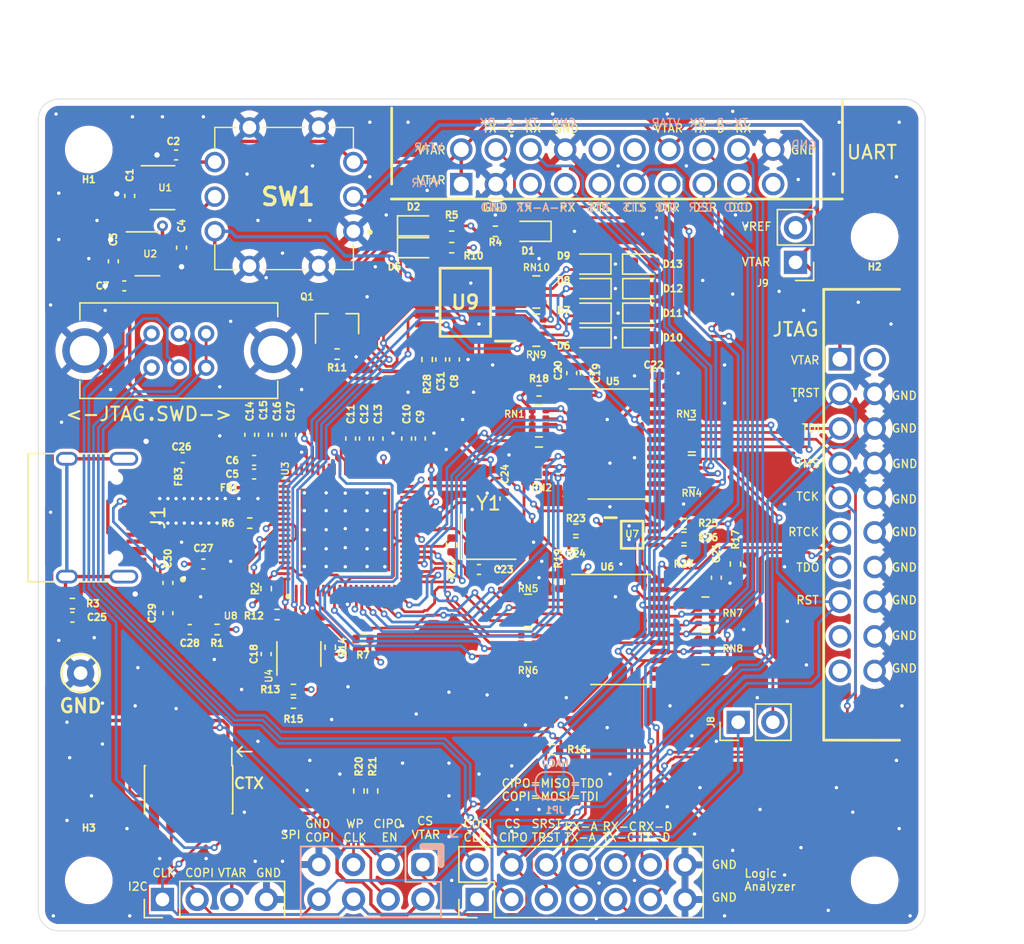
<source format=kicad_pcb>
(kicad_pcb (version 20221018) (generator pcbnew)
  (title_block (title "Serberus") (date "2024-05-17") (rev "V2.2") (comment 1 "Copyright 2024 Google") (comment 2 "Licensed under Apache 2.0"))
  (layers (0 "F.Cu" signal) (1 "In1.Cu" power "GND") (2 "In2.Cu" power "PWR") (31 "B.Cu" signal) (34 "B.Paste" user) (35 "F.Paste" user) (36 "B.SilkS" user "B.Silkscreen") (37 "F.SilkS" user "F.Silkscreen") (38 "B.Mask" user) (39 "F.Mask" user) (44 "Edge.Cuts" user))
  (net 0 "")
  (net 1 "+5V")
  (net 2 "GND")
  (net 3 "+1V8")
  (net 4 "+3V3")
  (net 5 "Net-(U3-VCC_USB)")
  (net 6 "Net-(U3-VCORE_1)")
  (net 7 "VREF")
  (net 8 "Net-(U3-OSCI)")
  (net 9 "Net-(U3-OSCO)")
  (net 10 "Net-(J1-SHIELD)")
  (net 11 "Net-(U8-CB)")
  (net 12 "Net-(J1-CC2)")
  (net 13 "Net-(J1-CC1)")
  (net 14 "Net-(D1-A)")
  (net 15 "Net-(D2-K)")
  (net 16 "Net-(D2-A)")
  (net 17 "/~{ENABLE}")
  (net 18 "Net-(D5-A)")
  (net 19 "Net-(D6-A)")
  (net 20 "Net-(D7-A)")
  (net 21 "Net-(D8-A)")
  (net 22 "Net-(D9-A)")
  (net 23 "Net-(D10-A)")
  (net 24 "Net-(D11-A)")
  (net 25 "Net-(D12-A)")
  (net 26 "Net-(D13-A)")
  (net 27 "/VBUS")
  (net 28 "Net-(RN9-R4.2)")
  (net 29 "Net-(RN9-R3.2)")
  (net 30 "Net-(RN9-R2.2)")
  (net 31 "Net-(RN9-R1.2)")
  (net 32 "Net-(RN10-R4.2)")
  (net 33 "Net-(RN10-R3.2)")
  (net 34 "Net-(RN10-R2.2)")
  (net 35 "Net-(RN10-R1.2)")
  (net 36 "/EECLK")
  (net 37 "/EECS")
  (net 38 "/EEDATA")
  (net 40 "/USB_DP")
  (net 42 "/USB_DN")
  (net 44 "VTARGET")
  (net 45 "/UARTA_TX")
  (net 47 "/~{UARTA_RTS}")
  (net 48 "/~{UARTA_CTS}")
  (net 49 "/~{UARTA_DTR}")
  (net 50 "/~{UARTA_DSR}")
  (net 51 "/~{UARTA_DCD}")
  (net 52 "/CS")
  (net 53 "/CLK")
  (net 54 "/CIPO")
  (net 55 "/UARTA_RX")
  (net 56 "/COPI")
  (net 57 "/xPB4")
  (net 58 "/xPB5")
  (net 59 "/MISC_RX")
  (net 63 "/UARTC_TX")
  (net 64 "/UARTC_RX")
  (net 65 "/UARTD_TX")
  (net 66 "/UARTD_RX")
  (net 69 "/CORTEX_PIN2")
  (net 70 "Net-(J5-Pin_4)")
  (net 71 "/DI")
  (net 72 "/SWDIO")
  (net 73 "Net-(U8-FAULTB)")
  (net 74 "Net-(U3-REF)")
  (net 75 "Net-(U3-RESET#)")
  (net 76 "Net-(U4-DO)")
  (net 77 "Net-(U5-DIR)")
  (net 78 "Net-(U6-DIR)")
  (net 79 "/BD5")
  (net 80 "/BD7")
  (net 81 "/CD0")
  (net 82 "/DD0")
  (net 83 "Net-(U7-B1)")
  (net 84 "Net-(U7-B2)")
  (net 85 "Net-(U7-DIR)")
  (net 86 "/BD1")
  (net 87 "/BD0")
  (net 88 "/BD3")
  (net 89 "/BD4")
  (net 90 "/AD4")
  (net 91 "/AD2")
  (net 92 "/AD0")
  (net 93 "Net-(RN3-R1.1)")
  (net 94 "Net-(RN3-R3.1)")
  (net 95 "Net-(RN3-R2.1)")
  (net 96 "Net-(RN3-R4.1)")
  (net 97 "Net-(RN4-R1.1)")
  (net 98 "Net-(RN4-R3.1)")
  (net 99 "Net-(RN4-R2.1)")
  (net 100 "Net-(RN4-R4.1)")
  (net 101 "/AD1")
  (net 102 "/AD5")
  (net 103 "/AD3")
  (net 104 "/AD6")
  (net 105 "Net-(RN5-R2.2)")
  (net 106 "Net-(RN5-R1.2)")
  (net 107 "Net-(RN5-R3.2)")
  (net 108 "Net-(RN5-R4.2)")
  (net 109 "/BD2")
  (net 110 "/CD1")
  (net 111 "/BD6")
  (net 112 "/DD1")
  (net 113 "Net-(RN6-R2.2)")
  (net 114 "Net-(RN6-R1.2)")
  (net 115 "Net-(RN6-R3.2)")
  (net 116 "Net-(RN6-R4.2)")
  (net 117 "Net-(J5-Pin_5)")
  (net 145 "/CC2")
  (net 147 "/CC1")
  (footprint "Resistor_SMD:R_0402_1005Metric" (layer "F.Cu") (at 170.6 103.6 -90)
    (fp_text reference "R17")
    (fp_text value "1M")
  )
  (footprint "Resistor_SMD:R_0402_1005Metric" (layer "F.Cu") (at 137 107.3)
    (fp_text reference "R12")
    (fp_text value "10k")
  )
  (footprint "Capacitor_SMD:C_0402_1005Metric" (layer "F.Cu") (at 135.315 97 180)
    (fp_text reference "C5")
    (fp_text value "100n")
  )
  (footprint "Capacitor_SMD:C_0402_1005Metric" (layer "F.Cu") (at 158.6 89.6 90)
    (fp_text reference "C20")
    (fp_text value "100n")
  )
  (footprint "Capacitor_SMD:C_0402_1005Metric" (layer "F.Cu") (at 125 81.4 90)
    (fp_text reference "C3")
    (fp_text value "2u2")
  )
  (footprint "Serberus:R_Array_Convex_4x0402_RoundRect" (layer "F.Cu") (at 155.4 109.6)
    (fp_text reference "RN6")
    (fp_text value "100")
  )
  (footprint "TestPoint:TestPoint_Keystone_5000-5004_Miniature" (layer "F.Cu") (at 122.6 111.6)
    (fp_text reference "TP1" hide)
    (fp_text value "GND")
  )
  (footprint "Capacitor_SMD:C_0402_1005Metric" (layer "F.Cu") (at 137 94.12 -90)
    (fp_text reference "C16")
    (fp_text value "100n")
  )
  (footprint "Serberus:SOP50P310X90-8N" (layer "F.Cu") (at 163.025 101.45)
    (fp_text reference "U7")
    (fp_text value "SN74LVC2T45DCUR" hide)
  )
  (footprint "Serberus:SOT-23-6_RoundRect" (layer "F.Cu") (at 138.6 110.2 90)
    (fp_text reference "U4")
    (fp_text value "93LC66BT-I/OT")
  )
  (footprint "Resistor_SMD:R_0402_1005Metric" (layer "F.Cu") (at 166.825 101.65 180)
    (fp_text reference "R26")
    (fp_text value "100")
  )
  (footprint "LED_SMD:LED_0603_1608Metric" (layer "F.Cu") (at 163.825 83.4)
    (fp_text reference "D12")
    (fp_text value "RED")
  )
  (footprint "LED_SMD:LED_0603_1608Metric" (layer "F.Cu") (at 163.8125 81.6)
    (fp_text reference "D13")
    (fp_text value "GREEN")
  )
  (footprint "Capacitor_SMD:C_0402_1005Metric" (layer "F.Cu") (at 130.6 108.4)
    (fp_text reference "C28")
    (fp_text value "100n")
  )
  (footprint "Resistor_SMD:R_0402_1005Metric" (layer "F.Cu") (at 144 120.2445 -90)
    (fp_text reference "R21")
    (fp_text value "10k")
  )
  (footprint "LED_SMD:LED_0603_1608Metric" (layer "F.Cu") (at 163.8125 87)
    (fp_text reference "D10")
    (fp_text value "RED")
  )
  (footprint "Serberus:R_Array_Convex_4x0402_RoundRect" (layer "F.Cu") (at 156 83.65 180)
    (fp_text reference "RN10")
    (fp_text value "330")
  )
  (footprint "MountingHole:MountingHole_3.2mm_M3_ISO7380" (layer "F.Cu") (at 180.8 126.8)
    (fp_text reference "H4" hide)
    (fp_text value "MountingHole")
  )
  (footprint "Serberus:R_Array_Convex_4x0402_RoundRect" (layer "F.Cu") (at 167.4 96.8)
    (fp_text reference "RN4")
    (fp_text value "100")
  )
  (footprint "Resistor_SMD:R_0402_1005Metric" (layer "F.Cu") (at 149.8 78.8 180)
    (fp_text reference "R5")
    (fp_text value "330")
  )
  (footprint "Capacitor_SMD:C_0402_1005Metric" (layer "F.Cu") (at 153.7 98.8 90)
    (fp_text reference "C24")
    (fp_text value "30pF")
  )
  (footprint "Serberus:Crystal_SMD_3225-4Pin_3.2x2.5mm_RoundRect" (layer "F.Cu") (at 152.5 101.6)
    (fp_text reference "Y1")
    (fp_text value "12MHz")
  )
  (footprint "Resistor_SMD:R_0402_1005Metric" (layer "F.Cu") (at 122 106.5 180)
    (fp_text reference "R3")
    (fp_text value "1M")
  )
  (footprint "Capacitor_SMD:C_0402_1005Metric" (layer "F.Cu") (at 135.315 96 180)
    (fp_text reference "C6")
    (fp_text value "2u2")
  )
  (footprint "Capacitor_SMD:C_0402_1005Metric" (layer "F.Cu") (at 142.4 94.4 90)
    (fp_text reference "C11")
    (fp_text value "100n")
  )
  (footprint "Serberus:SOT-23_RoundRect" (layer "F.Cu") (at 141.4 86 90)
    (fp_text reference "Q1")
    (fp_text value "BSH103")
  )
  (footprint "Connector_PinHeader_2.54mm:PinHeader_1x04_P2.54mm_Vertical" (layer "F.Cu") (at 128.6 128.2 90)
    (fp_text reference "J7" hide)
    (fp_text value "I2C")
  )
  (footprint "Capacitor_SMD:C_0402_1005Metric" (layer "F.Cu") (at 146.5 94.4 90)
    (fp_text reference "C10")
    (fp_text value "2u2")
  )
  (footprint "Resistor_SMD:R_0402_1005Metric" (layer "F.Cu") (at 158.9 102.05 180)
    (fp_text reference "R24")
    (fp_text value "100k")
  )
  (footprint "Resistor_SMD:R_0402_1005Metric" (layer "F.Cu") (at 153 79.2)
    (fp_text reference "R4")
    (fp_text value "330")
  )
  (footprint "Resistor_SMD:R_0402_1005Metric" (layer "F.Cu") (at 149.8 80.4)
    (fp_text reference "R10")
    (fp_text value "330")
  )
  (footprint "Resistor_SMD:R_0402_1005Metric" (layer "F.Cu") (at 136.2 105.4 90)
    (fp_text reference "R2")
    (fp_text value "10k")
  )
  (footprint "Capacitor_SMD:C_0402_1005Metric" (layer "F.Cu") (at 130 80.4 -90)
    (fp_text reference "C4")
    (fp_text value "2u2")
  )
  (footprint "Capacitor_SMD:C_0402_1005Metric" (layer "F.Cu") (at 122 107.5 180)
    (fp_text reference "C25")
    (fp_text value "DNP")
  )
  (footprint "Capacitor_SMD:C_0402_1005Metric" (layer "F.Cu") (at 129.6 73.6 180)
    (fp_text reference "C2")
    (fp_text value "2u2")
  )
  (footprint "Inductor_SMD:L_0402_1005Metric" (layer "F.Cu") (at 135.315 98)
    (fp_text reference "FB1")
    (fp_text value "600R, 0.5A")
  )
  (footprint "LED_SMD:LED_0603_1608Metric" (layer "F.Cu") (at 160 83.4 180)
    (fp_text reference "D8")
    (fp_text value "RED")
  )
  (footprint "Serberus:R_Array_Convex_4x0402_RoundRect" (layer "F.Cu") (at 167.4 94.2)
    (fp_text reference "RN3")
    (fp_text value "100")
  )
  (footprint "Resistor_SMD:R_0402_1005Metric" (layer "F.Cu") (at 157.2 117.2 180)
    (fp_text reference "R16")
    (fp_text value "330")
  )
  (footprint "Serberus:PinHeader_2x04_P2.54mm_Vertical" (layer "F.Cu") (at 147.6855 125.6395 -90)
    (fp_text reference "J5" hide)
    (fp_text value "SPI")
  )
  (footprint "Resistor_SMD:R_0402_1005Metric" (layer "F.Cu") (at 140.9 109.7 90)
    (fp_text reference "R14")
    (fp_text value "10k")
  )
  (footprint "Serberus:RHDRRA20W64P254_2X10_3306X885X910P" (layer "F.Cu") (at 178.26 88.58 -90)
    (fp_text reference "J3" hide)
    (fp_text value "SWD/JTAG2" hide)
  )
  (footprint "Capacitor_SMD:C_0402_1005Metric" (layer "F.Cu") (at 138 94.12 -90)
    (fp_text reference "C17")
    (fp_text value "100n")
  )
  (footprint "Resistor_SMD:R_0402_1005Metric" (layer "F.Cu") (at 149.8 102.2 90)
    (fp_text reference "R22")
    (fp_text value "2k2")
  )
  (footprint "Package_SO:TSSOP-24_4.4x7.8mm_P0.65mm" (layer "F.Cu") (at 162.2 108.4)
    (fp_text reference "U6")
    (fp_text value "SN74LVC8T245")
  )
  (footprint "Serberus:R_Array_Convex_4x0402_RoundRect" (layer "F.Cu") (at 156.2 96.2)
    (fp_text reference "RN2")
    (fp_text value "100k")
  )
  (footprint "Connector_PinHeader_2.54mm:PinHeader_1x02_P2.54mm_Vertical" (layer "F.Cu") (at 170.8 115.2 90)
    (fp_text reference "J8")
    (fp_text value "iCE40")
  )
  (footprint "MountingHole:MountingHole_3.2mm_M3_ISO7380" (layer "F.Cu") (at 123.2 126.8)
    (fp_text reference "H3")
    (fp_text value "MountingHole")
  )
  (footprint "Capacitor_SMD:C_0402_1005Metric" (layer "F.Cu") (at 150 88.6 -90)
    (fp_text reference "C8")
    (fp_text value "100n")
  )
  (footprint "Serberus:R_Array_Convex_4x0402_RoundRect" (layer "F.Cu") (at 168.4 107.2)
    (fp_text reference "RN7")
    (fp_text value "100k")
  )
  (footprint "Resistor_SMD:R_0402_1005Metric" (layer "F.Cu") (at 132.6 108.4)
    (fp_text reference "R1")
    (fp_text value "10k")
  )
  (footprint "LED_SMD:LED_0603_1608Metric" (layer "F.Cu") (at 155.6 79.2 180)
    (fp_text reference "D1")
    (fp_text value "YELLOW")
  )
  (footprint "LED_SMD:LED_0603_1608Metric" (layer "F.Cu") (at 159.9875 81.6 180)
    (fp_text reference "D9")
    (fp_text value "GREEN")
  )
  (footprint "MountingHole:MountingHole_3.2mm_M3_ISO7380" (layer "F.Cu") (at 180.8 79.6)
    (fp_text reference "H2")
    (fp_text value "MountingHole")
  )
  (footprint "Resistor_SMD:R_0402_1005Metric" (layer "F.Cu") (at 158.9 101.05 180)
    (fp_text reference "R23")
    (fp_text value "100k")
  )
  (footprint "Capacitor_SMD:C_0402_1005Metric" (layer "F.Cu") (at 164.6 89.8 180)
    (fp_text reference "C22")
    (fp_text value "100n")
  )
  (footprint "Resistor_SMD:R_0402_1005Metric" (layer "F.Cu") (at 138.2 112.8 180)
    (fp_text reference "R13")
    (fp_text value "10k")
  )
  (footprint "Resistor_SMD:R_0402_1005Metric" (layer "F.Cu") (at 166.825 100.65 180)
    (fp_text reference "R25")
    (fp_text value "100")
  )
  (footprint "Resistor_SMD:R_0402_1005Metric" (layer "F.Cu") (at 143 120.2445 90)
    (fp_text reference "R20")
    (fp_text value "10k")
  )
  (footprint "Serberus:SOP65P640X110-16N" (layer "F.Cu") (at 150.8 84.4 180)
    (fp_text reference "U9")
    (fp_text value "74HCT595PW-Q100,11" hide)
  )
  (footprint "Connector_PinHeader_2.54mm:PinHeader_2x07_P2.54mm_Vertical" (layer "F.Cu") (at 151.66 128.2 90)
    (fp_text reference "J4" hide)
    (fp_text value "LA")
  )
  (footprint "Serberus:SOT-23-5_RoundRect" (layer "F.Cu") (at 127.5 80.85)
    (fp_text reference "U2")
    (fp_text value "AP7365-33")
  )
  (footprint "Resistor_SMD:R_0402_1005Metric" (layer "F.Cu") (at 157.7 104.9 90)
    (fp_text reference "R19")
    (fp_text value "10k")
  )
  (footprint "Serberus:USB_C_Receptacle_HRO_TYPE-C-31-M-12" (layer "F.Cu") (at 122.64 100.2 -90)
    (fp_text reference "J1")
    (fp_text value "USB_C_Receptacle_USB2.0")
  )
  (footprint "Inductor_SMD:L_0402_1005Metric" (layer "F.Cu") (at 128.6 97.2 -90)
    (fp_text reference "FB3")
    (fp_text value "600R, 0.5A")
  )
  (footprint "Capacitor_SMD:C_0402_1005Metric" (layer "F.Cu") (at 159.6 89.6 90)
    (fp_text reference "C19")
    (fp_text value "100n")
  )
  (footprint "Resistor_SMD:R_0402_1005Metric" (layer "F.Cu") (at 141.4 88.2 180)
    (fp_text reference "R11")
    (fp_text value "10k")
  )
  (footprint "Serberus:SSSF021500" (layer "F.Cu") (at 127.8 89.2)
    (fp_text reference "SW2" hide)
    (fp_text value "MODE" hide)
  )
  (footprint "Capacitor_SMD:C_0402_1005Metric" (layer "F.Cu") (at 129 107.2 90)
    (fp_text reference "C29")
    (fp_text value "330p")
  )
  (footprint "Serberus:NR01105ANG132A" (layer "F.Cu") (at 137.515 76.66 180)
    (fp_text reference "SW1")
    (fp_text value "TARGET" hide)
  )
  (footprint "LED_SMD:LED_0603_1608Metric" (layer "F.Cu") (at 160 85.2 180)
    (fp_text reference "D7")
    (fp_text value "GREEN")
  )
  (footprint "LED_SMD:LED_0603_1608Metric" (layer "F.Cu") (at 163.825 85.2)
    (fp_text reference "D11")
    (fp_text value "GREEN")
  )
  (footprint "Serberus:QFN40P900X900X100-77N-D" (layer "F.Cu") (at 142.007467 101.100757 90)
    (fp_text reference "U3")
    (fp_text value "FT4233HPQ" hide)
  )
  (footprint "Serberus:QFN45P200X200X65-13N" (layer "F.Cu") (at 131.4 106.075)
    (fp_text reference "U8")
    (fp_text value "DPO2036DBB-7" hide)
  )
  (footprint "Serberus:R_Array_Convex_4x0402_RoundRect" (layer "F.Cu") (at 156 86.45 180)
    (fp_text reference "RN9")
    (fp_text value "330")
  )
  (footprint "Package_SO:TSSOP-24_4.4x7.8mm_P0.65mm" (layer "F.Cu") (at 162 94.8)
    (fp_text reference "U5")
    (fp_text value "SN74LVC8T245")
  )
  (footprint "LED_SMD:LED_0603_1608Metric" (layer "F.Cu") (at 160 87 180)
    (fp_text reference "D6")
    (fp_text value "RED")
  )
  (footprint "Capacitor_SMD:C_0402_1005Metric" (layer "F.Cu") (at 126.2 76.6 90)
    (fp_text reference "C1")
    (fp_text value "2u2")
  )
  (footprint "Serberus:R_Array_Convex_4x0402_RoundRect" (layer "F.Cu") (at 156.2 93.1)
    (fp_text reference "RN1")
    (fp_text value "100k")
  )
  (footprint "Resistor_SMD:R_0402_1005Metric" (layer "F.Cu") (at 148 88.6 90)
    (fp_text reference "R28")
    (fp_text value "10k")
  )
  (footprint "Resistor_SMD:R_0402_1005Metric" (layer "F.Cu") (at 135 100.6)
    (fp_text reference "R6")
    (fp_text value "12k, 1%")
  )
  (footprint "Capacitor_SMD:C_0402_1005Metric" (layer "F.Cu") (at 169.2 104.6 -90)
    (fp_text reference "C21")
    (fp_text value "100n")
  )
  (footprint "Serberus:R_Array_Convex_4x0402_RoundRect" (layer "F.Cu") (at 155.4 107)
    (fp_text reference "RN5")
    (fp_text value "100")
  )
  (footprint "Capacitor_SMD:C_0402_1005Metric" (layer "F.Cu") (at 135 94.12 -90)
    (fp_text reference "C14")
    (fp_text value "100n")
  )
  (footprint "Serberus:RHDRRA20W64P254_2X10_3306X885X910P" (layer "F.Cu") (at 150.5 75.74)
    (fp_text reference "J2" hide)
    (fp_text value "UART 1,3,4" hide)
  )
  (footprint "Capacitor_SMD:C_0402_1005Metric" (layer "F.Cu") (at 131.6 103.6)
    (fp_text reference "C27")
    (fp_text value "1u")
  )
  (footprint "Capacitor_SMD:C_0402_1005Metric" (layer "F.Cu") (at 125.8 83.2 180)
    (fp_text reference "C7")
    (fp_text value "100n")
  )
  (footprint "Capacitor_SMD:C_0402_1005Metric" (layer "F.Cu") (at 147.5 94.4 90)
    (fp_text reference "C9")
    (fp_text value "2u2")
  )
  (footprint "Capacitor_SMD:C_0402_1005Metric" (layer "F.Cu") (at 136.2 110.2 -90)
    (fp_text reference "C18")
    (fp_text value "100n")
  )
  (footprint "Capacitor_SMD:C_0402_1005Metric" (layer "F.Cu") (at 130.08 95.8)
    (fp_text reference "C26")
    (fp_text value "100n")
  )
  (footprint "Resistor_SMD:R_0402_1005Metric" (layer "F.Cu") (at 143.3 109.1 180)
    (fp_text reference "R7")
    (fp_text value "10k")
  )
  (footprint "Resistor_SMD:R_0402_1005Metric" (layer "F.Cu") (at 138.2 113.8 180)
    (fp_text reference "R15")
    (fp_text value "2k2")
  )
  (footprint "Resistor_SMD:R_0402_1005Metric" (layer "F.Cu") (at 166.825 102.65 180)
    (fp_text reference "R27")
    (fp_text value "10k")
  )
  (footprint "Capacitor_SMD:C_0402_1005Metric" (layer "F.Cu") (at 143.4 94.4 90)
    (fp_text reference "C12")
    (fp_text value "100n")
  )
  (footprint "LED_SMD:LED_0603_1608Metric" (layer "F.Cu") (at 147.3125 80.4005)
    (fp_text reference "D5")
    (fp_text value "GREEN")
  )
  (footprint "Capacitor_SMD:C_0402_1005Metric" (layer "F.Cu") (at 149 88.6 -90)
    (fp_text reference "C31")
    (fp_text value "100n")
  )
  (footprint "Serberus:SOT-23-5_RoundRect" (layer "F.Cu") (at 128.6 76)
    (fp_text reference "U1")
    (fp_text value "AP7365-18")
  )
  (footprint "LED_SMD:LED_0603_1608Metric" (layer "F.Cu") (at 147.3125 78.8005)
    (fp_text reference "D2")
    (fp_text value "BLUE")
  )
  (footprint "Capacitor_SMD:C_0402_1005Metric" (layer "F.Cu") (at 129 104.98 -90)
    (fp_text reference "C30")
    (fp_text value "330p")
  )
  (footprint "Serberus:PinHeader_2x05_P1.27mm_Vertical_SMD" (layer "F.Cu") (at 130.515685 120.15 -90)
    (fp_text reference "J6" hide)
    (fp_text value "CORTEX")
  )
  (footprint "Connector_PinHeader_2.54mm:PinHeader_1x02_P2.54mm_Vertical" (layer "F.Cu") (at 175 81.475 180)
    (fp_text reference "J9")
    (fp_text value "V_Merge")
  )
  (footprint "Serberus:R_Array_Convex_4x0402_RoundRect" (layer "F.Cu") (at 168.4 109.8)
    (fp_text reference "RN8")
    (fp_text value "100k")
  )
  (footprint "Capacitor_SMD:C_0402_1005Metric" (layer "F.Cu") (at 151.8 104)
    (fp_text reference "C23")
    (fp_text value "30pF")
  )
  (footprint "MountingHole:MountingHole_3.2mm_M3_ISO7380" (layer "F.Cu") (at 123.2 73.2)
    (fp_text reference "H1")
    (fp_text value "MountingHole")
  )
  (footprint "Capacitor_SMD:C_0402_1005Metric" (layer "F.Cu") (at 136 94.12 -90)
    (fp_text reference "C15")
    (fp_text value "100n")
  )
  (footprint "Capacitor_SMD:C_0402_1005Metric" (layer "F.Cu") (at 144.4 94.4 90)
    (fp_text reference "C13")
    (fp_text value "100n")
  )
  (footprint "Resistor_SMD:R_0402_1005Metric" (layer "F.Cu") (at 156.2 90.9)
    (fp_text reference "R18")
    (fp_text value "10k")
  )
  (footprint "Jumper:SolderJumper-2_P1.3mm_Open_RoundedPad1.0x1.5mm" (layer "B.Cu") (at 157.35 119.85)
    (fp_text reference "JP1")
    (fp_text value "HACK")
  )
  (gr_arc (start 119.5 71) (mid 119.93934 69.93934) (end 121 69.5) (stroke (width 0.05)) (layer "Edge.Cuts"))
  (gr_arc (start 121 130.5) (mid 119.93934 130.06066) (end 119.5 129) (stroke (width 0.05)) (layer "Edge.Cuts"))
  (gr_arc (start 184.5 129) (mid 184.06066 130.06066) (end 183 130.5) (stroke (width 0.05)) (layer "Edge.Cuts"))
  (gr_line (start 119.5 71) (end 119.5 129) (stroke (width 0.05)) (layer "Edge.Cuts"))
  (gr_arc (start 183 69.5) (mid 184.06066 69.93934) (end 184.5 71) (stroke (width 0.05)) (layer "Edge.Cuts"))
  (gr_line (start 121 130.5) (end 183 130.5) (stroke (width 0.05)) (layer "Edge.Cuts"))
  (gr_line (start 184.5 129) (end 184.5 71) (stroke (width 0.05)) (layer "Edge.Cuts"))
  (gr_line (start 183 69.5) (end 121 69.5) (stroke (width 0.05)) (layer "Edge.Cuts"))
  (gr_text "HACK" (at 157.4 118.2) (layer "B.SilkS") (effects (font (size 0.5 0.5) (thickness 0.125)) (justify mirror)))
  (gr_text "VTAR" (at 166.6 71.6) (layer "B.SilkS") (effects (font (size 0.6 0.6) (thickness 0.1) bold) (justify left bottom mirror)))
  (gr_text "TX-C-RX" (at 156.2 71.6) (layer "B.SilkS") (effects (font (size 0.6 0.6) (thickness 0.1) bold) (justify left bottom mirror)))
  (gr_text "GND" (at 176.6 73.2) (layer "B.SilkS") (effects (font (size 0.6 0.6) (thickness 0.1) bold) (justify left bottom mirror)))
  (gr_text "DTR" (at 166.4 77.8) (layer "B.SilkS") (effects (font (size 0.6 0.6) (thickness 0.1) bold) (justify left bottom mirror)))
  (gr_text "TX-D-RX" (at 171.6 71.6) (layer "B.SilkS") (effects (font (size 0.6 0.6) (thickness 0.1) bold) (justify left bottom mirror)))
  (gr_text "VTAR" (at 149 76) (layer "B.SilkS") (effects (font (size 0.6 0.6) (thickness 0.1) bold) (justify left bottom mirror)))
  (gr_text "DCD" (at 171.6 77.8) (layer "B.SilkS") (effects (font (size 0.6 0.6) (thickness 0.1) bold) (justify left bottom mirror)))
  (gr_text "RTS\n" (at 161.4 77.8) (layer "B.SilkS") (effects (font (size 0.6 0.6) (thickness 0.1) bold) (justify left bottom mirror)))
  (gr_text "GND" (at 153.8 77.8) (layer "B.SilkS") (effects (font (size 0.6 0.6) (thickness 0.1) bold) (justify left bottom mirror)))
  (gr_text "VTAR" (at 149.2 73.4) (layer "B.SilkS") (effects (font (size 0.6 0.6) (thickness 0.1) bold) (justify left bottom mirror)))
  (gr_text "CTS\n" (at 164 77.8) (layer "B.SilkS") (effects (font (size 0.6 0.6) (thickness 0.1) bold) (justify left bottom mirror)))
  (gr_text "GND" (at 159 71.6) (layer "B.SilkS") (effects (font (size 0.6 0.6) (thickness 0.1) bold) (justify left bottom mirror)))
  (gr_text "TX-A-RX" (at 158.8 77.8) (layer "B.SilkS") (effects (font (size 0.6 0.6) (thickness 0.1) bold) (justify left bottom mirror)))
  (gr_text "DSR\n" (at 169 77.8) (layer "B.SilkS") (effects (font (size 0.6 0.6) (thickness 0.1) bold) (justify left bottom mirror)))
  (gr_text "<-JTAG SWD->" (at 127.6 92.6) (layer "F.SilkS") (effects (font (size 1 1))))
  (gr_text "JTAG" (at 175 86.4) (layer "F.SilkS") (effects (font (size 1 1))))
  (gr_text "GND" (at 168.8 128.4) (layer "F.SilkS") (effects (font (size 0.6 0.6) (thickness 0.1) bold) (justify left bottom)))
  (gr_text "GND" (at 182 91.6) (layer "F.SilkS") (effects (font (size 0.6 0.6) (thickness 0.1) bold) (justify left bottom)))
  (gr_text "RTS\n" (at 159.8 77.8) (layer "F.SilkS") (effects (font (size 0.6 0.6) (thickness 0.1) bold) (justify left bottom)))
  (gr_text "COPI" (at 130.2 126.6) (layer "F.SilkS") (effects (font (size 0.6 0.6) (thickness 0.1) bold) (justify left bottom)))
  (gr_text "COPI" (at 150.6 123) (layer "F.SilkS") (effects (font (size 0.6 0.6) (thickness 0.1) bold) (justify left bottom)))
  (gr_text "GND" (at 182 94) (layer "F.SilkS") (effects (font (size 0.6 0.6) (thickness 0.1) bold) (justify left bottom)))
  (gr_text "CIPO\n" (at 144 123) (layer "F.SilkS") (effects (font (size 0.6 0.6) (thickness 0.1) bold) (justify left bottom)))
  (gr_text "SRST" (at 155.6 123) (layer "F.SilkS") (effects (font (size 0.6 0.6) (thickness 0.1) bold) (justify left bottom)))
  (gr_text "RX-A\n" (at 158 123.2) (layer "F.SilkS") (effects (font (size 0.6 0.6) (thickness 0.1) bold) (justify left bottom)))
  (gr_text "VTAR" (at 147.2 75.8) (layer "F.SilkS") (effects (font (size 0.6 0.6) (thickness 0.1) bold) (justify left bottom)))
  (gr_text "CIPO\n" (at 153.2 124) (layer "F.SilkS") (effects (font (size 0.6 0.6) (thickness 0.1) bold) (justify left bottom)))
  (gr_text "VTAR" (at 147.2 73.6) (layer "F.SilkS") (effects (font (size 0.6 0.6) (thickness 0.1) bold) (justify left bottom)))
  (gr_text "TRST" (at 174.6 91.4) (layer "F.SilkS") (effects (font (size 0.6 0.6) (thickness 0.1) bold) (justify left bottom)))
  (gr_text "I2C\n" (at 126 127.6) (layer "F.SilkS") (effects (font (size 0.6 0.6) (thickness 0.1) bold) (justify left bottom)))
  (gr_text "COPI" (at 139 124) (layer "F.SilkS") (effects (font (size 0.6 0.6) (thickness 0.1) bold) (justify left bottom)))
  (gr_text "CS" (at 147.2 122.8) (layer "F.SilkS") (effects (font (size 0.6 0.6) (thickness 0.1) bold) (justify left bottom)))
  (gr_text "VTAR" (at 132.6 126.6) (layer "F.SilkS") (effects (font (size 0.6 0.6) (thickness 0.1) bold) (justify left bottom)))
  (gr_text "SPI" (at 137.2 123.8) (layer "F.SilkS") (effects (font (size 0.6 0.6) (thickness 0.1) bold) (justify left bottom)))
  (gr_text "GND" (at 122.6 114) (layer "F.SilkS") (effects (font (size 1 1) (thickness 0.2) bold)))
  (gr_text "TDO\n" (at 175 104.2) (layer "F.SilkS") (effects (font (size 0.6 0.6) (thickness 0.1) bold) (justify left bottom)))
  (gr_text "DSR\n" (at 167.4 77.8) (layer "F.SilkS") (effects (font (size 0.6 0.6) (thickness 0.1) bold) (justify left bottom)))
  (gr_text "UART" (at 180.6 73.4) (layer "F.SilkS") (effects (font (size 1 1))))
  (gr_text "TX-C\n" (at 160.8 124) (layer "F.SilkS") (effects (font (size 0.6 0.6) (thickness 0.1) bold) (justify left bottom)))
  (gr_text "TX-A\n" (at 158 124) (layer "F.SilkS") (effects (font (size 0.6 0.6) (thickness 0.1) bold) (justify left bottom)))
  (gr_text "VTAR" (at 146.8 123.8) (layer "F.SilkS") (effects (font (size 0.6 0.6) (thickness 0.1) bold) (justify left bottom)))
  (gr_text "TRST\n" (at 155.6 124) (layer "F.SilkS") (effects (font (size 0.6 0.6) (thickness 0.1) bold) (justify left bottom)))
  (gr_text "GND" (at 174.6 73.6) (layer "F.SilkS") (effects (font (size 0.6 0.6) (thickness 0.1) bold) (justify left bottom)))
  (gr_text "COPI=MOSI=TDI" (at 153.4 121) (layer "F.SilkS") (effects (font (size 0.6 0.6) (thickness 0.1) bold) (justify left bottom)))
  (gr_text "GND" (at 152 77.8) (layer "F.SilkS") (effects (font (size 0.6 0.6) (thickness 0.1) bold) (justify left bottom)))
  (gr_text "GND" (at 182.038809 96.6) (layer "F.SilkS") (effects (font (size 0.6 0.6) (thickness 0.1) bold) (justify left bottom)))
  (gr_text "GND" (at 182 106.6) (layer "F.SilkS") (effects (font (size 0.6 0.6) (thickness 0.1) bold) (justify left bottom)))
  (gr_text "TMS\n" (at 175 96.6) (layer "F.SilkS") (effects (font (size 0.6 0.6) (thickness 0.1) bold) (justify left bottom)))
  (gr_text "RST\n" (at 175 106.6) (layer "F.SilkS") (effects (font (size 0.6 0.6) (thickness 0.1) bold) (justify left bottom)))
  (gr_text "CLK" (at 150.6 124) (layer "F.SilkS") (effects (font (size 0.6 0.6) (thickness 0.1) bold) (justify left bottom)))
  (gr_text "VTAR" (at 171 81.8) (layer "F.SilkS") (effects (font (size 0.6 0.6) (thickness 0.1) bold) (justify left bottom)))
  (gr_text "GND" (at 182 111.6) (layer "F.SilkS") (effects (font (size 0.6 0.6) (thickness 0.1) bold) (justify left bottom)))
  (gr_text "VREF" (at 171 79.2) (layer "F.SilkS") (effects (font (size 0.6 0.6) (thickness 0.1) bold) (justify left bottom)))
  (gr_text "TX-D-RX" (at 167.4 72) (layer "F.SilkS") (effects (font (size 0.6 0.6) (thickness 0.1) bold) (justify left bottom)))
  (gr_text "DCD" (at 170 77.8) (layer "F.SilkS") (effects (font (size 0.6 0.6) (thickness 0.1) bold) (justify left bottom)))
  (gr_text "GND" (at 168.8 126) (layer "F.SilkS") (effects (font (size 0.6 0.6) (thickness 0.1) bold) (justify left bottom)))
  (gr_text "GND" (at 182 109.2) (layer "F.SilkS") (effects (font (size 0.6 0.6) (thickness 0.1) bold) (justify left bottom)))
  (gr_text "DTR" (at 164.8 77.8) (layer "F.SilkS") (effects (font (size 0.6 0.6) (thickness 0.1) bold) (justify left bottom)))
  (gr_text "CLK" (at 141.8 124) (layer "F.SilkS") (effects (font (size 0.6 0.6) (thickness 0.1) bold) (justify left bottom)))
  (gr_text "Logic \nAnalyzer\n" (at 171.2 127.6) (layer "F.SilkS") (effects (font (size 0.6 0.6) (thickness 0.1) bold) (justify left bottom)))
  (gr_text "GND" (at 157.2 72) (layer "F.SilkS") (effects (font (size 0.6 0.6) (thickness 0.1) bold) (justify left bottom)))
  (gr_text "EN\n" (at 144.6 124) (layer "F.SilkS") (effects (font (size 0.6 0.6) (thickness 0.1) bold) (justify left bottom)))
  (gr_text "CLK" (at 127.8 126.6) (layer "F.SilkS") (effects (font (size 0.6 0.6) (thickness 0.1) bold) (justify left bottom)))
  (gr_text "WP" (at 142 123) (layer "F.SilkS") (effects (font (size 0.6 0.6) (thickness 0.1) bold) (justify left bottom)))
  (gr_text "GND" (at 182 99.2) (layer "F.SilkS") (effects (font (size 0.6 0.6) (thickness 0.1) bold) (justify left bottom)))
  (gr_text "TX-A-RX" (at 154.6 77.8) (layer "F.SilkS") (effects (font (size 0.6 0.6) (thickness 0.1) bold) (justify left bottom)))
  (gr_text "GND" (at 139 123) (layer "F.SilkS") (effects (font (size 0.6 0.6) (thickness 0.1) bold) (justify left bottom)))
  (gr_text "TX-D\n" (at 163.4 124) (layer "F.SilkS") (effects (font (size 0.6 0.6) (thickness 0.1) bold) (justify left bottom)))
  (gr_text "CS" (at 153.6 123) (layer "F.SilkS") (effects (font (size 0.6 0.6) (thickness 0.1) bold) (justify left bottom)))
  (gr_text "CIPO=MISO=TDO\n\n" (at 153.4 121) (layer "F.SilkS") (effects (font (size 0.6 0.6) (thickness 0.1) bold) (justify left bottom)))
  (gr_text "TCK\n" (at 175 99) (layer "F.SilkS") (effects (font (size 0.6 0.6) (thickness 0.1) bold) (justify left bottom)))
  (gr_text "RX-D\n" (at 163.4 123.2) (layer "F.SilkS") (effects (font (size 0.6 0.6) (thickness 0.1) bold) (justify left bottom)))
  (gr_text "VTAR" (at 174.6 89) (layer "F.SilkS") (effects (font (size 0.6 0.6) (thickness 0.1) bold) (justify left bottom)))
  (gr_text "GND" (at 182 104.2) (layer "F.SilkS") (effects (font (size 0.6 0.6) (thickness 0.1) bold) (justify left bottom)))
  (gr_text "GND" (at 135.4 126.6) (layer "F.SilkS") (effects (font (size 0.6 0.6) (thickness 0.1) bold) (justify left bottom)))
  (gr_text "RTCK" (at 174.4 101.6) (layer "F.SilkS") (effects (font (size 0.6 0.6) (thickness 0.1) bold) (justify left bottom)))
  (gr_text "GND" (at 182 101.6) (layer "F.SilkS") (effects (font (size 0.6 0.6) (thickness 0.1) bold) (justify left bottom)))
  (gr_text "RX-C\n" (at 160.8 123.2) (layer "F.SilkS") (effects (font (size 0.6 0.6) (thickness 0.1) bold) (justify left bottom)))
  (gr_text "CTS\n" (at 162.4 77.8) (layer "F.SilkS") (effects (font (size 0.6 0.6) (thickness 0.1) bold) (justify left bottom)))
  (gr_text "CTX" (at 133.750685 120.15) (layer "F.SilkS") (effects (font (size 0.8 0.8) (thickness 0.15) bold) (justify left bottom)))
  (gr_text "TDI\n" (at 175.4 94) (layer "F.SilkS") (effects (font (size 0.6 0.6) (thickness 0.1) bold) (justify left bottom)))
  (gr_text "VTAR" (at 164.6 72) (layer "F.SilkS") (effects (font (size 0.6 0.6) (thickness 0.1) bold) (justify left bottom)))
  (gr_text "TX-C-RX" (at 152 72) (layer "F.SilkS") (effects (font (size 0.6 0.6) (thickness 0.1) bold) (justify left bottom)))
  (segment (start 126.4 78.2) (end 126.2 78) (width 0.25) (layer "F.Cu") (net 1))
  (segment (start 143.575 86.025) (end 145.4 84.2) (width 0.25) (layer "F.Cu") (net 1))
  (segment (start 125.4 81.8) (end 126.4 81.8) (width 0.25) (layer "F.Cu") (net 1))
  (segment (start 128.05 75.025641) (end 128.4 75.375641) (width 0.25) (layer "F.Cu") (net 1))
  (segment (start 126.28 83.2) (end 130.2 83.2) (width 0.25) (layer "F.Cu") (net 1))
  (segment (start 128.4 75.375641) (end 128.4 76.6) (width 0.25) (layer "F.Cu") (net 1))
  (segment (start 126.28 81.92) (end 126.4 81.8) (width 0.25) (layer "F.Cu") (net 1))
  (segment (start 127.5 81.25) (end 127.5 80.45) (width 0.25) (layer "F.Cu") (net 1))
  (segment (start 126.2 78) (end 126.2 77.08) (width 0.25) (layer "F.Cu") (net 1))
  (segment (start 146.975 82.775) (end 146.6 82.4) (width 0.25) (layer "F.Cu") (net 1))
  (segment (start 147.862 82.775) (end 146.975 82.775) (width 0.25) (layer "F.Cu") (net 1))
  (segment (start 144.675983 89.475983) (end 143.575 88.375) (width 0.25) (layer "F.Cu") (net 1))
  (segment (start 148 86.813) (end 147.862 86.675) (width 0.25) (layer "F.Cu") (net 1))
  (segment (start 126.4 79.9) (end 126.4 78.2) (width 0.25) (layer "F.Cu") (net 1))
  (segment (start 126.6 81.8) (end 126.95 81.8) (width 0.25) (layer "F.Cu") (net 1))
  (segment (start 127.5 80.45) (end 126.95 79.9) (width 0.25) (layer "F.Cu") (net 1))
  (segment (start 150 88.12) (end 148.03 88.12) (width 0.25) (layer "F.Cu") (net 1))
  (segment (start 127.7 75.025641) (end 128.05 75.025641) (width 0.25) (layer "F.Cu") (net 1))
  (segment (start 132.435 80.965) (end 132.435 79.2) (width 0.25) (layer "F.Cu") (net 1))
  (segment (start 129.6 95.8) (end 129.6 93.8) (width 0.25) (layer "F.Cu") (net 1))
  (segment (start 148.03 88.12) (end 148 88.09) (width 0.25) (layer "F.Cu") (net 1))
  (segment (start 129.6 93.8) (end 126.2 90.4) (width 0.25) (layer "F.Cu") (net 1))
  (segment (start 129.615 95.7) (end 128.6 96.715) (width 0.25) (layer "F.Cu") (net 1))
  (segment (start 126.28 83.2) (end 126.28 81.92) (width 0.25) (layer "F.Cu") (net 1))
  (segment (start 146.614017 89.475983) (end 144.675983 89.475983) (width 0.25) (layer "F.Cu") (net 1))
  (segment (start 148 88.09) (end 146.614017 89.475983) (width 0.25) (layer "F.Cu") (net 1))
  (segment (start 145.4 84.2) (end 145.4 81.2) (width 0.25) (layer "F.Cu") (net 1))
  (segment (start 127.5 76.95) (end 126.33 76.95) (width 0.25) (layer "F.Cu") (net 1))
  (segment (start 126.33 76.95) (end 126.2 77.08) (width 0.25) (layer "F.Cu") (net 1))
  (segment (start 126.95 81.8) (end 127.5 81.25) (width 0.25) (layer "F.Cu") (net 1))
  (segment (start 128.4 76.6) (end 128.074359 76.925641) (width 0.25) (layer "F.Cu") (net 1))
  (segment (start 126.2 90.4) (end 126.2 82.92) (width 0.25) (layer "F.Cu") (net 1))
  (segment (start 143.575 88.375) (end 143.575 86.025) (width 0.25) (layer "F.Cu") (net 1))
  (segment (start 148 88.09) (end 148 86.813) (width 0.25) (layer "F.Cu") (net 1))
  (segment (start 125 81.88) (end 125.32 81.88) (width 0.25) (layer "F.Cu") (net 1))
  (segment (start 130.2 83.2) (end 132.435 80.965) (width 0.25) (layer "F.Cu") (net 1))
  (segment (start 126.95 79.9) (end 126.6 79.9) (width 0.25) (layer "F.Cu") (net 1))
  (segment (start 125.32 81.88) (end 125.4 81.8) (width 0.25) (layer "F.Cu") (net 1))
  (segment (start 128.074359 76.925641) (end 127.7 76.925641) (width 0.25) (layer "F.Cu") (net 1))
  (via (at 145.4 81.2) (size 0.5) (drill 0.25) (layers "F.Cu" "B.Cu") (net 1))
  (via (at 146.6 82.4) (size 0.5) (drill 0.25) (layers "F.Cu" "B.Cu") (net 1))
  (segment (start 134 79.6) (end 133.6 79.2) (width 0.25) (layer "B.Cu") (net 1))
  (segment (start 145.2 81) (end 142 81) (width 0.25) (layer "B.Cu") (net 1))
  (segment (start 133.6 79.2) (end 132.435 79.2) (width 0.25) (layer "B.Cu") (net 1))
  (segment (start 146.6 82.4) (end 145.4 81.2) (width 0.25) (layer "B.Cu") (net 1))
  (segment (start 140.6 79.6) (end 134 79.6) (width 0.25) (layer "B.Cu") (net 1))
  (segment (start 142 81) (end 140.6 79.6) (width 0.25) (layer "B.Cu") (net 1))
  (segment (start 145.4 81.2) (end 145.2 81) (width 0.25) (layer "B.Cu") (net 1))
  (segment (start 163.0375 85.2) (end 162.925 85.2) (width 0.2) (layer "F.Cu") (net 2))
  (segment (start 162.6875 87.15) (end 163.0375 86.8) (width 0.2) (layer "F.Cu") (net 2))
  (segment (start 131.625 105.025) (end 131.625 104.975) (width 0.25) (layer "F.Cu") (net 2))
  (segment (start 126.685 96.95) (end 126.85 96.95) (width 0.25) (layer "F.Cu") (net 2))
  (segment (start 142.35 87) (end 142.35 87.76) (width 0.25) (layer "F.Cu") (net 2))
  (segment (start 146.5 93.92) (end 148.42 93.92) (width 0.25) (layer "F.Cu") (net 2))
  (segment (start 127.4 105) (end 126.6 105.8) (width 0.5) (layer "F.Cu") (net 2))
  (segment (start 127.975685 118.824315) (end 128 118.8) (width 0.2) (layer "F.Cu") (net 2))
  (segment (start 170.6 104.11) (end 170.6 104.6) (width 0.25) (layer "F.Cu") (net 2))
  (segment (start 163.0375 85.2) (end 162 85.2) (width 0.25) (layer "F.Cu") (net 2))
  (segment (start 157.68 89.12) (end 157.6 89.2) (width 0.25) (layer "F.Cu") (net 2))
  (segment (start 136.68 110.2) (end 138.3 110.2) (width 0.25) (layer "F.Cu") (net 2))
  (segment (start 130 80.88) (end 130 81.8) (width 0.25) (layer "F.Cu") (net 2))
  (segment (start 127.4 96.235) (end 126.685 96.95) (width 0.5) (layer "F.Cu") (net 2))
  (segment (start 153.7 102.45) (end 153.7 103.5) (width 0.25) (layer "F.Cu") (net 2))
  (segment (start 125 80.92) (end 125 80) (width 0.25) (layer "F.Cu") (net 2))
  (segment (start 151.3 99.702116) (end 151.3 100.55) (width 0.25) (layer "F.Cu") (net 2))
  (segment (start 160.7875 85.2) (end 162 85.2) (width 0.25) (layer "F.Cu") (net 2))
  (segment (start 127.4 104.165) (end 127.4 105) (width 0.5) (layer "F.Cu") (net 2))
  (segment (start 128 118.8) (end 128 117.8) (width 0.2) (layer "F.Cu") (net 2))
  (segment (start 159.6 89.12) (end 158.6 89.12) (width 0.25) (layer "F.Cu") (net 2))
  (segment (start 163.025 87) (end 161.8 87) (width 0.25) (layer "F.Cu") (net 2))
  (segment (start 148.245537 100.300757) (end 146.457467 100.300757) (width 0.2) (layer "F.Cu") (net 2))
  (segment (start 138.6 110.5) (end 138.6 111.3) (width 0.25) (layer "F.Cu") (net 2))
  (segment (start 169.2 105.08) (end 170.12 105.08) (width 0.25) (layer "F.Cu") (net 2))
  (segment (start 150 89.08) (end 150.52 89.08) (width 0.25) (layer "F.Cu") (net 2))
  (segment (start 152.48 98.32) (end 152.4 98.4) (width 0.25) (layer "F.Cu") (net 2))
  (segment (start 170.6 104.6) (end 170.2 105) (width 0.25) (layer "F.Cu") (net 2))
  (segment (start 136 94.6) (end 135 94.6) (width 0.2) (layer "F.Cu") (net 2))
  (segment (start 153.2 104) (end 153.3 103.9) (width 0.25) (layer "F.Cu") (net 2))
  (segment (start 142.4 93.92) (end 145.42 93.92) (width 0.25) (layer "F.Cu") (net 2))
  (segment (start 138.28 94.6) (end 138 94.6) (width 0.2) (layer "F.Cu") (net 2))
  (segment (start 138.3 110.2) (end 138.6 110.5) (width 0.25) (layer "F.Cu") (net 2))
  (segment (start 125 80) (end 124.8 79.8) (width 0.25) (layer "F.Cu") (net 2))
  (segment (start 138 94.6) (end 137 94.6) (width 0.2) (layer "F.Cu") (net 2))
  (segment (start 142.156684 106.550283) (end 142.407467 106.2995) (width 0.2) (layer "F.Cu") (net 2))
  (segment (start 126.4 80.85) (end 125.07 80.85) (width 0.25) (layer "F.Cu") (net 2))
  (segment (start 163.0375 83.4) (end 161.8 83.4) (width 0.25) (layer "F.Cu") (net 2))
  (segment (start 139.207467 96.650757) (end 139.207467 95.807467) (width 0.2) (layer "F.Cu") (net 2))
  (segment (start 125.576352 76.12) (end 125.248176 76.448176) (width 0.25) (layer "F.Cu") (net 2))
  (segment (start 126.685 103.45) (end 127.4 104.165) (width 0.5) (layer "F.Cu") (net 2))
  (segment (start 164.12 89.8) (end 163.2 89.8) (width 0.25) (layer "F.Cu") (net 2))
  (segment (start 170.12 105.08) (end 170.2 105) (width 0.25) (layer "F.Cu") (net 2))
  (segment (start 126.2 76.12) (end 126.48 76.12) (width 0.25) (layer "F.Cu") (net 2))
  (segment (start 131.625 104.975) (end 132.08 104.52) (width 0.25) (layer "F.Cu") (net 2))
  (segment (start 125.07 80.85) (end 125 80.92) (width 0.25) (layer "F.Cu") (net 2))
  (segment (start 142.35 87.76) (end 141.91 88.2) (width 0.25) (layer "F.Cu") (net 2))
  (segment (start 153.7 103.5) (end 153.3 103.9) (width 0.25) (layer "F.Cu") (net 2))
  (segment (start 126.6 76) (end 127.5 76) (width 0.25) (layer "F.Cu") (net 2))
  (segment (start 129.12 73.6) (end 128.2 73.6) (width 0.25) (layer "F.Cu") (net 2))
  (segment (start 160.7875 83.4) (end 161.8 83.4) (width 0.25) (layer "F.Cu") (net 2))
  (segment (start 150.52 89.08) (end 151 88.6) (width 0.25) (layer "F.Cu") (net 2))
  (segment (start 148.9505 99.595794) (end 148.245537 100.300757) (width 0.2) (layer "F.Cu") (net 2))
  (segment (start 148.42 93.92) (end 148.5 94) (width 0.25) (layer "F.Cu") (net 2))
  (segment (start 125.32 83.2) (end 124.4 83.2) (width 0.25) (layer "F.Cu") (net 2))
  (segment (start 132.2 103.72) (end 132.08 103.6) (width 0.25) (layer "F.Cu") (net 2))
  (segment (start 126.2 76.12) (end 125.576352 76.12) (width 0.25) (layer "F.Cu") (net 2))
  (segment (start 142.407467 106.2995) (end 142.407467 105.550757) (width 0.2) (layer "F.Cu") (net 2))
  (segment (start 127.4 94.6) (end 127.4 96.235) (width 0.5) (layer "F.Cu") (net 2))
  (segment (start 139.207467 106.458351) (end 139.207467 105.550757) (width 0.2) (layer "F.Cu") (net 2))
  (segment (start 151.3 100.55) (end 151.5 100.75) (width 0.25) (layer "F.Cu") (net 2))
  (segment (start 160.7875 87) (end 161.8 87) (width 0.25) (layer "F.Cu") (net 2))
  (segment (start 163.025 81.6) (end 161.8 81.6) (width 0.25) (layer "F.Cu") (net 2))
  (segment (start 149 89.08) (end 150 89.08) (width 0.25) (layer "F.Cu") (net 2))
  (segment (start 126.48 76.12) (end 126.6 76) (width 0.25) (layer "F.Cu") (net 2))
  (segment (start 139.581336 106.83222) (end 139.207467 106.458351) (width 0.2) (layer "F.Cu") (net 2))
  (segment (start 158.6 89.12) (end 157.68 89.12) (width 0.25) (layer "F.Cu") (net 2))
  (segment (start 145.42 93.92) (end 145.5 94) (width 0.25) (layer "F.Cu") (net 2))
  (segment (start 160.775 81.6) (end 161.8 81.6) (width 0.25) (layer "F.Cu") (net 2))
  (segment (start 153.7 98.32) (end 152.48 98.32) (width 0.25) (layer "F.Cu") (net 2))
  (segment (start 139.207467 95.807467) (end 138.8 95.4) (width 0.2) (layer "F.Cu") (net 2))
  (segment (start 152.28 104) (end 153.2 104) (width 0.25) (layer "F.Cu") (net 2))
  (segment (start 132.08 104.52) (end 132.08 103.6) (width 0.25) (layer "F.Cu") (net 2))
  (segment (start 137 94.6) (end 136 94.6) (width 0.2) (layer "F.Cu") (net 2))
  (segment (start 136.2 110.68) (end 136.68 110.2) (width 0.25) (layer "F.Cu") (net 2))
  (via (at 147.2 114.6) (size 0.5) (drill 0.25) (layers "F.Cu" "B.Cu") (net 2))
  (via (at 137.6 123.2) (size 0.5) (drill 0.25) (layers "F.Cu" "B.Cu") (net 2))
  (via (at 139.2 120.2) (size 0.5) (drill 0.25) (layers "F.Cu" "B.Cu") (net 2))
  (via (at 160.6 127) (size 0.5) (drill 0.25) (layers "F.Cu" "B.Cu") (net 2))
  (via (at 130.8 98.8) (size 0.5) (drill 0.25) (layers "F.Cu" "B.Cu") (net 2))
  (via (at 170.4 83.8) (size 0.5) (drill 0.25) (layers "F.Cu" "B.Cu") (net 2))
  (via (at 142 99.7) (size 0.5) (drill 0.25) (layers "F.Cu" "B.Cu") (net 2))
  (via (at 154.2 123.2) (size 0.5) (drill 0.25) (layers "F.Cu" "B.Cu") (net 2))
  (via (at 129.6 98.8) (size 0.5) (drill 0.25) (layers "F.Cu" "B.Cu") (net 2))
  (via (at 165.6 121.4) (size 0.5) (drill 0.25) (layers "F.Cu" "B.Cu") (net 2))
  (via (at 169.8 89) (size 0.5) (drill 0.25) (layers "F.Cu" "B.Cu") (net 2))
  (via (at 163.2 95.8) (size 0.5) (drill 0.25) (layers "F.Cu" "B.Cu") (net 2))
  (via (at 182.4 75.2) (size 0.5) (drill 0.25) (layers "F.Cu" "B.Cu") (net 2))
  (via (at 121.6 122.4) (size 0.5) (drill 0.25) (layers "F.Cu" "B.Cu") (net 2))
  (via (at 152.4 98.4) (size 0.5) (drill 0.25) (layers "F.Cu" "B.Cu") (net 2))
  (via (at 139 98.381776) (size 0.5) (drill 0.25) (layers "F.Cu" "B.Cu") (net 2))
  (via (at 155.8 88.6) (size 0.5) (drill 0.25) (layers "F.Cu" "B.Cu") (net 2))
  (via (at 162 85.2) (size 0.5) (drill 0.25) (layers "F.Cu" "B.Cu") (net 2))
  (via (at 144.9 101.1) (size 0.5) (drill 0.25) (layers "F.Cu" "B.Cu") (net 2))
  (via (at 139.6 74.4) (size 0.5) (drill 0.25) (layers "F.Cu" "B.Cu") (net 2))
  (via (at 121 76.4) (size 0.5) (drill 0.25) (layers "F.Cu" "B.Cu") (net 2))
  (via (at 146.6 71.2) (size 0.5) (drill 0.25) (layers "F.Cu" "B.Cu") (net 2))
  (via (at 140.6 99.681776) (size 0.5) (drill 0.25) (layers "F.Cu" "B.Cu") (net 2))
  (via (at 162.2 103.6) (size 0.5) (drill 0.25) (layers "F.Cu" "B.Cu") (net 2))
  (via (at 161.4 96.2) (size 0.5) (drill 0.25) (layers "F.Cu" "B.Cu") (net 2))
  (via (at 128.4 98.8) (size 0.5) (drill 0.25) (layers "F.Cu" "B.Cu") (net 2))
  (via (at 133.6 85.8) (size 0.5) (drill 0.25) (layers "F.Cu" "B.Cu") (net 2))
  (via (at 128.4 125.2) (size 0.5) (drill 0.25) (layers "F.Cu" "B.Cu") (net 2))
  (via (at 178 120) (size 0.5) (drill 0.25) (layers "F.Cu" "B.Cu") (net 2))
  (via (at 134.8 75) (size 0.5) (drill 0.25) (layers "F.Cu" "B.Cu") (net 2))
  (via (at 143.6 99.681776) (size 0.5) (drill 0.25) (layers "F.Cu" "B.Cu") (net 2))
  (via (at 141 115) (size 0.5) (drill 0.25) (layers "F.Cu" "B.Cu") (net 2))
  (via (at 130 102) (size 0.5) (drill 0.25) (layers "F.Cu" "B.Cu") (net 2))
  (via (at 132.8 94.2) (size 0.5) (drill 0.25) (layers "F.Cu" "B.Cu") (net 2))
  (via (at 133.2 98.8) (size 0.5) (drill 0.25) (layers "F.Cu" "B.Cu") (net 2))
  (via (at 142 103.8) (size 0.5) (drill 0.25) (layers "F.Cu" "B.Cu") (net 2))
  (via (at 177.8 75) (size 0.5) (drill 0.25) (layers "F.Cu" "B.Cu") (net 2))
  (via (at 166.8 99.2) (size 0.5) (drill 0.25) (layers "F.Cu" "B.Cu") (net 2))
  (via (at 135.6 98.8) (size 0.5) (drill 0.25) (layers "F.Cu" "B.Cu") (net 2))
  (via (at 124.8 79.8) (size 0.8) (drill 0.4) (layers "F.Cu" "B.Cu") (net 2))
  (via (at 146.2 118.2) (size 0.5) (drill 0.25) (layers "F.Cu" "B.Cu") (net 2))
  (via (at 156.4 103.4) (size 0.5) (drill 0.25) (layers "F.Cu" "B.Cu") (net 2))
  (via (at 151.8 86) (size 0.5) (drill 0.25) (layers "F.Cu" "B.Cu") (net 2))
  (via (at 132 100.6) (size 0.5) (drill 0.25) (layers "F.Cu" "B.Cu") (net 2))
  (via (at 163.8 79.4) (size 0.5) (drill 0.25) (layers "F.Cu" "B.Cu") (net 2))
  (via (at 148 76.2) (size 0.5) (drill 0.25) (layers "F.Cu" "B.Cu") (net 2))
  (via (at 151.2 83) (size 0.5) (drill 0.25) (layers "F.Cu" "B.Cu") (net 2))
  (via (at 155.8 102) (size 0.5) (drill 0.25) (layers "F.Cu" "B.Cu") (net 2))
  (via (at 154.8 105) (size 0.5) (drill 0.25) (layers "F.Cu" "B.Cu") (net 2))
  (via (at 151.8 119) (size 0.5) (drill 0.25) (layers "F.Cu" "B.Cu") (net 2))
  (via (at 167.6 123.4) (size 0.5) (drill 0.25) (layers "F.Cu" "B.Cu") (net 2))
  (via (at 163.2 89.8) (size 0.5) (drill 0.25) (layers "F.Cu" "B.Cu") (net 2))
  (via (at 138.8 90.8) (size 0.5) (drill 0.25) (layers "F.Cu" "B.Cu") (net 2))
  (via (at 149.6 120.6) (size 0.5) (drill 0.25) (layers "F.Cu" "B.Cu") (net 2))
  (via (at 172.2 113.4) (size 0.5) (drill 0.25) (layers "F.Cu" "B.Cu") (net 2))
  (via (at 156.2 81.2) (size 0.5) (drill 0.25) (layers "F.Cu" "B.Cu") (net 2))
  (via (at 170.6 78) (size 0.5) (drill 0.25) (layers "F.Cu" "B.Cu") (net 2))
  (via (at 169.8 91.8) (size 0.5) (drill 0.25) (layers "F.Cu" "B.Cu") (net 2))
  (via (at 132.6 98.8) (size 0.5) (drill 0.25) (layers "F.Cu" "B.Cu") (net 2))
  (via (at 145.5 94) (size 0.5) (drill 0.25) (layers "F.Cu" "B.Cu") (net 2))
  (via (at 152.8 89) (size 0.5) (drill 0.25) (layers "F.Cu" "B.Cu") (net 2))
  (via (at 126.6 114) (size 0.5) (drill 0.25) (layers "F.Cu" "B.Cu") (net 2))
  (via (at 121 109.2) (size 0.5) (drill 0.25) (layers "F.Cu" "B.Cu") (net 2))
  (via (at 149.6 123.6) (size 0.5) (drill 0.25) (layers "F.Cu" "B.Cu") (net 2))
  (via (at 126.4 70.8) (size 0.5) (drill 0.25) (layers "F.Cu" "B.Cu") (net 2))
  (via (at 158.2 113.4) (size 0.5) (drill 0.25) (layers "F.Cu" "B.Cu") (net 2))
  (via (at 121.2 93.2) (size 0.5) (drill 0.25) (layers "F.Cu" "B.Cu") (net 2))
  (via (at 130 81.8) (size 0.8) (drill 0.4) (layers "F.Cu" "B.Cu") (net 2))
  (via (at 172.4 121.6) (size 0.5) (drill 0.25) (layers "F.Cu" "B.Cu") (net 2))
  (via (at 144.9 102.5) (size 0.5) (drill 0.25) (layers "F.Cu" "B.Cu") (net 2))
  (via (at 161.8 106) (size 0.5) (drill 0.25) (layers "F.Cu" "B.Cu") (net 2))
  (via (at 149.8 126.8) (size 0.5) (drill 0.25) (layers "F.Cu" "B.Cu") (net 2))
  (via (at 140.6 98.381776) (size 0.5) (drill 0.25) (layers "F.Cu" "B.Cu") (net 2))
  (via (at 161.8 87) (size 0.5) (drill 0.25) (layers "F.Cu" "B.Cu") (net 2))
  (via (at 151 88.6) (size 0.5) (drill 0.25) (layers "F.Cu" "B.Cu") (net 2))
  (via (at 131.4 100.6) (size 0.5) (drill 0.25) (layers "F.Cu" "B.Cu") (net 2))
  (via (at 120.6 129.4) (size 0.5) (drill 0.25) (layers "F.Cu" "B.Cu") (net 2))
  (via (at 175 91.6) (size 0.5) (drill 0.25) (layers "F.Cu" "B.Cu") (net 2))
  (via (at 167.4 116.2) (size 0.5) (drill 0.25) (layers "F.Cu" "B.Cu") (net 2))
  (via (at 143.6 98.381776) (size 0.5) (drill 0.25) (layers "F.Cu" "B.Cu") (net 2))
  (via (at 145 78) (size 0.5) (drill 0.25) (layers "F.Cu" "B.Cu") (net 2))
  (via (at 155.4 111.8) (size 0.5) (drill 0.25) (layers "F.Cu" "B.Cu") (net 2))
  (via (at 144.2 81.8) (size 0.5) (drill 0.25) (layers "F.Cu" "B.Cu") (net 2))
  (via (at 140.6 102.481776) (size 0.5) (drill 0.25) (layers "F.Cu" "B.Cu") (net 2))
  (via (at 162 74.4) (size 0.5) (drill 0.25) (layers "F.Cu" "B.Cu") (net 2))
  (via (at 139.4 118) (size 0.5) (drill 0.25) (layers "F.Cu" "B.Cu") (net 2))
  (via (at 177.4 129) (size 0.5) (drill 0.25) (layers "F.Cu" "B.Cu") (net 2))
  (via (at 154 95.6) (size 0.5) (drill 0.25) (layers "F.Cu" "B.Cu") (net 2))
  (via (at 148.6 72.8) (size 0.5) (drill 0.25) (layers "F.Cu" "B.Cu") (net 2))
  (via (at 182.8 114) (size 0.5) (drill 0.25) (layers "F.Cu" "B.Cu") (net 2))
  (via (at 166.4 89.6) (size 0.5) (drill 0.25) (layers "F.Cu" "B.Cu") (net 2))
  (via (at 156.2 104.6) (size 0.5) (drill 0.25) (layers "F.Cu" "B.Cu") (net 2))
  (via (at 158.8 79.2) (size 0.5) (drill 0.25) (layers "F.Cu" "B.Cu") (net 2))
  (via (at 132 98.8) (size 0.5) (drill 0.25) (layers "F.Cu" "B.Cu") (net 2))
  (via (at 129.6 100.6) (size 0.5) (drill 0.25) (layers "F.Cu" "B.Cu") (net 2))
  (via (at 170.2 105) (size 0.5) (drill 0.25) (layers "F.Cu" "B.Cu") (net 2))
  (via (at 169.8 129.4) (size 0.5) (drill 0.25) (layers "F.Cu" "B.Cu") (net 2))
  (via (at 162.8 101.8) (size 0.5) (drill 0.25) (layers "F.Cu" "B.Cu") (net 2))
  (via (at 182.4 118) (size 0.5) (drill 0.25) (layers "F.Cu" "B.Cu") (net 2))
  (via (at 157.2 70.6) (size 0.5) (drill 0.25) (layers "F.Cu" "B.Cu") (net 2))
  (via (at 123.2 81.2) (size 0.5) (drill 0.25) (layers "F.Cu" "B.Cu") (net 2))
  (via (at 132.8 90.6) (size 0.5) (drill 0.25) (layers "F.Cu" "B.Cu") (net 2))
  (via (at 124.8 90.8) (size 0.5) (drill 0.25) (layers "F.Cu" "B.Cu") (net 2))
  (via (at 134.4 112.8) (size 0.5) (drill 0.25) (layers "F.Cu" "B.Cu") (net 2))
  (via (at 175.8 111) (size 0.5) (drill 0.25) (layers "F.Cu" "B.Cu") (net 2))
  (via (at 139.4 78.4) (size 0.5) (drill 0.25) (layers "F.Cu" "B.Cu") (net 2))
  (via (at 154.6 121.6) (size 0.5) (drill 0.25) (layers "F.Cu" "B.Cu") (net 2))
  (via (at 182 86) (size 0.5) (drill 0.25) (layers "F.Cu" "B.Cu") (net 2))
  (via (at 128.6 70.8) (size 0.5) (drill 0.25) (layers "F.Cu" "B.Cu") (net 2))
  (via (at 125.248176 76.448176) (size 0.8) (drill 0.4) (layers "F.Cu" "B.Cu") (net 2))
  (via (at 154.2 72.2) (size 0.5) (drill 0.25) (layers "F.Cu" "B.Cu") (net 2))
  (via (at 136.2 82.6) (size 0.5) (drill 0.25) (layers "F.Cu" "B.Cu") (net 2))
  (via (at 175.6 85) (size 0.5) (drill 0.25) (layers "F.Cu" "B.Cu") (net 2))
  (via (at 171 101.6) (size 0.5) (drill 0.25) (layers "F.Cu" "B.Cu") (net 2))
  (via (at 135.4 125.4) (size 0.5) (drill 0.25) (layers "F.Cu" "B.Cu") (net 2))
  (via (at 149.4 95.2) (size 0.5) (drill 0.25) (layers "F.Cu" "B.Cu") (net 2))
  (via (at 149.6 113) (size 0.5) (drill 0.25) (layers "F.Cu" "B.Cu") (net 2))
  (via (at 138.8 95.4) (size 0.5) (drill 0.25) (layers "F.Cu" "B.Cu") (net 2))
  (via (at 142 98.4) (size 0.5) (drill 0.25) (layers "F.Cu" "B.Cu") (net 2))
  (via (at 137.4 125.4) (size 0.5) (drill 0.25) (layers "F.Cu" "B.Cu") (net 2))
  (via (at 142.2 112.6) (size 0.5) (drill 0.25) (layers "F.Cu" "B.Cu") (net 2))
  (via (at 123.4 120.6) (size 0.5) (drill 0.25) (layers "F.Cu" "B.Cu") (net 2))
  (via (at 124.4 83.2) (size 0.8) (drill 0.4) (layers "F.Cu" "B.Cu") (net 2))
  (via (at 128.4 100.6) (size 0.5) (drill 0.25) (layers "F.Cu" "B.Cu") (net 2))
  (via (at 174.2 126.4) (size 0.5) (drill 0.25) (layers "F.Cu" "B.Cu") (net 2))
  (via (at 130.8 100.6) (size 0.5) (drill 0.25) (layers "F.Cu" "B.Cu") (net 2))
  (via (at 155.2 115.4) (size 0.5) (drill 0.25) (layers "F.Cu" "B.Cu") (net 2))
  (via (at 175.2 75.4) (size 0.5) (drill 0.25) (layers "F.Cu" "B.Cu") (net 2))
  (via (at 127.4 94.6) (size 0.8) (drill 0.4) (layers "F.Cu" "B.Cu") (net 2))
  (via (at 128.2 73.6) (size 0.8) (drill 0.4) (layers "F.Cu" "B.Cu") (net 2))
  (via (at 183.4 129.4) (size 0.5) (drill 0.25) (layers "F.Cu" "B.Cu") (net 2))
  (via (at 130.2 100.6) (size 0.5) (drill 0.25) (layers "F.Cu" "B.Cu") (net 2))
  (via (at 143.8 71.2) (size 0.5) (drill 0.25) (layers "F.Cu" "B.Cu") (net 2))
  (via (at 178.2 71.2) (size 0.5) (drill 0.25) (layers "F.Cu" "B.Cu") (net 2))
  (via (at 161.8 83.4) (size 0.5) (drill 0.25) (layers "F.Cu" "B.Cu") (net 2))
  (via (at 161.2 93) (size 0.5) (drill 0.25) (layers "F.Cu" "B.Cu") (net 2))
  (via (at 173.8 83.6) (size 0.5) (drill 0.25) (layers "F.Cu" "B.Cu") (net 2))
  (via (at 150.6 93) (size 0.5) (drill 0.25) (layers "F.Cu" "B.Cu") (net 2))
  (via (at 174.2 103.8) (size 0.5) (drill 0.25) (layers "F.Cu" "B.Cu") (net 2))
  (via (at 165.8 114) (size 0.5) (drill 0.25) (layers "F.Cu" "B.Cu") (net 2))
  (via (at 168.2 82.8) (size 0.5) (drill 0.25) (layers "F.Cu" "B.Cu") (net 2))
  (via (at 134.2 98.8) (size 0.5) (drill 0.25) (layers "F.Cu" "B.Cu") (net 2))
  (via (at 124.2 116.8) (size 0.5) (drill 0.25) (layers "F.Cu" "B.Cu") (net 2))
  (via (at 179.2 121.8) (size 0.5) (drill 0.25) (layers "F.Cu" "B.Cu") (net 2))
  (via (at 126.6 105.8) (size 0.8) (drill 0.4) (layers "F.Cu" "B.Cu") (net 2))
  (via (at 129 98.8) (size 0.5) (drill 0.25) (layers "F.Cu" "B.Cu") (net 2))
  (via (at 164.8 78.2) (size 0.5) (drill 0.25) (layers "F.Cu" "B.Cu") (net 2))
  (via (at 139 99.681776) (size 0.5) (drill 0.25) (layers "F.Cu" "B.Cu") (net 2))
  (via (at 131.6 70.8) (size 0.5) (drill 0.25) (layers "F.Cu" "B.Cu") (net 2))
  (via (at 163.2 126.8) (size 0.5) (drill 0.25) (layers "F.Cu" "B.Cu") (net 2))
  (via (at 132.4 110.6) (size 0.5) (drill 0.25) (layers "F.Cu" "B.Cu") (net 2))
  (via (at 121.6 115.2) (size 0.5) (drill 0.25) (layers "F.Cu" "B.Cu") (net 2))
  (via (at 139 101.081776) (size 0.5) (drill 0.25) (layers "F.Cu" "B.Cu") (net 2))
  (via (at 161.2 115.6) (size 0.5) (drill 0.25) (layers "F.Cu" "B.Cu") (net 2))
  (via (at 153.3 103.9) (size 0.5) (drill 0.25) (layers "F.Cu" "B.Cu") (net 2))
  (via (at 143.6 101.081776) (size 0.5) (drill 0.25) (layers "F.Cu" "B.Cu") (net 2))
  (via (at 161.4 99.4) (size 0.5) (drill 0.25) (layers "F.Cu" "B.Cu") (net 2))
  (via (at 139.581336 106.83222) (size 0.5) (drill 0.25) (layers "F.Cu" "B.Cu") (net 2))
  (via (at 133.2 100.6) (size 0.5) (drill 0.25) (layers "F.Cu" "B.Cu") (net 2))
  (via (at 130.2 104.6) (size 0.5) (drill 0.25) (layers "F.Cu" "B.Cu") (net 2))
  (via (at 148.5 94) (size 0.5) (drill 0.25) (layers "F.Cu" "B.Cu") (net 2))
  (via (at 133.6 103.4) (size 0.5) (drill 0.25) (layers "F.Cu" "B.Cu") (net 2))
  (via (at 160.4 129.6) (size 0.5) (drill 0.25) (layers "F.Cu" "B.Cu") (net 2))
  (via (at 139 103.781776) (size 0.5) (drill 0.25) (layers "F.Cu" "B.Cu") (net 2))
  (via (at 170.4 124.6) (size 0.5) (drill 0.25) (layers "F.Cu" "B.Cu") (net 2))
  (via (at 179.6 84.4) (size 0.5) (drill 0.25) (layers "F.Cu" "B.Cu") (net 2))
  (via (at 171.4 78.8) (size 0.5) (drill 0.25) (layers "F.Cu" "B.Cu") (net 2))
  (via (at 182.6 123) (size 0.5) (drill 0.25) (layers "F.Cu" "B.Cu") (net 2))
  (via (at 137.4 80.8) (size 0.5) (drill 0.25) (layers "F.Cu" "B.Cu") (net 2))
  (via (at 123.6 109) (size 0.5) (drill 0.25) (layers "F.Cu" "B.Cu") (net 2))
  (via (at 126 123) (size 0.5) (drill 0.25) (layers "F.Cu" "B.Cu") (net 2))
  (via (at 139 102.481776) (size 0.5) (drill 0.25) (layers "F.Cu" "B.Cu") (net 2))
  (via (at 154.2 118.4) (size 0.5) (drill 0.25) (layers "F.Cu" "B.Cu") (net 2))
  (via (at 121.8 117.8) (size 0.5) (drill 0.25) (layers "F.Cu" "B.Cu") (net 2))
  (via (at 165.6 70.6) (size 0.5) (drill 0.25) (layers "F.Cu" "B.Cu") (net 2))
  (via (at 174.4 107.8) (size 0.5) (drill 0.25) (layers "F.Cu" "B.Cu") (net 2))
  (via (at 124.2 113.8) (size 0.5) (drill 0.25) (layers "F.Cu" "B.Cu") (net 2))
  (via (at 151.3 99.6) (size 0.5) (drill 0.25) (layers "F.Cu" "B.Cu") (net 2))
  (via (at 171.2 108.4) (size 0.5) (drill 0.25) (layers "F.Cu" "B.Cu") (net 2))
  (via (at 135.6 116.6) (size 0.5) (drill 0.25) (layers "F.Cu" "B.Cu") (net 2))
  (via (at 144.9 99.7) (size 0.5) (drill 0.25) (layers "F.Cu" "B.Cu") (net 2))
  (via (at 126.8 111.2) (size 0.5) (drill 0.25) (layers "F.Cu" "B.Cu") (net 2))
  (via (at 120.4 99.8) (size 0.5) (drill 0.25) (layers "F.Cu" "B.Cu") (net 2))
  (via (at 153 78) (size 0.5) (drill 0.25) (layers "F.Cu" "B.Cu") (net 2))
  (via (at 135.6 78.4) (size 0.5) (drill 0.25) (layers "F.Cu" "B.Cu") (net 2))
  (via (at 123.8 78.4) (size 0.5) (drill 0.25) (layers "F.Cu" "B.Cu") (net 2))
  (via (at 175.4 124.4) (size 0.5) (drill 0.25) (layers "F.Cu" "B.Cu") (net 2))
  (via (at 169.2 116.6) (size 0.5) (drill 0.25) (layers "F.Cu" "B.Cu") (net 2))
  (via (at 142.8 88.4) (size 0.5) (drill 0.25) (layers "F.Cu" "B.Cu") (net 2))
  (via (at 141.6 119) (size 0.5) (drill 0.25) (layers "F.Cu" "B.Cu") (net 2))
  (via (at 161.4 119) (size 0.5) (drill 0.25) (layers "F.Cu" "B.Cu") (net 2))
  (via (at 174.6 86.8) (size 0.5) (drill 0.25) (layers "F.Cu" "B.Cu") (net 2))
  (via (at 168 120) (size 0.5) (drill 0.25) (layers "F.Cu" "B.Cu") (net 2))
  (via (at 167 74.4) (size 0.5) (drill 0.25) (layers "F.Cu" "B.Cu") (net 2))
  (via (at 143.6 84) (size 0.5) (drill 0.25) (layers "F.Cu" "B.Cu") (net 2))
  (via (at 157.6 89.2) (size 0.5) (drill 0.25) (layers "F.Cu" "B.Cu") (net 2))
  (via (at 126.2 129.4) (size 0.5) (drill 0.25) (layers "F.Cu" "B.Cu") (net 2))
  (via (at 152.4 113.2) (size 0.5) (drill 0.25) (layers "F.Cu" "B.Cu") (net 2))
  (via (at 161.8 81.6) (size 0.5) (drill 0.25) (layers "F.Cu" "B.Cu") (net 2))
  (via (at 120.8 70.6) (size 0.5) (drill 0.25) (layers "F.Cu" "B.Cu") (net 2))
  (via (at 140.6 103.781776) (size 0.5) (drill 0.25) (layers "F.Cu" "B.Cu") (net 2))
  (via (at 144.9 98.4) (size 0.5) (drill 0.25) (layers "F.Cu" "B.Cu") (net 2))
  (via (at 131.4 106) (size 0.5) (drill 0.25) (layers "F.Cu" "B.Cu") (net 2))
  (via (at 129.6 114.2) (size 0.5) (drill 0.25) (layers "F.Cu" "B.Cu") (net 2))
  (via (at 156.2 121.6) (size 0.5) (drill 0.25) (layers "F.Cu" "B.Cu") (net 2))
  (via (at 143.8 75.2) (size 0.5) (drill 0.25) (layers "F.Cu" "B.Cu") (net 2))
  (via (at 120.4 84.6) (size 0.5) (drill 0.25) (layers "F.Cu" "B.Cu") (net 2))
  (via (at 182.6 71.2) (size 0.5) (drill 0.25) (layers "F.Cu" "B.Cu") (net 2))
  (via (at 170.4 70.4) (size 0.5) (drill 0.25) (layers "F.Cu" "B.Cu") (net 2))
  (via (at 142 102.4) (size 0.5) (drill 0.25) (layers "F.Cu" "B.Cu") (net 2))
  (via (at 149.6 118.2) (size 0.5) (drill 0.25) (layers "F.Cu" "B.Cu") (net 2))
  (via (at 132.6 100.6) (size 0.5) (drill 0.25) (layers "F.Cu" "B.Cu") (net 2))
  (via (at 162.8 100.8) (size 0.5) (drill 0.25) (layers "F.Cu" "B.Cu") (net 2))
  (via (at 143.6 102.481776) (size 0.5) (drill 0.25) (layers "F.Cu" "B.Cu") (net 2))
  (via (at 140.6 101.081776) (size 0.5) (drill 0.25) (layers "F.Cu" "B.Cu") (net 2))
  (via (at 124.4 85) (size 0.5) (drill 0.25) (layers "F.Cu" "B.Cu") (net 2))
  (via (at 134.6 121.8) (size 0.5) (drill 0.25) (layers "F.Cu" "B.Cu") (net 2))
  (via (at 142 101) (size 0.5) (drill 0.25) (layers "F.Cu" "B.Cu") (net 2))
  (via (at 143.6 103.781776) (size 0.5) (drill 0.25) (layers "F.Cu" "B.Cu") (net 2))
  (via (at 174.2 99.2) (size 0.5) (drill 0.25) (layers "F.Cu" "B.Cu") (net 2))
  (via (at 151.4 91) (size 0.5) (drill 0.25) (layers "F.Cu" "B.Cu") (net 2))
  (via (at 130.2 98.8) (size 0.5) (drill 0.25) (layers "F.Cu" "B.Cu") (net 2))
  (via (at 146.2 122.8) (size 0.5) (drill 0.25) (layers "F.Cu" "B.Cu") (net 2))
  (via (at 142.156684 106.550283) (size 0.5) (drill 0.25) (layers "F.Cu" "B.Cu") (net 2))
  (via (at 121 79.8) (size 0.5) (drill 0.25) (layers "F.Cu" "B.Cu") (net 2))
  (via (at 146.6 91) (size 0.5) (drill 0.25) (layers "F.Cu" "B.Cu") (net 2))
  (via (at 148.9505 99.595794) (size 0.5) (drill 0.25) (layers "F.Cu" "B.Cu") (net 2))
  (via (at 144.9 103.8) (size 0.5) (drill 0.25) (layers "F.Cu" "B.Cu") (net 2))
  (via (at 129 100.6) (size 0.5) (drill 0.25) (layers "F.Cu" "B.Cu") (net 2))
  (via (at 131.8 125.2) (size 0.5) (drill 0.25) (layers "F.Cu" "B.Cu") (net 2))
  (via (at 131.4 98.8) (size 0.5) (drill 0.25) (layers "F.Cu" "B.Cu") (net 2))
  (segment (start 130.08 74.32) (end 130.08 73.6) (width 0.25) (layer "F.Cu") (net 3))
  (segment (start 131.12 74.12) (end 132.435 74.12) (width 0.25) (layer "F.Cu") (net 3))
  (segment (start 129.7 74.7) (end 130.08 74.32) (width 0.25) (layer "F.Cu") (net 3))
  (segment (start 131 74) (end 131.12 74.12) (width 0.25) (layer "F.Cu") (net 3))
  (segment (start 129.7 75.05) (end 129.7 74.7) (width 0.25) (layer "F.Cu") (net 3))
  (segment (start 130.08 73.6) (end 130.6 73.6) (width 0.25) (layer "F.Cu") (net 3))
  (segment (start 130.6 73.6) (end 131 74) (width 0.25) (layer "F.Cu") (net 3))
  (segment (start 161.45 100.7) (end 160.7 100.7) (width 0.25) (layer "F.Cu") (net 4))
  (segment (start 137.557467 100.700757) (end 136.499243 100.700757) (width 0.2) (layer "F.Cu") (net 4))
  (segment (start 158.39 102.8) (end 158.39 101.05) (width 0.2) (layer "F.Cu") (net 4))
  (segment (start 144.807467 96.650757) (end 144.807467 95.807467) (width 0.2) (layer "F.Cu") (net 4))
  (segment (start 138.4 101.683224) (end 138.4 100.91829) (width 0.2) (layer "F.Cu") (net 4))
  (segment (start 131.175 103.655) (end 131.12 103.6) (width 0.25) (layer "F.Cu") (net 4))
  (segment (start 139 94.4) (end 139 94) (width 0.25) (layer "F.Cu") (net 4))
  (segment (start 151.6 79.2) (end 152.49 79.2) (width 0.25) (layer "F.Cu") (net 4))
  (segment (start 144.807467 95.807467) (end 144.8 95.8) (width 0.25) (layer "F.Cu") (net 4))
  (segment (start 139 94) (end 138.64 93.64) (width 0.25) (layer "F.Cu") (net 4))
  (segment (start 150.31 78.8) (end 151.2 78.8) (width 0.2) (layer "F.Cu") (net 4))
  (segment (start 155.7 95.45) (end 155.7 97.7) (width 0.25) (layer "F.Cu") (net 4))
  (segment (start 140.9 110.21) (end 141.61 110.21) (width 0.2) (layer "F.Cu") (net 4))
  (segment (start 151.2 78.8) (end 151.6 79.2) (width 0.25) (layer "F.Cu") (net 4))
  (segment (start 147.300757 101.500757) (end 147.6 101.8) (width 0.2) (layer "F.Cu") (net 4))
  (segment (start 142.807467 106.796843) (end 142.807467 105.550757) (width 0.2) (layer "F.Cu") (net 4))
  (segment (start 139 94.4) (end 139.607467 95.007467) (width 0.2) (layer "F.Cu") (net 4))
  (segment (start 129.98 79.9) (end 130 79.92) (width 0.25) (layer "F.Cu") (net 4))
  (segment (start 160.575 91.225) (end 160.6 91.2) (width 0.25) (layer "F.Cu") (net 4))
  (segment (start 131.175 105.025) (end 131.175 103.655) (width 0.25) (layer "F.Cu") (net 4))
  (segment (start 148.630878 99.030878) (end 147.760999 99.900757) (width 0.2) (layer "F.Cu") (net 4))
  (segment (start 137.65 109.1) (end 136.82 109.1) (width 0.25) (layer "F.Cu") (net 4))
  (segment (start 159.6 90.08) (end 159.6 90.2) (width 0.25) (layer "F.Cu") (net 4))
  (segment (start 130 79.92) (end 130 79.095) (width 0.25) (layer "F.Cu") (net 4))
  (segment (start 146.457467 101.500757) (end 147.300757 101.500757) (width 0.2) (layer "F.Cu") (net 4))
  (segment (start 155.7 92.3) (end 154.8 91.4) (width 0.25) (layer "F.Cu") (net 4))
  (segment (start 138.4 100.91829) (end 138.182467 100.700757) (width 0.2) (layer "F.Cu") (net 4))
  (segment (start 128.6 79.9) (end 129.98 79.9) (width 0.25) (layer "F.Cu") (net 4))
  (segment (start 159.1375 91.225) (end 160.575 91.225) (width 0.25) (layer "F.Cu") (net 4))
  (segment (start 133.11 108.4) (end 134 108.4) (width 0.25) (layer "F.Cu") (net 4))
  (segment (start 141.61 110.21) (end 141.7 110.3) (width 0.2) (layer "F.Cu") (net 4))
  (segment (start 136.49 107.3) (end 136.49 106.2) (width 0.2) (layer "F.Cu") (net 4))
  (segment (start 159.3375 104.825) (end 159.3375 104.2625) (width 0.25) (layer "F.Cu") (net 4))
  (segment (start 136.499243 100.700757) (end 136.2 101) (width 0.2) (layer "F.Cu") (net 4))
  (segment (start 155.3 90.9) (end 154.8 91.4) (width 0.25) (layer "F.Cu") (net 4))
  (segment (start 160.7 100.7) (end 160.4 100.4) (width 0.25) (layer "F.Cu") (net 4))
  (segment (start 135 93.64) (end 138 93.64) (width 0.25) (layer "F.Cu") (net 4))
  (segment (start 134.83 98) (end 133.8 98) (width 0.25) (layer "F.Cu") (net 4))
  (segment (start 135.2 106.6) (end 135.89 105.91) (width 0.25) (layer "F.Cu") (net 4))
  (segment (start 138.182467 101.900757) (end 138.4 101.683224) (width 0.2) (layer "F.Cu") (net 4))
  (segment (start 147.760999 99.900757) (end 146.457467 99.900757) (width 0.2) (layer "F.Cu") (net 4))
  (segment (start 142.703439 106.900871) (end 142.807467 106.796843) (width 0.2) (layer "F.Cu") (net 4))
  (segment (start 159.3375 104.2625) (end 159.8 103.8) (width 0.25) (layer "F.Cu") (net 4))
  (segment (start 158.6 90.08) (end 159.6 90.08) (width 0.25) (layer "F.Cu") (net 4))
  (segment (start 155.69 90.9) (end 155.3 90.9) (width 0.25) (layer "F.Cu") (net 4))
  (segment (start 167.335 102.865) (end 167.335 102.65) (width 0.25) (layer "F.Cu") (net 4))
  (segment (start 166.8 103.4) (end 167.335 102.865) (width 0.25) (layer "F.Cu") (net 4))
  (segment (start 138.71 112.8) (end 139.5 112.8) (width 0.25) (layer "F.Cu") (net 4))
  (segment (start 143.81 109.1) (end 143.81 110.01) (width 0.2) (layer "F.Cu") (net 4))
  (segment (start 155.7 93.85) (end 155.7 92.3) (width 0.25) (layer "F.Cu") (net 4))
  (segment (start 136.82 109.1) (end 136.2 109.72) (width 0.25) (layer "F.Cu") (net 4))
  (segment (start 143.81 110.01) (end 144.6 110.8) (width 0.2) (layer "F.Cu") (net 4))
  (segment (start 128.6 79.9) (end 128.6 78.8) (width 0.25) (layer "F.Cu") (net 4))
  (segment (start 155.7 97.7) (end 156 98) (width 0.25) (layer "F.Cu") (net 4))
  (segment (start 131.12 103.6) (end 130.2 103.6) (width 0.25) (layer "F.Cu") (net 4))
  (segment (start 159.6 90.2) (end 160.6 91.2) (width 0.25) (layer "F.Cu") (net 4))
  (segment (start 137.557467 101.900757) (end 138.182467 101.900757) (width 0.2) (layer "F.Cu") (net 4))
  (segment (start 150.31 80.4) (end 151.4 80.4) (width 0.2) (layer "F.Cu") (net 4))
  (segment (start 130 79.095) (end 132.435 76.66) (width 0.25) (layer "F.Cu") (net 4))
  (segment (start 138.182467 100.700757) (end 137.557467 100.700757) (width 0.2) (layer "F.Cu") (net 4))
  (segment (start 138.64 93.64) (end 138 93.64) (width 0.25) (layer "F.Cu") (net 4))
  (segment (start 135.89 105.91) (end 136.2 105.91) (width 0.25) (layer "F.Cu") (net 4))
  (segment (start 136.49 106.2) (end 136.2 105.91) (width 0.2) (layer "F.Cu") (net 4))
  (segment (start 136.49 107.94) (end 137.65 109.1) (width 0.25) (layer "F.Cu") (net 4))
  (segment (start 139.607467 95.007467) (end 139.607467 96.650757) (width 0.2) (layer "F.Cu") (net 4))
  (segment (start 136.49 107.3) (end 136.49 107.94) (width 0.25) (layer "F.Cu") (net 4))
  (via (at 133.8 98) (size 0.5) (drill 0.25) (layers "F.Cu" "B.Cu") (net 4))
  (via (at 139 94.4) (size 0.5) (drill 0.25) (layers "F.Cu" "B.Cu") (net 4))
  (via (at 158.39 102.8) (size 0.5) (drill 0.25) (layers "F.Cu" "B.Cu") (net 4))
  (via (at 160.6 91.2) (size 0.5) (drill 0.25) (layers "F.Cu" "B.Cu") (net 4))
  (via (at 135.2 106.6) (size 0.5) (drill 0.25) (layers "F.Cu" "B.Cu") (net 4))
  (via (at 144.6 110.8) (size 0.5) (drill 0.25) (layers "F.Cu" "B.Cu") (net 4))
  (via (at 154.8 91.4) (size 0.5) (drill 0.25) (layers "F.Cu" "B.Cu") (net 4))
  (via (at 139.5 112.8) (size 0.5) (drill 0.25) (layers "F.Cu" "B.Cu") (net 4))
  (via (at 159.8 103.8) (size 0.5) (drill 0.25) (layers "F.Cu" "B.Cu") (net 4))
  (via (at 151.4 80.4) (size 0.5) (drill 0.25) (layers "F.Cu" "B.Cu") (net 4))
  (via (at 156 98) (size 0.5) (drill 0.25) (layers "F.Cu" "B.Cu") (net 4))
  (via (at 166.8 103.4) (size 0.5) (drill 0.25) (layers "F.Cu" "B.Cu") (net 4))
  (via (at 147.6 101.8) (size 0.5) (drill 0.25) (layers "F.Cu" "B.Cu") (net 4))
  (via (at 128.6 78.8) (size 0.8) (drill 0.4) (layers "F.Cu" "B.Cu") (net 4))
  (via (at 142.703439 106.900871) (size 0.5) (drill 0.25) (layers "F.Cu" "B.Cu") (net 4))
  (via (at 160.4 100.4) (size 0.5) (drill 0.25) (layers "F.Cu" "B.Cu") (net 4))
  (via (at 136.2 101) (size 0.5) (drill 0.25) (layers "F.Cu" "B.Cu") (net 4))
  (via (at 148.630878 99.030878) (size 0.5) (drill 0.25) (layers "F.Cu" "B.Cu") (net 4))
  (via (at 144.8 95.8) (size 0.5) (drill 0.25) (layers "F.Cu" "B.Cu") (net 4))
  (via (at 130.2 103.6) (size 0.5) (drill 0.25) (layers "F.Cu" "B.Cu") (net 4))
  (via (at 141.7 110.3) (size 0.5) (drill 0.25) (layers "F.Cu" "B.Cu") (net 4))
  (via (at 151.2 78.8) (size 0.5) (drill 0.25) (layers "F.Cu" "B.Cu") (net 4))
  (via (at 134 108.4) (size 0.5) (drill 0.25) (layers "F.Cu" "B.Cu") (net 4))
  (segment (start 135.8 98.01829) (end 135.8 98) (width 0.25) (layer "F.Cu") (net 5))
  (segment (start 136.882467 99.100757) (end 135.8 98.01829) (width 0.2) (layer "F.Cu") (net 5))
  (segment (start 135.8 96.005) (end 135.795 96) (width 0.25) (layer "F.Cu") (net 5))
  (segment (start 137.557467 99.100757) (end 136.882467 99.100757) (width 0.2) (layer "F.Cu") (net 5))
  (segment (start 135.8 98) (end 135.8 96.005) (width 0.25) (layer "F.Cu") (net 5))
  (segment (start 138.6 104.4) (end 141.4 104.4) (width 0.2) (layer "F.Cu") (net 6))
  (segment (start 142.4 94.88) (end 142.4 96.64329) (width 0.205232) (layer "F.Cu") (net 6))
  (segment (start 141.4 104.4) (end 142.007467 105.007467) (width 0.2) (layer "F.Cu") (net 6))
  (segment (start 137.557467 103.900757) (end 138.100757 103.900757) (width 0.2) (layer "F.Cu") (net 6))
  (segment (start 142.4 96.64329) (end 142.407467 96.650757) (width 0.205232) (layer "F.Cu") (net 6))
  (segment (start 146.457467 101.900757) (end 145.832467 101.900757) (width 0.2) (layer "F.Cu") (net 6))
  (segment (start 147.419243 99.500757) (end 146.457467 99.500757) (width 0.2) (layer "F.Cu") (net 6))
  (segment (start 148.3 98.62) (end 147.419243 99.500757) (width 0.2) (layer "F.Cu") (net 6))
  (segment (start 138.100757 103.900757) (end 138.6 104.4) (width 0.2) (layer "F.Cu") (net 6))
  (segment (start 145.832467 101.900757) (end 145.537467 101.605757) (width 0.2) (layer "F.Cu") (net 6))
  (segment (start 142.414934 104.6) (end 145.4 104.6) (width 0.2) (layer "F.Cu") (net 6))
  (segment (start 145.899243 99.500757) (end 146.457467 99.500757) (width 0.2) (layer "F.Cu") (net 6))
  (segment (start 145.537467 99.862533) (end 145.899243 99.500757) (width 0.2) (layer "F.Cu") (net 6))
  (segment (start 142.007467 105.007467) (end 142.414934 104.6) (width 0.2) (layer "F.Cu") (net 6))
  (segment (start 145.4 104.6) (end 145.537467 104.462533) (width 0.2) (layer "F.Cu") (net 6))
  (segment (start 148.3 95.68) (end 147.5 94.88) (width 0.25) (layer "F.Cu") (net 6))
  (segment (start 148.3 98.4) (end 148.3 98.62) (width 0.25) (layer "F.Cu") (net 6))
  (segment (start 142.4 94.88) (end 146.48 94.88) (width 0.25) (layer "F.Cu") (net 6))
  (segment (start 148.3 96.7) (end 148.3 95.68) (width 0.25) (layer "F.Cu") (net 6))
  (segment (start 145.537467 101.605757) (end 145.537467 99.862533) (width 0.2) (layer "F.Cu") (net 6))
  (segment (start 147.5 94.88) (end 146.5 94.88) (width 0.25) (layer "F.Cu") (net 6))
  (segment (start 145.537467 104.462533) (end 145.537467 102.262533) (width 0.2) (layer "F.Cu") (net 6))
  (segment (start 142.52 95) (end 142.4 94.88) (width 0.205232) (layer "F.Cu") (net 6))
  (segment (start 142.007467 105.007467) (end 142.007467 105.550757) (width 0.2) (layer "F.Cu") (net 6))
  (segment (start 145.537467 102.262533) (end 145.899243 101.900757) (width 0.2) (layer "F.Cu") (net 6))
  (segment (start 145.899243 101.900757) (end 146.457467 101.900757) (width 0.2) (layer "F.Cu") (net 6))
  (via (at 148.3 98.4) (size 0.5) (drill 0.25) (layers "F.Cu" "B.Cu") (net 6))
  (via (at 148.3 96.7) (size 0.5) (drill 0.25) (layers "F.Cu" "B.Cu") (net 6))
  (segment (start 148.3 98.4) (end 148.3 96.7) (width 0.25) (layer "B.Cu") (net 6))
  (segment (start 165.0625 104.825) (end 165.0625 105.475) (width 0.25) (layer "F.Cu") (net 7))
  (segment (start 144.2 80.06967) (end 140.45 83.81967) (width 0.25) (layer "F.Cu") (net 7))
  (segment (start 155.615 89.985) (end 157.2 88.4) (width 0.25) (layer "F.Cu") (net 7))
  (segment (start 142.595 76.66) (end 144.2 78.265) (width 0.25) (layer "F.Cu") (net 7))
  (segment (start 162.4 92.8) (end 163.325 91.875) (width 0.25) (layer "F.Cu") (net 7))
  (segment (start 164 100.7) (end 163.7 101) (width 0.25) (layer "F.Cu") (net 7))
  (segment (start 164.6 100.7) (end 164 100.7) (width 0.25) (layer "F.Cu") (net 7))
  (segment (start 168.575 105.475) (end 168.9 105.8) (width 0.25) (layer "F.Cu") (net 7))
  (segment (start 164.8625 90.0175) (end 165.08 89.8) (width 0.25) (layer "F.Cu") (net 7))
  (segment (start 163.325 91.875) (end 163.6 91.875) (width 0.25) (layer "F.Cu") (net 7))
  (segment (start 164.6 100.7) (end 162.4 98.5) (width 0.25) (layer "F.Cu") (net 7))
  (segment (start 169.2 104.12) (end 168.88 104.12) (width 0.25) (layer "F.Cu") (net 7))
  (segment (start 170.6 103.09) (end 170.23 103.09) (width 0.25) (layer "F.Cu") (net 7))
  (segment (start 170.23 103.09) (end 169.2 104.12) (width 0.25) (layer "F.Cu") (net 7))
  (segment (start 163.7 103.4625) (end 165.0625 104.825) (width 0.25) (layer "F.Cu") (net 7))
  (segment (start 157.2 88.4) (end 160.125 88.4) (width 0.25) (layer "F.Cu") (net 7))
  (segment (start 163.7 101) (end 163.7 103.4625) (width 0.25) (layer "F.Cu") (net 7))
  (segment (start 142.435 89.985) (end 155.615 89.985) (width 0.25) (layer "F.Cu") (net 7))
  (segment (start 163.6 91.875) (end 164.8625 91.875) (width 0.25) (layer "F.Cu") (net 7))
  (segment (start 168.4 104.6) (end 168.4 105.3) (width 0.25) (layer "F.Cu") (net 7))
  (segment (start 160.125 88.4) (end 163.6 91.875) (width 0.25) (layer "F.Cu") (net 7))
  (segment (start 168.88 104.12) (end 168.4 104.6) (width 0.25) (layer "F.Cu") (net 7))
  (segment (start 168.4 105.3) (end 168.575 105.475) (width 0.25) (layer "F.Cu") (net 7))
  (segment (start 140.45 83.81967) (end 140.45 88) (width 0.25) (layer "F.Cu") (net 7))
  (segment (start 164.8625 91.225) (end 164.8625 90.0175) (width 0.25) (layer "F.Cu") (net 7))
  (segment (start 144.2 78.265) (end 144.2 80.06967) (width 0.25) (layer "F.Cu") (net 7))
  (segment (start 165.0625 105.475) (end 168.575 105.475) (width 0.25) (layer "F.Cu") (net 7))
  (segment (start 168.9 105.8) (end 168.9 110.55) (width 0.25) (layer "F.Cu") (net 7))
  (segment (start 162.4 98.5) (end 162.4 92.8) (width 0.25) (layer "F.Cu") (net 7))
  (segment (start 140.45 88) (end 142.435 89.985) (width 0.25) (layer "F.Cu") (net 7))
  (segment (start 164.8625 91.875) (end 164.8625 91.225) (width 0.25) (layer "F.Cu") (net 7))
  (segment (start 176.6 77.335) (end 175 78.935) (width 0.25) (layer "B.Cu") (net 7))
  (segment (start 143.65566 76.66) (end 148.91566 71.4) (width 0.25) (layer "B.Cu") (net 7))
  (segment (start 176.6 72.6) (end 176.6 77.335) (width 0.25) (layer "B.Cu") (net 7))
  (segment (start 148.91566 71.4) (end 175.4 71.4) (width 0.25) (layer "B.Cu") (net 7))
  (segment (start 142.595 76.66) (end 143.65566 76.66) (width 0.25) (layer "B.Cu") (net 7))
  (segment (start 175.4 71.4) (end 176.6 72.6) (width 0.25) (layer "B.Cu") (net 7))
  (segment (start 151.32 104) (end 151.32 102.63) (width 0.2) (layer "F.Cu") (net 8))
  (segment (start 151.32 102.63) (end 151.5 102.45) (width 0.2) (layer "F.Cu") (net 8))
  (segment (start 146.457467 101.100757) (end 148.801617 101.100757) (width 0.205232) (layer "F.Cu") (net 8))
  (segment (start 148.902374 101) (end 150.05 101) (width 0.205232) (layer "F.Cu") (net 8))
  (segment (start 148.801617 101.100757) (end 148.902374 101) (width 0.205232) (layer "F.Cu") (net 8))
  (segment (start 150.05 101) (end 151.5 102.45) (width 0.205232) (layer "F.Cu") (net 8))
  (segment (start 151.508191 99.097384) (end 150.302616 99.097384) (width 0.205232) (layer "F.Cu") (net 9))
  (segment (start 153.7 99.22) (end 153.72 99.2) (width 0.205232) (layer "F.Cu") (net 9))
  (segment (start 153.72 99.2) (end 151.610807 99.2) (width 0.205232) (layer "F.Cu") (net 9))
  (segment (start 148.699243 100.700757) (end 146.457467 100.700757) (width 0.205232) (layer "F.Cu") (net 9))
  (segment (start 151.610807 99.2) (end 151.508191 99.097384) (width 0.205232) (layer "F.Cu") (net 9))
  (segment (start 150.302616 99.097384) (end 148.699243 100.700757) (width 0.205232) (layer "F.Cu") (net 9))
  (segment (start 153.7 100.75) (end 153.7 99.22) (width 0.205232) (layer "F.Cu") (net 9))
  (segment (start 121.49 104.62) (end 121.59 104.52) (width 0.25) (layer "F.Cu") (net 10))
  (segment (start 121.52 107.5) (end 121.52 106.53) (width 0.25) (layer "F.Cu") (net 10))
  (segment (start 121.59 104.52) (end 125.77 104.52) (width 0.25) (layer "F.Cu") (net 10))
  (segment (start 121.52 106.53) (end 121.49 106.5) (width 0.25) (layer "F.Cu") (net 10))
  (segment (start 125.77 95.88) (end 121.59 95.88) (width 0.25) (layer "F.Cu") (net 10))
  (segment (start 121.49 106.5) (end 121.49 104.62) (width 0.25) (layer "F.Cu") (net 10))
  (segment (start 121.59 95.88) (end 121.59 104.52) (width 0.25) (layer "B.Cu") (net 10))
  (segment (start 131.08 108.4) (end 131.08 107.22) (width 0.2) (layer "F.Cu") (net 11))
  (segment (start 131.08 107.22) (end 131.175 107.125) (width 0.2) (layer "F.Cu") (net 11))
  (segment (start 129.03 106.75) (end 129 106.72) (width 0.2) (layer "F.Cu") (net 12))
  (segment (start 128 102.34) (end 127.61 101.95) (width 0.2) (layer "F.Cu") (net 12))
  (segment (start 130.3 106.75) (end 129.03 106.75) (width 0.2) (layer "F.Cu") (net 12))
  (segment (start 128.52 106.72) (end 128 106.2) (width 0.2) (layer "F.Cu") (net 12))
  (segment (start 127.61 101.95) (end 126.685 101.95) (width 0.2) (layer "F.Cu") (net 12))
  (segment (start 129 106.72) (end 128.52 106.72) (width 0.2) (layer "F.Cu") (net 12))
  (segment (start 128 106.2) (end 128 102.34) (width 0.2) (layer "F.Cu") (net 12))
  (segment (start 128.6 103.8) (end 128.44 103.96) (width 0.2) (layer "F.Cu") (net 13))
  (segment (start 128.44 104.9) (end 129 105.46) (width 0.2) (layer "F.Cu") (net 13))
  (segment (start 130.3 106.3) (end 129.84 106.3) (width 0.2) (layer "F.Cu") (net 13))
  (segment (start 126.635 99) (end 126.685 98.95) (width 0.2) (layer "F.Cu") (net 13))
  (segment (start 128.44 103.96) (end 128.44 104.9) (width 0.2) (layer "F.Cu") (net 13))
  (segment (start 125.5 99) (end 126.635 99) (width 0.2) (layer "F.Cu") (net 13))
  (segment (start 129.84 106.3) (end 129 105.46) (width 0.2) (layer "F.Cu") (net 13))
  (via (at 128.6 103.8) (size 0.5) (drill 0.25) (layers "F.Cu" "B.Cu") (net 13))
  (via (at 125.5 99) (size 0.5) (drill 0.25) (layers "F.Cu" "B.Cu") (net 13))
  (segment (start 128.3 103.8) (end 125 100.5) (width 0.2) (layer "B.Cu") (net 13))
  (segment (start 125 99.5) (end 125.5 99) (width 0.2) (layer "B.Cu") (net 13))
  (segment (start 128.6 103.8) (end 128.3 103.8) (width 0.2) (layer "B.Cu") (net 13))
  (segment (start 125 100.5) (end 125 99.5) (width 0.2) (layer "B.Cu") (net 13))
  (segment (start 153.51 79.2) (end 154.8125 79.2) (width 0.2) (layer "F.Cu") (net 14))
  (segment (start 142 82.8) (end 145.9995 78.8005) (width 0.2) (layer "F.Cu") (net 15))
  (segment (start 146.525 78.8005) (end 146.1125 78.8005) (width 0.2) (layer "F.Cu") (net 15))
  (segment (start 145.9995 78.8005) (end 146.525 78.8005) (width 0.2) (layer "F.Cu") (net 15))
  (segment (start 141.4 85) (end 142 84.4) (width 0.2) (layer "F.Cu") (net 15))
  (segment (start 142 84.4) (end 142 82.8) (width 0.2) (layer "F.Cu") (net 15))
  (segment (start 148.1 78.8005) (end 149.2895 78.8005) (width 0.2) (layer "F.Cu") (net 16))
  (segment (start 149.2895 78.8005) (end 149.29 78.8) (width 0.2) (layer "F.Cu") (net 16))
  (segment (start 146.05 80.8755) (end 146.05 84.455026) (width 0.2) (layer "F.Cu") (net 17))
  (segment (start 145.008363 89.100983) (end 145.422577 89.100983) (width 0.2) (layer "F.Cu") (net 17))
  (segment (start 146.525 80.4005) (end 146.05 80.8755) (width 0.2) (layer "F.Cu") (net 17))
  (segment (start 145.422577 89.100983) (end 145.8 88.72356) (width 0.2) (layer "F.Cu") (net 17))
  (segment (start 146.9245 84.725) (end 147.862 84.725) (width 0.2) (layer "F.Cu") (net 17))
  (segment (start 163.2 105.4) (end 163.925 106.125) (width 0.2) (layer "F.Cu") (net 17))
  (segment (start 163.925 106.125) (end 165.0625 106.125) (width 0.2) (layer "F.Cu") (net 17))
  (segment (start 145.8 88.72356) (end 145.8 88.4) (width 0.2) (layer "F.Cu") (net 17))
  (segment (start 143.95 88.04262) (end 145.008363 89.100983) (width 0.2) (layer "F.Cu") (net 17))
  (segment (start 144.8 87.4) (end 144.8 86.8495) (width 0.2) (layer "F.Cu") (net 17))
  (segment (start 146.05 84.455026) (end 143.95 86.555026) (width 0.2) (layer "F.Cu") (net 17))
  (segment (start 163.675 92.525) (end 163.2 93) (width 0.2) (layer "F.Cu") (net 17))
  (segment (start 144.8 86.8495) (end 146.9245 84.725) (width 0.2) (layer "F.Cu") (net 17))
  (segment (start 145.8 88.4) (end 144.8 87.4) (width 0.2) (layer "F.Cu") (net 17))
  (segment (start 136.789243 104.300757) (end 136.2 104.89) (width 0.2) (layer "F.Cu") (net 17))
  (segment (start 143.95 86.555026) (end 143.95 88.04262) (width 0.2) (layer "F.Cu") (net 17))
  (segment (start 137.557467 104.300757) (end 136.789243 104.300757) (width 0.2) (layer "F.Cu") (net 17))
  (segment (start 164.8625 92.525) (end 163.675 92.525) (width 0.2) (layer "F.Cu") (net 17))
  (via (at 163.2 105.4) (size 0.5) (drill 0.25) (layers "F.Cu" "B.Cu") (net 17))
  (via (at 136.789243 104.300757) (size 0.5) (drill 0.25) (layers "F.Cu" "B.Cu") (net 17))
  (via (at 163.2 93) (size 0.5) (drill 0.25) (layers "F.Cu" "B.Cu") (net 17))
  (via (at 144.8 87.4) (size 0.5) (drill 0.25) (layers "F.Cu" "B.Cu") (net 17))
  (segment (start 137.45 97.739745) (end 137.45 103.64) (width 0.2) (layer "B.Cu") (net 17))
  (segment (start 163.2 93) (end 164.34 94.14) (width 0.2) (layer "B.Cu") (net 17))
  (segment (start 144.8 87.4) (end 144.8 87.8) (width 0.2) (layer "B.Cu") (net 17))
  (segment (start 144.8 87.8) (end 139.55 93.05) (width 0.2) (layer "B.Cu") (net 17))
  (segment (start 164.34 94.14) (end 164.34 101.425578) (width 0.2) (layer "B.Cu") (net 17))
  (segment (start 163.2 93) (end 155.26 85.06) (width 0.2) (layer "B.Cu") (net 17))
  (segment (start 147.14 85.06) (end 144.8 87.4) (width 0.2) (layer "B.Cu") (net 17))
  (segment (start 163.597881 105.002119) (end 163.2 105.4) (width 0.2) (layer "B.Cu") (net 17))
  (segment (start 155.26 85.06) (end 147.14 85.06) (width 0.2) (layer "B.Cu") (net 17))
  (segment (start 139.55 95.639747) (end 137.45 97.739745) (width 0.2) (layer "B.Cu") (net 17))
  (segment (start 164.34 101.425578) (end 163.597881 102.167697) (width 0.2) (layer "B.Cu") (net 17))
  (segment (start 137.45 103.64) (end 136.789243 104.300757) (width 0.2) (layer "B.Cu") (net 17))
  (segment (start 163.597881 102.167697) (end 163.597881 105.002119) (width 0.2) (layer "B.Cu") (net 17))
  (segment (start 139.55 93.05) (end 139.55 95.639747) (width 0.2) (layer "B.Cu") (net 17))
  (segment (start 149.0895 80.4005) (end 149.09 80.4) (width 0.2) (layer "F.Cu") (net 18))
  (segment (start 148.1 80.4005) (end 149.0895 80.4005) (width 0.2) (layer "F.Cu") (net 18))
  (segment (start 159.0125 87.2) (end 159.2125 87) (width 0.2) (layer "F.Cu") (net 19))
  (segment (start 156.5 87.2) (end 159.0125 87.2) (width 0.2) (layer "F.Cu") (net 19))
  (segment (start 159.0157 85.3968) (end 159.2125 85.2) (width 0.2) (layer "F.Cu") (net 20))
  (segment (start 158.2 86.7005) (end 158.1005 86.8) (width 0.2) (layer "F.Cu") (net 20))
  (segment (start 158.1005 86.8) (end 156.844975 86.8) (width 0.2) (layer "F.Cu") (net 20))
  (segment (start 156.844975 86.8) (end 156.744975 86.7) (width 0.2) (layer "F.Cu") (net 20))
  (segment (start 159.1875 85.2) (end 159.2125 85.2) (width 0.2) (layer "F.Cu") (net 20))
  (segment (start 156.744975 86.7) (end 156.5 86.7) (width 0.2) (layer "F.Cu") (net 20))
  (segment (start 158.2032 85.3968) (end 159.0157 85.3968) (width 0.2) (layer "F.Cu") (net 20))
  (via (at 158.2 86.7005) (size 0.5) (drill 0.25) (layers "F.Cu" "B.Cu") (net 20))
  (via (at 158.2032 85.3968) (size 0.5) (drill 0.25) (layers "F.Cu" "B.Cu") (net 20))
  (segment (start 158.2 86.7005) (end 158.2 85.4) (width 0.2) (layer "B.Cu") (net 20))
  (segment (start 158.2 85.4) (end 158.2032 85.3968) (width 0.2) (layer "B.Cu") (net 20))
  (segment (start 156.745858 86.200883) (end 156.744975 86.2) (width 0.2) (layer "F.Cu") (net 21))
  (segment (start 157.594483 86.200883) (end 156.745858 86.200883) (width 0.2) (layer "F.Cu") (net 21))
  (segment (start 156.744975 86.2) (end 156.5 86.2) (width 0.2) (layer "F.Cu") (net 21))
  (segment (start 158.2 83.4) (end 159.2125 83.4) (width 0.2) (layer "F.Cu") (net 21))
  (via (at 158.2 83.4) (size 0.5) (drill 0.25) (layers "F.Cu" "B.Cu") (net 21))
  (via (at 157.594483 86.200883) (size 0.5) (drill 0.25) (layers "F.Cu" "B.Cu") (net 21))
  (segment (start 157.594483 84.005517) (end 158.2 83.4) (width 0.2) (layer "B.Cu") (net 21))
  (segment (start 157.594483 86.200883) (end 157.594483 84.005517) (width 0.2) (layer "B.Cu") (net 21))
  (segment (start 158.8 82) (end 159.2 81.6) (width 0.2) (layer "F.Cu") (net 22))
  (segment (start 158.2 82) (end 158.8 82) (width 0.2) (layer "F.Cu") (net 22))
  (segment (start 156.994968 85.7) (end 157.044284 85.650684) (width 0.2) (layer "F.Cu") (net 22))
  (segment (start 158.8625 81.45) (end 159.2125 81.8) (width 0.2) (layer "F.Cu") (net 22))
  (segment (start 156.5 85.7) (end 156.994968 85.7) (width 0.2) (layer "F.Cu") (net 22))
  (via (at 158.2 82) (size 0.5) (drill 0.25) (layers "F.Cu" "B.Cu") (net 22))
  (via (at 157.044284 85.650684) (size 0.5) (drill 0.25) (layers "F.Cu" "B.Cu") (net 22))
  (segment (start 157.044284 85.650684) (end 157.044284 83.155716) (width 0.2) (layer "B.Cu") (net 22))
  (segment (start 157.044284 83.155716) (end 158.2 82) (width 0.2) (layer "B.Cu") (net 22))
  (segment (start 158.1 86) (end 156.5 84.4) (width 0.2) (layer "F.Cu") (net 23))
  (segment (start 164.6 87) (end 163.6 86) (width 0.2) (layer "F.Cu") (net 23))
  (segment (start 163.6 86) (end 158.1 86) (width 0.2) (layer "F.Cu") (net 23))
  (segment (start 163.8125 84.2) (end 164.6125 85) (width 0.2) (layer "F.Cu") (net 24))
  (segment (start 158.2 84.2) (end 163.8125 84.2) (width 0.2) (layer "F.Cu") (net 24))
  (segment (start 156.5 83.9) (end 157.9 83.9) (width 0.2) (layer "F.Cu") (net 24))
  (segment (start 164.6125 85) (end 164.6125 85.2) (width 0.2) (layer "F.Cu") (net 24))
  (segment (start 157.9 83.9) (end 158.2 84.2) (width 0.2) (layer "F.Cu") (net 24))
  (segment (start 163.7125 82.5) (end 164.6125 83.4) (width 0.2) (layer "F.Cu") (net 25))
  (segment (start 157.2 83.4) (end 158.1 82.5) (width 0.2) (layer "F.Cu") (net 25))
  (segment (start 158.1 82.5) (end 163.7125 82.5) (width 0.2) (layer "F.Cu") (net 25))
  (segment (start 156.5 83.4) (end 157.2 83.4) (width 0.2) (layer "F.Cu") (net 25))
  (segment (start 158.9 80.5) (end 163.3125 80.5) (width 0.2) (layer "F.Cu") (net 26))
  (segment (start 156.5 82.9) (end 158.9 80.5) (width 0.2) (layer "F.Cu") (net 26))
  (segment (start 163.3125 80.5) (end 164.6125 81.8) (width 0.2) (layer "F.Cu") (net 26))
  (segment (start 124.6 99) (end 124.6 101.29) (width 0.25) (layer "F.Cu") (net 27))
  (segment (start 125.85 97.75) (end 124.6 99) (width 0.25) (layer "F.Cu") (net 27))
  (segment (start 128.535 97.75) (end 128.6 97.685) (width 0.25) (layer "F.Cu") (net 27))
  (segment (start 126.685 97.75) (end 128.535 97.75) (width 0.25) (layer "F.Cu") (net 27))
  (segment (start 124.6 101.29) (end 125.96 102.65) (width 0.25) (layer "F.Cu") (net 27))
  (segment (start 126.685 97.75) (end 125.85 97.75) (width 0.25) (layer "F.Cu") (net 27))
  (segment (start 125.96 102.65) (end 126.685 102.65) (width 0.25) (layer "F.Cu") (net 27))
  (segment (start 155.175 85.375) (end 155.5 85.7) (width 0.2) (layer "F.Cu") (net 28))
  (segment (start 153.738 85.375) (end 155.175 85.375) (width 0.2) (layer "F.Cu") (net 28))
  (segment (start 153.913 86.2) (end 155.5 86.2) (width 0.2) (layer "F.Cu") (net 29))
  (segment (start 153.738 86.025) (end 153.913 86.2) (width 0.2) (layer "F.Cu") (net 29))
  (segment (start 153.738 86.675) (end 155.475 86.675) (width 0.2) (layer "F.Cu") (net 30))
  (segment (start 155.475 86.675) (end 155.5 86.7) (width 0.2) (layer "F.Cu") (net 30))
  (segment (start 149.4 86.0595) (end 147.8965 86.0595) (width 0.2) (layer "F.Cu") (net 31))
  (segment (start 155.5 87.2) (end 155.2 87.2) (width 0.2) (layer "F.Cu") (net 31))
  (segment (start 155.2 87.2) (end 154.6 87.8) (width 0.2) (layer "F.Cu") (net 31))
  (segment (start 147.8965 86.0595) (end 147.862 86.025) (width 0.2) (layer "F.Cu") (net 31))
  (via (at 149.4 86.0595) (size 0.5) (drill 0.25) (layers "F.Cu" "B.Cu") (net 31))
  (via (at 154.6 87.8) (size 0.5) (drill 0.25) (layers "F.Cu" "B.Cu") (net 31))
  (segment (start 151.1405 87.8) (end 149.4 86.0595) (width 0.2) (layer "B.Cu") (net 31))
  (segment (start 154.6 87.8) (end 151.1405 87.8) (width 0.2) (layer "B.Cu") (net 31))
  (segment (start 155.375 82.775) (end 155.5 82.9) (width 0.2) (layer "F.Cu") (net 32))
  (segment (start 153.738 82.775) (end 155.375 82.775) (width 0.2) (layer "F.Cu") (net 32))
  (segment (start 153.738 83.425) (end 155.475 83.425) (width 0.2) (layer "F.Cu") (net 33))
  (segment (start 155.475 83.425) (end 155.5 83.4) (width 0.2) (layer "F.Cu") (net 33))
  (segment (start 155.475 83.925) (end 155.5 83.9) (width 0.2) (layer "F.Cu") (net 34))
  (segment (start 153.738 84.075) (end 154.525 84.075) (width 0.2) (layer "F.Cu") (net 34))
  (segment (start 154.7 83.9) (end 155.5 83.9) (width 0.2) (layer "F.Cu") (net 34))
  (segment (start 154.525 84.075) (end 154.7 83.9) (width 0.2) (layer "F.Cu") (net 34))
  (segment (start 153.738 84.725) (end 155.175 84.725) (width 0.2) (layer "F.Cu") (net 35))
  (segment (start 155.175 84.725) (end 155.5 84.4) (width 0.2) (layer "F.Cu") (net 35))
  (segment (start 138.294659 106.607467) (end 138.407467 106.607467) (width 0.2) (layer "F.Cu") (net 36))
  (segment (start 139.55 108.35) (end 139.55 109.1) (width 0.2) (layer "F.Cu") (net 36))
  (segment (start 138.259305 106.572113) (end 138.294659 106.607467) (width 0.2) (layer "F.Cu") (net 36))
  (segment (start 144.45 87.042893) (end 144.3 87.192893) (width 0.2) (layer "F.Cu") (net 36))
  (segment (start 139.55 109.1) (end 140.81 109.1) (width 0.2) (layer "F.Cu") (net 36))
  (segment (start 140.81 109.1) (end 140.9 109.19) (width 0.2) (layer "F.Cu") (net 36))
  (segment (start 138.360715 106.673523) (end 138.360715 107.160715) (width 0.2) (layer "F.Cu") (net 36))
  (segment (start 138.259305 106.572113) (end 138.360715 106.673523) (width 0.2) (layer "F.Cu") (net 36))
  (segment (start 144.3 87.685513) (end 145.21547 88.600983) (width 0.2) (layer "F.Cu") (net 36))
  (segment (start 144.3 87.192893) (end 144.3 87.685513) (width 0.2) (layer "F.Cu") (net 36))
  (segment (start 138.360715 107.160715) (end 139.55 108.35) (width 0.2) (layer "F.Cu") (net 36))
  (segment (start 144.45 86.55) (end 144.45 87.042893) (width 0.2) (layer "F.Cu") (net 36))
  (segment (start 146.4 84.6) (end 144.45 86.55) (width 0.2) (layer "F.Cu") (net 36))
  (segment (start 146.775 83.425) (end 146.4 83.8) (width 0.2) (layer "F.Cu") (net 36))
  (segment (start 146.4 83.8) (end 146.4 84.6) (width 0.2) (layer "F.Cu") (net 36))
  (segment (start 147.862 83.425) (end 146.775 83.425) (width 0.2) (layer "F.Cu") (net 36))
  (segment (start 138.407467 106.607467) (end 138.407467 105.550757) (width 0.2) (layer "F.Cu") (net 36))
  (via (at 145.21547 88.600983) (size 0.5) (drill 0.25) (layers "F.Cu" "B.Cu") (net 36))
  (via (at 138.259305 106.572113) (size 0.5) (drill 0.25) (layers "F.Cu" "B.Cu") (net 36))
  (segment (start 145.004043 88.600983) (end 145.21547 88.600983) (width 0.2) (layer "B.Cu") (net 36))
  (segment (start 144.802513 88.802513) (end 145.004043 88.600983) (width 0.2) (layer "B.Cu") (net 36))
  (segment (start 138.15 106.462808) (end 138.15 98.029695) (width 0.2) (layer "B.Cu") (net 36))
  (segment (start 138.259305 106.572113) (end 138.15 106.462808) (width 0.2) (layer "B.Cu") (net 36))
  (segment (start 140.25 93.355026) (end 144.802513 88.802513) (width 0.2) (layer "B.Cu") (net 36))
  (segment (start 140.25 95.929695) (end 140.25 93.355026) (width 0.2) (layer "B.Cu") (net 36))
  (segment (start 138.15 98.029695) (end 140.25 95.929695) (width 0.2) (layer "B.Cu") (net 36))
  (segment (start 137.557467 106.357467) (end 137.6 106.4) (width 0.2) (layer "F.Cu") (net 37))
  (segment (start 150.56 85.56) (end 149.075 84.075) (width 0.2) (layer "F.Cu") (net 37))
  (segment (start 151.8 86.8) (end 151.8 88.8) (width 0.2) (layer "F.Cu") (net 37))
  (segment (start 150.99 89.61) (end 148.5 89.61) (width 0.2) (layer "F.Cu") (net 37))
  (segment (start 137.6 106.4) (end 137.6 107.3) (width 0.2) (layer "F.Cu") (net 37))
  (segment (start 137.6 107.3) (end 138.6 108.3) (width 0.2) (layer "F.Cu") (net 37))
  (segment (start 137.557467 104.700757) (end 137.557467 106.357467) (width 0.2) (layer "F.Cu") (net 37))
  (segment (start 150.56 85.56) (end 151.8 86.8) (width 0.2) (layer "F.Cu") (net 37))
  (segment (start 148.5 89.61) (end 148 89.11) (width 0.2) (layer "F.Cu") (net 37))
  (segment (start 151.8 88.8) (end 150.99 89.61) (width 0.2) (layer "F.Cu") (net 37))
  (segment (start 138.6 108.3) (end 138.6 109.1) (width 0.2) (layer "F.Cu") (net 37))
  (segment (start 149.075 84.075) (end 147.862 84.075) (width 0.2) (layer "F.Cu") (net 37))
  (via (at 137.6 106.4) (size 0.5) (drill 0.25) (layers "F.Cu" "B.Cu") (net 37))
  (via (at 150.56 85.56) (size 0.5) (drill 0.25) (layers "F.Cu" "B.Cu") (net 37))
  (segment (start 137.8 106.2) (end 137.8 97.88472) (width 0.2) (layer "B.Cu") (net 37))
  (segment (start 137.8 97.88472) (end 139.9 95.784721) (width 0.2) (layer "B.Cu") (net 37))
  (segment (start 139.9 95.784721) (end 139.9 93.210052) (width 0.2) (layer "B.Cu") (net 37))
  (segment (start 137.6 106.4) (end 137.8 106.2) (width 0.2) (layer "B.Cu") (net 37))
  (segment (start 139.9 93.210052) (end 147.550052 85.56) (width 0.2) (layer "B.Cu") (net 37))
  (segment (start 147.550052 85.56) (end 150.56 85.56) (width 0.2) (layer "B.Cu") (net 37))
  (segment (start 138.807467 106.765458) (end 138.808784 106.765458) (width 0.2) (layer "F.Cu") (net 38))
  (segment (start 140 113.007107) (end 140 112.2) (width 0.2) (layer "F.Cu") (net 38))
  (segment (start 138.807467 105.550757) (end 138.807467 106.4) (width 0.2) (layer "F.Cu") (net 38))
  (segment (start 138.807467 106.765458) (end 138.807467 107.112493) (width 0.2) (layer "F.Cu") (net 38))
  (segment (start 139.55 111.75) (end 139.55 111.3) (width 0.2) (layer "F.Cu") (net 38))
  (segment (start 138.807467 106.4) (end 138.807467 106.512493) (width 0.2) (layer "F.Cu") (net 38))
  (segment (start 138.808784 106.765458) (end 138.860715 106.817389) (width 0.2) (layer "F.Cu") (net 38))
  (segment (start 138.807467 106.4) (end 138.807467 106.765458) (width 0.2) (layer "F.Cu") (net 38))
  (segment (start 142.2 110.7) (end 141.6 111.3) (width 0.2) (layer "F.Cu") (net 38))
  (segment (start 146.9245 85.375) (end 147.862 85.375) (width 0.2) (layer "F.Cu") (net 38))
  (segment (start 140.9 108.1) (end 142.2 109.4) (width 0.2) (layer "F.Cu") (net 38))
  (segment (start 138.71 113.8) (end 139.207107 113.8) (width 0.2) (layer "F.Cu") (net 38))
  (segment (start 138.807467 107.112493) (end 139.794974 108.1) (width 0.2) (layer "F.Cu") (net 38))
  (segment (start 142.2 109.4) (end 142.2 110.7) (width 0.2) (layer "F.Cu") (net 38))
  (segment (start 140 112.2) (end 139.55 111.75) (width 0.2) (layer "F.Cu") (net 38))
  (segment (start 139.794974 108.1) (end 140.9 108.1) (width 0.2) (layer "F.Cu") (net 38))
  (segment (start 146.6 85.6995) (end 146.9245 85.375) (width 0.2) (layer "F.Cu") (net 38))
  (segment (start 146.6 88.2) (end 146.6 85.6995) (width 0.2) (layer "F.Cu") (net 38))
  (segment (start 139.207107 113.8) (end 140 113.007107) (width 0.2) (layer "F.Cu") (net 38))
  (segment (start 141.6 111.3) (end 139.55 111.3) (width 0.2) (layer "F.Cu") (net 38))
  (via (at 138.860715 106.817389) (size 0.5) (drill 0.25) (layers "F.Cu" "B.Cu") (net 38))
  (via (at 146.6 88.2) (size 0.5) (drill 0.25) (layers "F.Cu" "B.Cu") (net 38))
  (segment (start 144.7 89.4) (end 140.6 93.5) (width 0.2) (layer "B.Cu") (net 38))
  (segment (start 140.6 96.074669) (end 138.5 98.174669) (width 0.2) (layer "B.Cu") (net 38))
  (segment (start 146.6 88.2) (end 145.4 89.4) (width 0.2) (layer "B.Cu") (net 38))
  (segment (start 140.6 93.5) (end 140.6 96.074669) (width 0.2) (layer "B.Cu") (net 38))
  (segment (start 138.860715 104.960715) (end 138.860715 106.817389) (width 0.2) (layer "B.Cu") (net 38))
  (segment (start 145.4 89.4) (end 144.7 89.4) (width 0.2) (layer "B.Cu") (net 38))
  (segment (start 138.5 98.174669) (end 138.5 104.6) (width 0.2) (layer "B.Cu") (net 38))
  (segment (start 138.5 104.6) (end 138.860715 104.960715) (width 0.2) (layer "B.Cu") (net 38))
  (segment (start 127.810209 99.95) (end 127.867802 99.892407) (width 0.205232) (layer "F.Cu") (net 40))
  (segment (start 137.557467 99.900757) (end 136.919966 99.900757) (width 0.2333) (layer "F.Cu") (net 40))
  (segment (start 127.8 100.134768) (end 127.615232 99.95) (width 0.205232) (layer "F.Cu") (net 40))
  (segment (start 126.685 99.95) (end 126.727616 99.992616) (width 0.205232) (layer "F.Cu") (net 40))
  (segment (start 126.685 99.95) (end 126.730784 99.904216) (width 0.205232) (layer "F.Cu") (net 40))
  (segment (start 127.615232 99.95) (end 126.685 99.95) (width 0.205232) (layer "F.Cu") (net 40))
  (segment (start 127.65 100.95) (end 127.8 100.8) (width 0.205232) (layer "F.Cu") (net 40))
  (segment (start 127.8 100.8) (end 127.8 100.134768) (width 0.205232) (layer "F.Cu") (net 40))
  (segment (start 126.730784 99.904216) (end 126.735 99.904216) (width 0.205232) (layer "F.Cu") (net 40))
  (segment (start 126.685 99.95) (end 127.810209 99.95) (width 0.205232) (layer "F.Cu") (net 40))
  (segment (start 137.55325 99.904974) (end 137.557467 99.900757) (width 0.205232) (layer "F.Cu") (net 40))
  (segment (start 136.919966 99.900757) (end 136.911616 99.892407) (width 0.2333) (layer "F.Cu") (net 40))
  (segment (start 136.911616 99.892407) (end 127.867802 99.892407) (width 0.2333) (layer "F.Cu") (net 40))
  (segment (start 126.685 100.95) (end 127.65 100.95) (width 0.205232) (layer "F.Cu") (net 40))
  (segment (start 126.735 99.904216) (end 126.735758 99.904974) (width 0.205232) (layer "F.Cu") (net 40))
  (segment (start 126.685 99.45) (end 126.735 99.4) (width 0.205232) (layer "F.Cu") (net 42))
  (segment (start 137.557467 99.500757) (end 136.919966 99.500757) (width 0.2333) (layer "F.Cu") (net 42))
  (segment (start 126.685 99.45) (end 126.727616 99.407384) (width 0.205232) (layer "F.Cu") (net 42))
  (segment (start 136.919966 99.500757) (end 136.911616 99.509107) (width 0.2333) (layer "F.Cu") (net 42))
  (segment (start 125.6 100.295232) (end 125.6 99.6) (width 0.205232) (layer "F.Cu") (net 42))
  (segment (start 125.75 99.45) (end 126.685 99.45) (width 0.205232) (layer "F.Cu") (net 42))
  (segment (start 125.754768 100.45) (end 125.6 100.295232) (width 0.205232) (layer "F.Cu") (net 42))
  (segment (start 126.891299 99.495784) (end 126.892055 99.49654) (width 0.205232) (layer "F.Cu") (net 42))
  (segment (start 126.730784 99.495784) (end 126.891299 99.495784) (width 0.205232) (layer "F.Cu") (net 42))
  (segment (start 137.55325 99.49654) (end 137.557467 99.500757) (width 0.205232) (layer "F.Cu") (net 42))
  (segment (start 126.685 99.45) (end 126.730784 99.495784) (width 0.205232) (layer "F.Cu") (net 42))
  (segment (start 136.911616 99.509107) (end 127.867802 99.509107) (width 0.2333) (layer "F.Cu") (net 42))
  (segment (start 126.685 100.45) (end 125.754768 100.45) (width 0.205232) (layer "F.Cu") (net 42))
  (segment (start 127.836341 99.45) (end 127.867802 99.481461) (width 0.205232) (layer "F.Cu") (net 42))
  (segment (start 126.685 99.45) (end 127.836341 99.45) (width 0.205232) (layer "F.Cu") (net 42))
  (segment (start 125.6 99.6) (end 125.75 99.45) (width 0.205232) (layer "F.Cu") (net 42))
  (segment (start 120.925 103.6) (end 120.475 104.05) (width 0.25) (layer "F.Cu") (net 44))
  (segment (start 143.232751 126.907315) (end 142.094819 126.907315) (width 0.25) (layer "F.Cu") (net 44))
  (segment (start 133.017463 115.075) (end 133.4 115.457537) (width 0.25) (layer "F.Cu") (net 44))
  (segment (start 142.595 74.12) (end 149.58 74.12) (width 0.25) (layer "F.Cu") (net 44))
  (segment (start 143.877851 127.552415) (end 143.232751 126.907315) (width 0.25) (layer "F.Cu") (net 44))
  (segment (start 143.877851 128.547351) (end 143.877851 127.552415) (width 0.25) (layer "F.Cu") (net 44))
  (segment (start 178.26 88.58) (end 178.26 84.135) (width 0.25) (layer "F.Cu") (net 44))
  (segment (start 141.4 126.212496) (end 141.4 125.004474) (width 0.25) (layer "F.Cu") (net 44))
  (segment (start 143 119.7345) (end 144 119.7345) (width 0.25) (layer "F.Cu") (net 44))
  (segment (start 141.4 125.004474) (end 142.2305 124.173974) (width 0.25) (layer "F.Cu") (net 44))
  (segment (start 133.68 124.955685) (end 136.745685 121.89) (width 0.25) (layer "F.Cu") (net 44))
  (segment (start 120.475 104.05) (end 120.475 112.25) (width 0.25) (layer "F.Cu") (net 44))
  (segment (start 136.745685 121.89) (end 133.055685 118.2) (width 0.25) (layer "F.Cu") (net 44))
  (segment (start 122 78.6) (end 122 83.307537) (width 0.25) (layer "F.Cu") (net 44))
  (segment (start 120.925 99.525) (end 120.925 103.6) (width 0.25) (layer "F.Cu") (net 44))
  (segment (start 152.3 71.4) (end 163.94 71.4) (width 0.25) (layer "F.Cu") (net 44))
  (segment (start 120.925 84.382537) (end 120.925 84.817463) (width 0.25) (layer "F.Cu") (net 44))
  (segment (start 146.5605 129.3045) (end 144.635 129.3045) (width 0.25) (layer "F.Cu") (net 44))
  (segment (start 141.075 72.6) (end 140.484569 72.6) (width 0.25) (layer "F.Cu") (net 44))
  (segment (start 139.71 121.89) (end 136.745685 121.89) (width 0.25) (layer "F.Cu") (net 44))
  (segment (start 144.635 129.3045) (end 143.877851 128.547351) (width 0.25) (layer "F.Cu") (net 44))
  (segment (start 163.94 71.4) (end 165.74 73.2) (width 0.25) (layer "F.Cu") (net 44))
  (segment (start 140.484569 72.6) (end 140.479569 72.605) (width 0.25) (layer "F.Cu") (net 44))
  (segment (start 150.5 75.74) (end 150.5 73.2) (width 0.25) (layer "F.Cu") (net 44))
  (segment (start 133.4 117.855685) (end 133.055685 118.2) (width 0.25) (layer "F.Cu") (net 44))
  (segment (start 122 83.307537) (end 120.925 84.382537) (width 0.25) (layer "F.Cu") (net 44))
  (segment (start 175.6 81.475) (end 174.875 81.475) (width 0.25) (layer "F.Cu") (net 44))
  (segment (start 149.58 74.12) (end 150.5 73.2) (width 0.25) (layer "F.Cu") (net 44))
  (segment (start 133.4 115.457537) (end 133.4 117.855685) (width 0.25) (layer "F.Cu") (net 44))
  (segment (start 120.475 112.25) (end 123.3 115.075) (width 0.25) (layer "F.Cu") (net 44))
  (segment (start 141.4805 120.1195) (end 139.71 121.89) (width 0.25) (layer "F.Cu") (net 44))
  (segment (start 120.6 93.057537) (end 120.515 93.142537) (width 0.25) (layer "F.Cu") (net 44))
  (segment (start 133.68 128.2) (end 133.68 124.955685) (width 0.25) (layer "F.Cu") (net 44))
  (segment (start 167.54 71.4) (end 165.74 73.2) (width 0.25) (layer "F.Cu") (net 44))
  (segment (start 150.5 73.2) (end 152.3 71.4) (width 0.25) (layer "F.Cu") (net 44))
  (segment (start 175.4 71.4) (end 167.54 71.4) (width 0.25) (layer "F.Cu") (net 44))
  (segment (start 141.8655 119.7345) (end 143 119.7345) (width 0.25) (layer "F.Cu") (net 44))
  (segment (start 142.2305 124.173974) (end 142.2305 120.504) (width 0.25) (layer "F.Cu") (net 44))
  (segment (start 120.515 93.142537) (end 120.515 99.115) (width 0.25) (layer "F.Cu") (net 44))
  (segment (start 127.995 72.605) (end 122 78.6) (width 0.25) (layer "F.Cu") (net 44))
  (segment (start 142.2305 120.504) (end 143 119.7345) (width 0.25) (layer "F.Cu") (net 44))
  (segment (start 141.4805 120.1195) (end 141.8655 119.7345) (width 0.25) (layer "F.Cu") (net 44))
  (segment (start 176.6 72.6) (end 175.4 71.4) (width 0.25) (layer "F.Cu") (net 44))
  (segment (start 142.595 74.12) (end 141.075 72.6) (width 0.25) (layer "F.Cu") (net 44))
  (segment (start 142.094819 126.907315) (end 141.4 126.212496) (width 0.25) (layer "F.Cu") (net 44))
  (segment (start 120.6 85.142463) (end 120.6 93.057537) (width 0.25) (layer "F.Cu") (net 44))
  (segment (start 140.479569 72.605) (end 127.995 72.605) (width 0.25) (layer "F.Cu") (net 44))
  (segment (start 174.875 81.475) (end 176.6 79.75) (width 0.25) (layer "F.Cu") (net 44))
  (segment (start 120.515 99.115) (end 120.925 99.525) (width 0.25) (layer "F.Cu") (net 44))
  (segment (start 176.6 79.75) (end 176.6 72.6) (width 0.25) (layer "F.Cu") (net 44))
  (segment (start 147.6855 128.1795) (end 146.5605 129.3045) (width 0.25) (layer "F.Cu") (net 44))
  (segment (start 120.925 84.817463) (end 120.6 85.142463) (width 0.25) (layer "F.Cu") (net 44))
  (segment (start 123.3 115.075) (end 133.017463 115.075) (width 0.25) (layer "F.Cu") (net 44))
  (segment (start 178.26 84.135) (end 175.6 81.475) (width 0.25) (layer "F.Cu") (net 44))
  (segment (start 158 126.275635) (end 158 123.507107) (width 0.2) (layer "F.Cu") (net 45))
  (segment (start 169.6505 97.6) (end 169.6005 97.55) (width 0.2) (layer "F.Cu") (net 45))
  (segment (start 158 123.507107) (end 159.6 121.907107) (width 0.2) (layer "F.Cu") (net 45))
  (segment (start 159.28 128.2) (end 159.28 127.555635) (width 0.2) (layer "F.Cu") (net 45))
  (segment (start 159.28 127.555635) (end 158 126.275635) (width 0.2) (layer "F.Cu") (net 45))
  (segment (start 159.6 117.2) (end 157.8 115.4) (width 0.2) (layer "F.Cu") (net 45))
  (segment (start 157.24 77.4) (end 155.58 75.74) (width 0.2) (layer "F.Cu") (net 45))
  (segment (start 159.6 121.907107) (end 159.6 117.2) (width 0.2) (layer "F.Cu") (net 45))
  (segment (start 167.2 79.2) (end 165.4 77.4) (width 0.2) (layer "F.Cu") (net 45))
  (segment (start 165.4 77.4) (end 157.24 77.4) (width 0.2) (layer "F.Cu") (net 45))
  (segment (start 169.6005 97.55) (end 167.9 97.55) (width 0.2) (layer "F.Cu") (net 45))
  (via (at 157.8 115.4) (size 0.5) (drill 0.25) (layers "F.Cu" "B.Cu") (net 45))
  (via (at 169.6505 97.6) (size 0.5) (drill 0.25) (layers "F.Cu" "B.Cu") (net 45))
  (via (at 167.2 79.2) (size 0.5) (drill 0.25) (layers "F.Cu" "B.Cu") (net 45))
  (segment (start 169.15 96.042893) (end 169.15 87.350707) (width 0.2) (layer "B.Cu") (net 45))
  (segment (start 169.6505 97.6) (end 169.8005 97.45) (width 0.2) (layer "B.Cu") (net 45))
  (segment (start 164.647881 102.602619) (end 164.647881 108.847093) (width 0.2) (layer "B.Cu") (net 45))
  (segment (start 163.4 110.107107) (end 158.107107 115.4) (width 0.2) (layer "B.Cu") (net 45))
  (segment (start 169.6505 97.6) (end 164.647881 102.602619) (width 0.2) (layer "B.Cu") (net 45))
  (segment (start 169.8005 97.45) (end 169.8005 96.693393) (width 0.2) (layer "B.Cu") (net 45))
  (segment (start 167.2 85.400707) (end 167.2 79.2) (width 0.2) (layer "B.Cu") (net 45))
  (segment (start 169.15 87.350707) (end 167.2 85.400707) (width 0.2) (layer "B.Cu") (net 45))
  (segment (start 163.4 110.094974) (end 163.4 110.107107) (width 0.2) (layer "B.Cu") (net 45))
  (segment (start 158.107107 115.4) (end 157.8 115.4) (width 0.2) (layer "B.Cu") (net 45))
  (segment (start 164.647881 108.847093) (end 163.4 110.094974) (width 0.2) (layer "B.Cu") (net 45))
  (segment (start 169.8005 96.693393) (end 169.15 96.042893) (width 0.2) (layer "B.Cu") (net 45))
  (segment (start 169.3005 96.955613) (end 169.206113 97.05) (width 0.2) (layer "F.Cu") (net 47))
  (segment (start 169.206113 97.05) (end 167.9 97.05) (width 0.2) (layer "F.Cu") (net 47))
  (via (at 169.3005 96.955613) (size 0.5) (drill 0.25) (layers "F.Cu" "B.Cu") (net 47))
  (segment (start 160.66 77.155306) (end 165.39 81.885306) (width 0.2) (layer "B.Cu") (net 47))
  (segment (start 168.45 96.042893) (end 168.3 96.192893) (width 0.2) (layer "B.Cu") (net 47))
  (segment (start 168.3 96.192893) (end 168.3 96.607107) (width 0.2) (layer "B.Cu") (net 47))
  (segment (start 168.3 96.607107) (end 168.648506 96.955613) (width 0.2) (layer "B.Cu") (net 47))
  (segment (start 160.66 75.74) (end 160.66 77.155306) (width 0.2) (layer "B.Cu") (net 47))
  (segment (start 165.39 81.885306) (end 165.39 86.192082) (width 0.2) (layer "B.Cu") (net 47))
  (segment (start 168.45 89.252082) (end 168.45 96.042893) (width 0.2) (layer "B.Cu") (net 47))
  (segment (start 165.39 86.192082) (end 168.45 89.252082) (width 0.2) (layer "B.Cu") (net 47))
  (segment (start 168.648506 96.955613) (end 169.3005 96.955613) (width 0.2) (layer "B.Cu") (net 47))
  (segment (start 167.660051 106.95) (end 167.9 106.95) (width 0.2) (layer "F.Cu") (net 48))
  (segment (start 166.65288 107.2745) (end 167.335551 107.2745) (width 0.2) (layer "F.Cu") (net 48))
  (segment (start 167.335551 107.2745) (end 167.660051 106.95) (width 0.2) (layer "F.Cu") (net 48))
  (segment (start 166.65288 107.2745) (end 166.50238 107.425) (width 0.2) (layer "F.Cu") (net 48))
  (segment (start 166.50238 107.425) (end 165.0625 107.425) (width 0.2) (layer "F.Cu") (net 48))
  (via (at 166.65288 107.2745) (size 0.5) (drill 0.25) (layers "F.Cu" "B.Cu") (net 48))
  (segment (start 166.18528 74.665) (end 164.275 74.665) (width 0.2) (layer "B.Cu") (net 48))
  (segment (start 171.5 80.87028) (end 166.815 76.18528) (width 0.2) (layer "B.Cu") (net 48))
  (segment (start 171.5 105.3) (end 171.5 80.87028) (width 0.2) (layer "B.Cu") (net 48))
  (segment (start 166.815 75.29472) (end 166.18528 74.665) (width 0.2) (layer "B.Cu") (net 48))
  (segment (start 166.815 76.18528) (end 166.815 75.29472) (width 0.2) (layer "B.Cu") (net 48))
  (segment (start 169.5255 107.2745) (end 171.5 105.3) (width 0.2) (layer "B.Cu") (net 48))
  (segment (start 164.275 74.665) (end 163.2 75.74) (width 0.2) (layer "B.Cu") (net 48))
  (segment (start 166.65288 107.2745) (end 169.5255 107.2745) (width 0.2) (layer "B.Cu") (net 48))
  (segment (start 167.9 96.55) (end 168.65 96.55) (width 0.2) (layer "F.Cu") (net 49))
  (segment (start 168.65 96.55) (end 168.8 96.4) (width 0.2) (layer "F.Cu") (net 49))
  (via (at 168.8 96.4) (size 0.5) (drill 0.25) (layers "F.Cu" "B.Cu") (net 49))
  (segment (start 168.8 96.4) (end 168.8 89.107107) (width 0.2) (layer "B.Cu") (net 49))
  (segment (start 168.8 89.107107) (end 165.74 86.047107) (width 0.2) (layer "B.Cu") (net 49))
  (segment (start 165.74 86.047107) (end 165.74 75.74) (width 0.2) (layer "B.Cu") (net 49))
  (segment (start 167 107.922769) (end 167.182256 107.922769) (width 0.2) (layer "F.Cu") (net 50))
  (segment (start 167.182256 107.922769) (end 167.655025 107.45) (width 0.2) (layer "F.Cu") (net 50))
  (segment (start 166.847769 108.075) (end 165.0625 108.075) (width 0.2) (layer "F.Cu") (net 50))
  (segment (start 167 107.922769) (end 166.847769 108.075) (width 0.2) (layer "F.Cu") (net 50))
  (segment (start 167.655025 107.45) (end 167.9 107.45) (width 0.2) (layer "F.Cu") (net 50))
  (via (at 167 107.922769) (size 0.5) (drill 0.25) (layers "F.Cu" "B.Cu") (net 50))
  (segment (start 169.382257 107.922769) (end 171.85 105.455026) (width 0.2) (layer "B.Cu") (net 50))
  (segment (start 171.85 80.725306) (end 168.28 77.155306) (width 0.2) (layer "B.Cu") (net 50))
  (segment (start 168.28 77.155306) (end 168.28 75.74) (width 0.2) (layer "B.Cu") (net 50))
  (segment (start 171.85 105.455026) (end 171.85 80.725306) (width 0.2) (layer "B.Cu") (net 50))
  (segment (start 167 107.922769) (end 169.382257 107.922769) (width 0.2) (layer "B.Cu") (net 50))
  (segment (start 167.125 108.725) (end 167 108.725) (width 0.2) (layer "F.Cu") (net 51))
  (segment (start 165.0625 108.725) (end 167.125 108.725) (width 0.2) (layer "F.Cu") (net 51))
  (segment (start 167.125 108.725) (end 167.9 107.95) (width 0.2) (layer "F.Cu") (net 51))
  (via (at 167 108.725) (size 0.5) (drill 0.25) (layers "F.Cu" "B.Cu") (net 51))
  (segment (start 169.075 108.725) (end 172.2 105.6) (width 0.2) (layer "B.Cu") (net 51))
  (segment (start 172.2 105.6) (end 172.2 77.12) (width 0.2) (layer "B.Cu") (net 51))
  (segment (start 172.2 77.12) (end 170.82 75.74) (width 0.2) (layer "B.Cu") (net 51))
  (segment (start 167 108.725) (end 169.075 108.725) (width 0.2) (layer "B.Cu") (net 51))
  (segment (start 179.4 114.8) (end 179.4 97.34) (width 0.2) (layer "F.Cu") (net 52))
  (segment (start 165.4 118.4) (end 165.9 117.9) (width 0.2) (layer "F.Cu") (net 52))
  (segment (start 176.45 117.75) (end 179.4 114.8) (width 0.2) (layer "F.Cu") (net 52))
  (segment (start 166.007107 117.9) (end 166.157107 117.75) (width 0.2) (layer "F.Cu") (net 52))
  (segment (start 176.51 94.45) (end 178.26 96.2) (width 0.2) (layer "F.Cu") (net 52))
  (segment (start 166.157107 117.75) (end 176.45 117.75) (width 0.2) (layer "F.Cu") (net 52))
  (segment (start 167.9 94.45) (end 176.51 94.45) (width 0.2) (layer "F.Cu") (net 52))
  (segment (start 151.2 122.2) (end 154.46 125.46) (width 0.2) (layer "F.Cu") (net 52))
  (segment (start 154.2 125.66) (end 155.3 126.76) (width 0.2) (layer "F.Cu") (net 52))
  (segment (start 155.3 126.76) (end 155.3 128.655635) (width 0.2) (layer "F.Cu") (net 52))
  (segment (start 154.655635 129.3) (end 150.5 129.3) (width 0.2) (layer "F.Cu") (net 52))
  (segment (start 147.6855 126.4855) (end 147.6855 125.6395) (width 0.2) (layer "F.Cu") (net 52))
  (segment (start 165.9 117.9) (end 166.007107 117.9) (width 0.2) (layer "F.Cu") (net 52))
  (segment (start 179.4 97.34) (end 178.26 96.2) (width 0.2) (layer "F.Cu") (net 52))
  (segment (start 155.3 128.655635) (end 154.655635 129.3) (width 0.2) (layer "F.Cu") (net 52))
  (segment (start 150.5 129.3) (end 147.6855 126.4855) (width 0.2) (layer "F.Cu") (net 52))
  (via (at 165.4 118.4) (size 0.5) (drill 0.25) (layers "F.Cu" "B.Cu") (net 52))
  (via (at 151.2 122.2) (size 0.5) (drill 0.25) (layers "F.Cu" "B.Cu") (net 52))
  (segment (start 157.17 122.75) (end 154.46 125.46) (width 0.2) (layer "B.Cu") (net 52))
  (segment (start 150.8 121.8) (end 150.8 118.4) (width 0.2) (layer "B.Cu") (net 52))
  (segment (start 165.4 118.694975) (end 165.4 118.4) (width 0.2) (layer "B.Cu") (net 52))
  (segment (start 151.2 122.2) (end 150.8 121.8) (width 0.2) (layer "B.Cu") (net 52))
  (segment (start 150.8 118.4) (end 149.15 116.75) (width 0.2) (layer "B.Cu") (net 52))
  (segment (start 161.344974 122.75) (end 161.344975 122.75) (width 0.2) (layer "B.Cu") (net 52))
  (segment (start 123.55 93.45) (end 127.8 89.2) (width 0.2) (layer "B.Cu") (net 52))
  (segment (start 133.717473 115.4) (end 123.55 105.232527) (width 0.2) (layer "B.Cu") (net 52))
  (segment (start 137.15 116.75) (end 135.8 115.4) (width 0.2) (layer "B.Cu") (net 52))
  (segment (start 161.344975 122.75) (end 165.347488 118.747487) (width 0.2) (layer "B.Cu") (net 52))
  (segment (start 161.344974 122.75) (end 157.17 122.75) (width 0.2) (layer "B.Cu") (net 52))
  (segment (start 149.15 116.75) (end 137.15 116.75) (width 0.2) (layer "B.Cu") (net 52))
  (segment (start 165.347488 118.747487) (end 165.4 118.694975) (width 0.2) (layer "B.Cu") (net 52))
  (segment (start 123.55 105.232527) (end 123.55 93.45) (width 0.2) (layer "B.Cu") (net 52))
  (segment (start 135.8 115.4) (end 133.717473 115.4) (width 0.2) (layer "B.Cu") (net 52))
  (segment (start 131.5005 122.8) (end 131.5005 122.714156) (width 0.2) (layer "F.Cu") (net 53))
  (segment (start 175.2 96) (end 175.8 96) (width 0.2) (layer "F.Cu") (net 53))
  (segment (start 167.9 93.45) (end 173.15 93.45) (width 0.2) (layer "F.Cu") (net 53))
  (segment (start 173.15 93.45) (end 173.2 93.4) (width 0.2) (layer "F.Cu") (net 53))
  (segment (start 176.305026 117.4) (end 165.8 117.4) (width 0.2) (layer "F.Cu") (net 53))
  (segment (start 178.8 114) (end 178.8 114.905026) (width 0.2) (layer "F.Cu") (net 53))
  (segment (start 131.785685 123.614315) (end 131.785685 122.1) (width 0.2) (layer "F.Cu") (net 53))
  (segment (start 129.806754 125.593246) (end 131.785685 123.614315) (width 0.2) (layer "F.Cu") (net 53))
  (segment (start 178.26 98.46) (end 178.26 98.74) (width 0.2) (layer "F.Cu") (net 53))
  (segment (start 175.8 96) (end 178.26 98.46) (width 0.2) (layer "F.Cu") (net 53))
  (segment (start 178.8 114.905026) (end 176.305026 117.4) (width 0.2) (layer "F.Cu") (net 53))
  (via (at 173.2 93.4) (size 0.5) (drill 0.25) (layers "F.Cu" "B.Cu") (net 53))
  (via (at 178.8 114) (size 0.5) (drill 0.25) (layers "F.Cu" "B.Cu") (net 53))
  (via (at 165.8 117.4) (size 0.5) (drill 0.25) (layers "F.Cu" "B.Cu") (net 53))
  (via (at 175.2 96) (size 0.5) (drill 0.25) (layers "F.Cu" "B.Cu") (net 53))
  (via (at 129.806754 125.593246) (size 0.5) (drill 0.25) (layers "F.Cu" "B.Cu") (net 53))
  (segment (start 178.8 113.6) (end 179.4 113) (width 0.2) (layer "B.Cu") (net 53))
  (segment (start 173.2 94) (end 173.2 93.4) (width 0.2) (layer "B.Cu") (net 53))
  (segment (start 152.76 127.1) (end 152.76 122.64) (width 0.2) (layer "B.Cu") (net 53))
  (segment (start 143.7055 129.2795) (end 150.5805 129.2795) (width 0.2) (layer "B.Cu") (net 53))
  (segment (start 175.2 96) (end 173.2 94) (width 0.2) (layer "B.Cu") (net 53))
  (segment (start 160.692893 122.4) (end 165.692893 117.4) (width 0.2) (layer "B.Cu") (net 53))
  (segment (start 150.5805 129.2795) (end 151.66 128.2) (width 0.2) (layer "B.Cu") (net 53))
  (segment (start 151.66 128.2) (end 152.76 127.1) (width 0.2) (layer "B.Cu") (net 53))
  (segment (start 178.8 114) (end 178.8 113.6) (width 0.2) (layer "B.Cu") (net 53))
  (segment (start 153 122.4) (end 160.692893 122.4) (width 0.2) (layer "B.Cu") (net 53))
  (segment (start 129.7 129.3) (end 141.485 129.3) (width 0.2) (layer "B.Cu") (net 53))
  (segment (start 128.6 126.8) (end 128.6 128.2) (width 0.2) (layer "B.Cu") (net 53))
  (segment (start 179.4 99.88) (end 178.26 98.74) (width 0.2) (layer "B.Cu") (net 53))
  (segment (start 129.806754 125.593246) (end 128.6 126.8) (width 0.2) (layer "B.Cu") (net 53))
  (segment (start 179.4 113) (end 179.4 99.88) (width 0.2) (layer "B.Cu") (net 53))
  (segment (start 152.76 122.64) (end 153 122.4) (width 0.2) (layer "B.Cu") (net 53))
  (segment (start 142.6055 128.1795) (end 143.7055 129.2795) (width 0.2) (layer "B.Cu") (net 53))
  (segment (start 165.692893 117.4) (end 165.8 117.4) (width 0.2) (layer "B.Cu") (net 53))
  (segment (start 141.485 129.3) (end 142.6055 128.1795) (width 0.2) (layer "B.Cu") (net 53))
  (segment (start 128.6 128.2) (end 129.7 129.3) (width 0.2) (layer "B.Cu") (net 53))
  (segment (start 126.6 120.6) (end 129.560868 120.6) (width 0.2) (layer "F.Cu") (net 54))
  (segment (start 126.4 115.6) (end 126.2 115.8) (width 0.2) (layer "F.Cu") (net 54))
  (segment (start 167.9 103.9) (end 169.4 102.4) (width 0.2) (layer "F.Cu") (net 54))
  (segment (start 130.515685 121.554817) (end 130.515685 122.1) (width 0.2) (layer "F.Cu") (net 54))
  (segment (start 165.2 103.6) (end 165.5 103.9) (width 0.2) (layer "F.Cu") (net 54))
  (segment (start 130.2 122.415685) (end 130.515685 122.1) (width 0.2) (layer "F.Cu") (net 54))
  (segment (start 126.2 115.8) (end 126.2 120.2) (width 0.2) (layer "F.Cu") (net 54))
  (segment (start 169.4 102.4) (end 176.84 102.4) (width 0.2) (layer "F.Cu") (net 54))
  (segment (start 132.8 115.6) (end 126.4 115.6) (width 0.2) (layer "F.Cu") (net 54))
  (segment (start 176.84 102.4) (end 178.26 103.82) (width 0.2) (layer "F.Cu") (net 54))
  (segment (start 126.2 120.2) (end 126.6 120.6) (width 0.2) (layer "F.Cu") (net 54))
  (segment (start 129.560868 120.6) (end 130.515685 121.554817) (width 0.2) (layer "F.Cu") (net 54))
  (segment (start 165.5 103.9) (end 167.9 103.9) (width 0.2) (layer "F.Cu") (net 54))
  (via (at 165.2 103.6) (size 0.5) (drill 0.25) (layers "F.Cu" "B.Cu") (net 54))
  (via (at 132.8 115.6) (size 0.5) (drill 0.25) (layers "F.Cu" "B.Cu") (net 54))
  (segment (start 164.997881 103.802119) (end 165.2 103.6) (width 0.2) (layer "B.Cu") (net 54))
  (segment (start 132.8 115.6) (end 133.210365 115.6) (width 0.2) (layer "B.Cu") (net 54))
  (segment (start 123.2 105.377501) (end 123.2 91.3) (width 0.2) (layer "B.Cu") (net 54))
  (segment (start 164.997881 109.145012) (end 164.997881 103.802119) (width 0.2) (layer "B.Cu") (net 54))
  (segment (start 132.8 115.6) (end 132.8 114.977501) (width 0.2) (layer "B.Cu") (net 54))
  (segment (start 123.2 91.3) (end 127.8 86.7) (width 0.2) (layer "B.Cu") (net 54))
  (segment (start 164.997881 109.145012) (end 151.142893 123) (width 0.2) (layer "B.Cu") (net 54))
  (segment (start 132.8 114.977501) (end 123.2 105.377501) (width 0.2) (layer "B.Cu") (net 54))
  (segment (start 133.210365 115.6) (end 142.010365 124.4) (width 0.2) (layer "B.Cu") (net 54))
  (segment (start 147.785 123) (end 145.1455 125.6395) (width 0.2) (layer "B.Cu") (net 54))
  (segment (start 142.010365 124.4) (end 143.906 124.4) (width 0.2) (layer "B.Cu") (net 54))
  (segment (start 143.906 124.4) (end 145.1455 125.6395) (width 0.2) (layer "B.Cu") (net 54))
  (segment (start 151.142893 123) (end 147.785 123) (width 0.2) (layer "B.Cu") (net 54))
  (segment (start 163 121.94) (end 159.28 125.66) (width 0.2) (layer "F.Cu") (net 55))
  (segment (start 165.0625 106.775) (end 163.964827 106.775) (width 0.2) (layer "F.Cu") (net 55))
  (segment (start 165.0625 106.775) (end 166.4 106.775) (width 0.2) (layer "F.Cu") (net 55))
  (segment (start 163.964827 106.775) (end 163.797881 106.608054) (width 0.2) (layer "F.Cu") (net 55))
  (segment (start 162 110) (end 163 111) (width 0.2) (layer "F.Cu") (net 55))
  (segment (start 167.340076 106.775) (end 167.665076 106.45) (width 0.2) (layer "F.Cu") (net 55))
  (segment (start 163 111) (end 163 121.94) (width 0.2) (layer "F.Cu") (net 55))
  (segment (start 166.4 106.775) (end 167.340076 106.775) (width 0.2) (layer "F.Cu") (net 55))
  (segment (start 167.665076 106.45) (end 167.9 106.45) (width 0.2) (layer "F.Cu") (net 55))
  (via (at 162 110) (size 0.5) (drill 0.25) (layers "F.Cu" "B.Cu") (net 55))
  (via (at 163.797881 106.608054) (size 0.5) (drill 0.25) (layers "F.Cu" "B.Cu") (net 55))
  (segment (start 162 110) (end 162.5 109.5) (width 0.2) (layer "B.Cu") (net 55))
  (segment (start 163.797881 106.608054) (end 163.947881 106.458054) (width 0.2) (layer "B.Cu") (net 55))
  (segment (start 170.8 118.8) (end 170.8 115.2) (width 0.2) (layer "B.Cu") (net 55))
  (segment (start 164.69 82.31) (end 158.12 75.74) (width 0.2) (layer "B.Cu") (net 55))
  (segment (start 163.947881 102.312671) (end 164.69 101.570552) (width 0.2) (layer "B.Cu") (net 55))
  (segment (start 163.947881 106.458054) (end 163.947881 102.312671) (width 0.2) (layer "B.Cu") (net 55))
  (segment (start 163.947881 108.557145) (end 163.947881 106.758054) (width 0.2) (layer "B.Cu") (net 55))
  (segment (start 166 123.6) (end 170.8 118.8) (width 0.2) (layer "B.Cu") (net 55))
  (segment (start 162.5 109.5) (end 163.005026 109.5) (width 0.2) (layer "B.Cu") (net 55))
  (segment (start 161.34 123.6) (end 166 123.6) (width 0.2) (layer "B.Cu") (net 55))
  (segment (start 159.28 125.66) (end 161.34 123.6) (width 0.2) (layer "B.Cu") (net 55))
  (segment (start 164.69 101.570552) (end 164.69 82.31) (width 0.2) (layer "B.Cu") (net 55))
  (segment (start 163.947881 106.758054) (end 163.797881 106.608054) (width 0.2) (layer "B.Cu") (net 55))
  (segment (start 163.005026 109.5) (end 163.947881 108.557145) (width 0.2) (layer "B.Cu") (net 55))
  (segment (start 129.245685 125.738578) (end 129.245685 122.1) (width 0.2) (layer "F.Cu") (net 56))
  (segment (start 173.7436 93.95) (end 174.0336 93.66) (width 0.2) (layer "F.Cu") (net 56))
  (segment (start 131.14 127.632893) (end 129.245685 125.738578) (width 0.2) (layer "F.Cu") (net 56))
  (segment (start 173.7436 93.95) (end 167.9 93.95) (width 0.2) (layer "F.Cu") (net 56))
  (segment (start 174.0336 93.66) (end 178.26 93.66) (width 0.2) (layer "F.Cu") (net 56))
  (segment (start 156.7 118.15) (end 156.7 117.21) (width 0.2) (layer "F.Cu") (net 56))
  (segment (start 132.24 129.3) (end 138.945 129.3) (width 0.2) (layer "F.Cu") (net 56))
  (segment (start 156.78 118.07) (end 156.7 118.15) (width 0.2) (layer "F.Cu") (net 56))
  (segment (start 131.14 128.2) (end 132.24 129.3) (width 0.2) (layer "F.Cu") (net 56))
  (segment (start 131.14 128.2) (end 131.14 127.632893) (width 0.2) (layer "F.Cu") (net 56))
  (segment (start 156.7 117.21) (end 156.69 117.2) (width 0.2) (layer "F.Cu") (net 56))
  (segment (start 138.945 129.3) (end 140.0655 128.1795) (width 0.2) (layer "F.Cu") (net 56))
  (via (at 156.7 118.15) (size 0.5) (drill 0.25) (layers "F.Cu" "B.Cu") (net 56))
  (segment (start 170.905025 111) (end 172.2 111) (width 0.2) (layer "B.Cu") (net 56))
  (segment (start 172.2 111) (end 172.95 110.25) (width 0.2) (layer "B.Cu") (net 56))
  (segment (start 154.787867 119.85) (end 150.7 123.937867) (width 0.2) (layer "B.Cu") (net 56))
  (segment (start 172.95 98.97) (end 178.26 93.66) (width 0.2) (layer "B.Cu") (net 56))
  (segment (start 156.8 119.95) (end 156.7 119.85) (width 0.2) (layer "B.Cu") (net 56))
  (segment (start 172.95 110.25) (end 172.95 98.97) (width 0.2) (layer "B.Cu") (net 56))
  (segment (start 150.7 124.7) (end 150.7 124.1) (width 0.2) (layer "B.Cu") (net 56))
  (segment (start 156.7 119.85) (end 156.7 120.4) (width 0.2) (layer "B.Cu") (net 56))
  (segment (start 157.35 117.5) (end 164.405025 117.5) (width 0.2) (layer "B.Cu") (net 56))
  (segment (start 150.7 123.937867) (end 150.7 124.1) (width 0.2) (layer "B.Cu") (net 56))
  (segment (start 156.7 118.15) (end 157.35 117.5) (width 0.2) (layer "B.Cu") (net 56))
  (segment (start 150.7 124.564797) (end 148.464797 126.8) (width 0.2) (layer "B.Cu") (net 56))
  (segment (start 150.7 124.1) (end 150.7 124.564797) (width 0.2) (layer "B.Cu") (net 56))
  (segment (start 156.7 119.85) (end 154.787867 119.85) (width 0.2) (layer "B.Cu") (net 56))
  (segment (start 148.464797 126.8) (end 141.445 126.8) (width 0.2) (layer "B.Cu") (net 56))
  (segment (start 151.66 125.66) (end 150.7 124.7) (width 0.2) (layer "B.Cu") (net 56))
  (segment (start 156.7 119.85) (end 156.7 118.15) (width 0.25) (layer "B.Cu") (net 56))
  (segment (start 141.445 126.8) (end 140.0655 128.1795) (width 0.2) (layer "B.Cu") (net 56))
  (segment (start 164.405025 117.5) (end 170.905025 111) (width 0.2) (layer "B.Cu") (net 56))
  (segment (start 155.64 126.115635) (end 156.74 127.215635) (width 0.2) (layer "F.Cu") (net 57))
  (segment (start 175.8 95) (end 176 95.2) (width 0.2) (layer "F.Cu") (net 57))
  (segment (start 159 121.8) (end 155.64 125.16) (width 0.2) (layer "F.Cu") (net 57))
  (segment (start 167.95 95) (end 175.8 95) (width 0.2) (layer "F.Cu") (net 57))
  (segment (start 156.74 127.215635) (end 156.74 128.2) (width 0.2) (layer "F.Cu") (net 57))
  (segment (start 167.9 94.95) (end 167.95 95) (width 0.2) (layer "F.Cu") (net 57))
  (segment (start 155.64 125.16) (end 155.64 126.115635) (width 0.2) (layer "F.Cu") (net 57))
  (via (at 176 95.2) (size 0.5) (drill 0.25) (layers "F.Cu" "B.Cu") (net 57))
  (via (at 159 121.8) (size 0.5) (drill 0.25) (layers "F.Cu" "B.Cu") (net 57))
  (segment (start 177.547347 95) (end 178.6 95) (width 0.2) (layer "B.Cu") (net 57))
  (segment (start 159 121.8) (end 159.4 121.4) (width 0.2) (layer "B.Cu") (net 57))
  (segment (start 159.4 121.4) (end 161 121.4) (width 0.2) (layer "B.Cu") (net 57))
  (segment (start 172.344974 111.35) (end 173.3 110.394974) (width 0.2) (layer "B.Cu") (net 57))
  (segment (start 161 121.4) (end 171.05 111.35) (width 0.2) (layer "B.Cu") (net 57))
  (segment (start 176 95.2) (end 176 93.38) (width 0.2) (layer "B.Cu") (net 57))
  (segment (start 179.4 94.2) (end 179.4 92.26) (width 0.2) (layer "B.Cu") (net 57))
  (segment (start 176 93.38) (end 178.26 91.12) (width 0.2) (layer "B.Cu") (net 57))
  (segment (start 179.4 92.26) (end 178.26 91.12) (width 0.2) (layer "B.Cu") (net 57))
  (segment (start 173.3 110.394974) (end 173.3 99.247347) (width 0.2) (layer "B.Cu") (net 57))
  (segment (start 173.3 99.247347) (end 177.547347 95) (width 0.2) (layer "B.Cu") (net 57))
  (segment (start 171.05 111.35) (end 172.344974 111.35) (width 0.2) (layer "B.Cu") (net 57))
  (segment (start 178.6 95) (end 179.4 94.2) (width 0.2) (layer "B.Cu") (net 57))
  (segment (start 127.8795 129.6795) (end 157.1205 129.6795) (width 0.2) (layer "F.Cu") (net 58))
  (segment (start 158 126.92) (end 156.74 125.66) (width 0.2) (layer "F.Cu") (net 58))
  (segment (start 127.975685 122.1) (end 127.5 122.575685) (width 0.2) (layer "F.Cu") (net 58))
  (segment (start 127.5 129.3) (end 127.8795 129.6795) (width 0.2) (layer "F.Cu") (net 58))
  (segment (start 168.05 95.9) (end 167.9 96.05) (width 0.2) (layer "F.Cu") (net 58))
  (segment (start 158 128.8) (end 158 126.92) (width 0.2) (layer "F.Cu") (net 58))
  (segment (start 173.7995 100.2) (end 169.4995 95.9) (width 0.2) (layer "F.Cu") (net 58))
  (segment (start 127.5 122.575685) (end 127.5 129.3) (width 0.2) (layer "F.Cu") (net 58))
  (segment (start 157.1205 129.6795) (end 158 128.8) (width 0.2) (layer "F.Cu") (net 58))
  (segment (start 169.4995 95.9) (end 168.05 95.9) (width 0.2) (layer "F.Cu") (net 58))
  (via (at 173.7995 100.2) (size 0.5) (drill 0.25) (layers "F.Cu" "B.Cu") (net 58))
  (segment (start 173.65 104.2) (end 175.81 106.36) (width 0.2) (layer "B.Cu") (net 58))
  (segment (start 173.7995 100.2) (end 173.65 100.3495) (width 0.2) (layer "B.Cu") (net 58))
  (segment (start 176.144975 112.35) (end 176.7 111.794975) (width 0.2) (layer "B.Cu") (net 58))
  (segment (start 169.4 115.189949) (end 169.4 114.4) (width 0.2) (layer "B.Cu") (net 58))
  (segment (start 173.65 100.3495) (end 173.65 104.2) (width 0.2) (layer "B.Cu") (net 58))
  (segment (start 161.489949 123.1) (end 169.4 115.189949) (width 0.2) (layer "B.Cu") (net 58))
  (segment (start 176.7 111.794975) (end 176.7 107.92) (width 0.2) (layer "B.Cu") (net 58))
  (segment (start 156.74 125.66) (end 159.3 123.1) (width 0.2) (layer "B.Cu") (net 58))
  (segment (start 176.7 107.92) (end 178.26 106.36) (width 0.2) (layer "B.Cu") (net 58))
  (segment (start 175.81 106.36) (end 178.26 106.36) (width 0.2) (layer "B.Cu") (net 58))
  (segment (start 169.4 114.4) (end 171.45 112.35) (width 0.2) (layer "B.Cu") (net 58))
  (segment (start 159.3 123.1) (end 161.489949 123.1) (width 0.2) (layer "B.Cu") (net 58))
  (segment (start 171.45 112.35) (end 176.144975 112.35) (width 0.2) (layer "B.Cu") (net 58))
  (segment (start 173.34 115.2) (end 173.34 110.94) (width 0.2) (layer "F.Cu") (net 59))
  (segment (start 167.660051 109.55) (end 167.9 109.55) (width 0.2) (layer "F.Cu") (net 59))
  (segment (start 167.185051 110.025) (end 167.660051 109.55) (width 0.2) (layer "F.Cu") (net 59))
  (segment (start 165.0625 110.025) (end 167.185051 110.025) (width 0.2) (layer "F.Cu") (net 59))
  (segment (start 176 102.75) (end 176 102.8) (width 0.2) (layer "F.Cu") (net 59))
  (segment (start 172.85 102.75) (end 176 102.75) (width 0.2) (layer "F.Cu") (net 59))
  (segment (start 172.4 103.2) (end 172.85 102.75) (width 0.2) (layer "F.Cu") (net 59))
  (segment (start 173.34 110.94) (end 172.4 110) (width 0.2) (layer "F.Cu") (net 59))
  (segment (start 176 102.8) (end 176.2 103) (width 0.2) (layer "F.Cu") (net 59))
  (segment (start 172.4 107.8) (end 172.4 110) (width 0.2) (layer "F.Cu") (net 59))
  (segment (start 172.4 107.8) (end 172.4 103.2) (width 0.2) (layer "F.Cu") (net 59))
  (via (at 172.4 110) (size 0.5) (drill 0.25) (layers "F.Cu" "B.Cu") (net 59))
  (via (at 166.8 110.025) (size 0.5) (drill 0.25) (layers "F.Cu" "B.Cu") (net 59))
  (via (at 176.2 103) (size 0.5) (drill 0.25) (layers "F.Cu" "B.Cu") (net 59))
  (segment (start 166.825 110) (end 166.8 110.025) (width 0.2) (layer "B.Cu") (net 59))
  (segment (start 176.54 103) (end 178.26 101.28) (width 0.2) (layer "B.Cu") (net 59))
  (segment (start 176.2 103) (end 176.54 103) (width 0.2) (layer "B.Cu") (net 59))
  (segment (start 172.4 110) (end 166.825 110) (width 0.2) (layer "B.Cu") (net 59))
  (segment (start 154.4 74.56) (end 153.04 73.2) (width 0.2) (layer "F.Cu") (net 63))
  (segment (start 169 128.8) (end 169 122.8) (width 0.2) (layer "F.Cu") (net 63))
  (segment (start 164.9 115.7) (end 164.8 115.6) (width 0.2) (layer "F.Cu") (net 63))
  (segment (start 168.6936 86.8936) (end 166.4 84.6) (width 0.2) (layer "F.Cu") (net 63))
  (segment (start 170.1064 86.8936) (end 168.6936 86.8936) (width 0.2) (layer "F.Cu") (net 63))
  (segment (start 154.4 76.4) (end 154.4 74.56) (width 0.2) (layer "F.Cu") (net 63))
  (segment (start 166.4 80.6) (end 164 78.2) (width 0.2) (layer "F.Cu") (net 63))
  (segment (start 170.05 100.65) (end 170.0532 100.6532) (width 0.2) (layer "F.Cu") (net 63))
  (segment (start 167.335 100.65) (end 170.05 100.65) (width 0.2) (layer "F.Cu") (net 63))
  (segment (start 168 129.8) (end 169 128.8) (width 0.2) (layer "F.Cu") (net 63))
  (segment (start 161.82 128.2) (end 163.42 129.8) (width 0.2) (layer "F.Cu") (net 63))
  (segment (start 164 78.2) (end 156.2 78.2) (width 0.2) (layer "F.Cu") (net 63))
  (segment (start 156.2 78.2) (end 154.4 76.4) (width 0.2) (layer "F.Cu") (net 63))
  (segment (start 163.42 129.8) (end 168 129.8) (width 0.2) (layer "F.Cu") (net 63))
  (segment (start 166.4 84.6) (end 166.4 80.6) (width 0.2) (layer "F.Cu") (net 63))
  (segment (start 169 122.8) (end 164.9 118.7) (width 0.2) (layer "F.Cu") (net 63))
  (segment (start 164.9 118.7) (end 164.9 115.7) (width 0.2) (layer "F.Cu") (net 63))
  (via (at 164.8 115.6) (size 0.5) (drill 0.25) (layers "F.Cu" "B.Cu") (net 63))
  (via (at 170.1064 86.8936) (size 0.5) (drill 0.25) (layers "F.Cu" "B.Cu") (net 63))
  (via (at 170.0532 100.6532) (size 0.5) (drill 0.25) (layers "F.Cu" "B.Cu") (net 63))
  (segment (start 164.4 111.2) (end 165.697881 109.902119) (width 0.2) (layer "B.Cu") (net 63))
  (segment (start 170.1064 86.8936) (end 171.15 87.9372) (width 0.2) (layer "B.Cu") (net 63))
  (segment (start 165.697881 106.302119) (end 170.0532 101.9468) (width 0.2) (layer "B.Cu") (net 63))
  (segment (start 165.697881 109.902119) (end 165.697881 106.302119) (width 0.2) (layer "B.Cu") (net 63))
  (segment (start 171.15 87.9372) (end 171.15 99.5564) (width 0.2) (layer "B.Cu") (net 63))
  (segment (start 170.0532 101.9468) (end 170.0532 100.6532) (width 0.2) (layer "B.Cu") (net 63))
  (segment (start 171.15 99.5564) (end 170.0532 100.6532) (width 0.2) (layer "B.Cu") (net 63))
  (segment (start 164.4 115.2) (end 164.4 111.2) (width 0.2) (layer "B.Cu") (net 63))
  (segment (start 164.8 115.6) (end 164.4 115.2) (width 0.2) (layer "B.Cu") (net 63))
  (segment (start 167.655025 110.05) (end 167.9 110.05) (width 0.2) (layer "F.Cu") (net 64))
  (segment (start 163.4 124.08) (end 161.82 125.66) (width 0.2) (layer "F.Cu") (net 64))
  (segment (start 167.030025 110.675) (end 167.655025 110.05) (width 0.2) (layer "F.Cu") (net 64))
  (segment (start 165.0625 110.675) (end 164.019974 110.675) (width 0.2) (layer "F.Cu") (net 64))
  (segment (start 163.4 111.294974) (end 163.4 124.08) (width 0.2) (layer "F.Cu") (net 64))
  (segment (start 164.019974 110.675) (end 163.4 111.294974) (width 0.2) (layer "F.Cu") (net 64))
  (segment (start 162.8 110) (end 163.475 110.675) (width 0.2) (layer "F.Cu") (net 64))
  (segment (start 165.0625 110.675) (end 167.030025 110.675) (width 0.2) (layer "F.Cu") (net 64))
  (segment (start 163.475 110.675) (end 165.0625 110.675) (width 0.2) (layer "F.Cu") (net 64))
  (via (at 162.8 110) (size 0.5) (drill 0.25) (layers "F.Cu" "B.Cu") (net 64))
  (segment (start 159.4 75.2) (end 158.6 74.4) (width 0.2) (layer "B.Cu") (net 64))
  (segment (start 159.4 76.39028) (end 159.4 75.2) (width 0.2) (layer "B.Cu") (net 64))
  (segment (start 162.8 110) (end 163 110) (width 0.2) (layer "B.Cu") (net 64))
  (segment (start 165.04 101.715526) (end 165.04 82.03028) (width 0.2) (layer "B.Cu") (net 64))
  (segment (start 163 110) (end 164.297881 108.702119) (width 0.2) (layer "B.Cu") (net 64))
  (segment (start 164.297881 102.457645) (end 165.04 101.715526) (width 0.2) (layer "B.Cu") (net 64))
  (segment (start 164.297881 108.702119) (end 164.297881 102.457645) (width 0.2) (layer "B.Cu") (net 64))
  (segment (start 158.6 74.4) (end 156.78 74.4) (width 0.2) (layer "B.Cu") (net 64))
  (segment (start 156.78 74.4) (end 155.58 73.2) (width 0.2) (layer "B.Cu") (net 64))
  (segment (start 165.04 82.03028) (end 159.4 76.39028) (width 0.2) (layer "B.Cu") (net 64))
  (segment (start 164.36 128.2) (end 165.6 126.96) (width 0.2) (layer "F.Cu") (net 65))
  (segment (start 167.35 101.65) (end 167.4 101.6) (width 0.2) (layer "F.Cu") (net 65))
  (segment (start 167.335 101.65) (end 168.35 101.65) (width 0.2) (layer "F.Cu") (net 65))
  (segment (start 164.4 123.2) (end 164.4 116.6) (width 0.2) (layer "F.Cu") (net 65))
  (segment (start 167.35 101.65) (end 167.335 101.65) (width 0.2) (layer "F.Cu") (net 65))
  (segment (start 169.355 85.845) (end 169.355 74.275) (width 0.2) (layer "F.Cu") (net 65))
  (segment (start 165.6 126.96) (end 165.6 124.4) (width 0.2) (layer "F.Cu") (net 65))
  (segment (start 165.6 124.4) (end 164.4 123.2) (width 0.2) (layer "F.Cu") (net 65))
  (segment (start 168.35 101.65) (end 168.4 101.6) (width 0.2) (layer "F.Cu") (net 65))
  (segment (start 168.8532 86.3468) (end 169.355 85.845) (width 0.2) (layer "F.Cu") (net 65))
  (segment (start 169.355 74.275) (end 168.28 73.2) (width 0.2) (layer "F.Cu") (net 65))
  (via (at 168.4 101.6) (size 0.5) (drill 0.25) (layers "F.Cu" "B.Cu") (net 65))
  (via (at 164.4 116.6) (size 0.5) (drill 0.25) (layers "F.Cu" "B.Cu") (net 65))
  (via (at 168.8532 86.3468) (size 0.5) (drill 0.25) (layers "F.Cu" "B.Cu") (net 65))
  (segment (start 170.8 99.2) (end 168.4 101.6) (width 0.2) (layer "B.Cu") (net 65))
  (segment (start 164 115.4) (end 164.3 115.7) (width 0.2) (layer "B.Cu") (net 65))
  (segment (start 168.4 101.6) (end 168.4 103) (width 0.2) (layer "B.Cu") (net 65))
  (segment (start 165.347881 106.052119) (end 165.347881 109.757145) (width 0.2) (layer "B.Cu") (net 65))
  (segment (start 164.3 116.5) (end 164.4 116.6) (width 0.2) (layer "B.Cu") (net 65))
  (segment (start 165.347881 109.757145) (end 164 111.105026) (width 0.2) (layer "B.Cu") (net 65))
  (segment (start 168.4 103) (end 165.347881 106.052119) (width 0.2) (layer "B.Cu") (net 65))
  (segment (start 170.8 88.2936) (end 170.8 99.2) (width 0.2) (layer "B.Cu") (net 65))
  (segment (start 164.3 115.7) (end 164.3 116.5) (width 0.2) (layer "B.Cu") (net 65))
  (segment (start 168.8532 86.3468) (end 170.8 88.2936) (width 0.2) (layer "B.Cu") (net 65))
  (segment (start 164 111.105026) (end 164 115.4) (width 0.2) (layer "B.Cu") (net 65))
  (segment (start 164.480025 111.325) (end 163.75 112.055025) (width 0.2) (layer "F.Cu") (net 66))
  (segment (start 170 108.8) (end 170 111.2) (width 0.2) (layer "F.Cu") (net 66))
  (segment (start 169.8 111.4) (end 168.4 111.4) (width 0.2) (layer "F.Cu") (net 66))
  (segment (start 163.75 112.055025) (end 163.75 125.05) (width 0.2) (layer "F.Cu") (net 66))
  (segment (start 165.0625 111.325) (end 167.125 111.325) (width 0.2) (layer "F.Cu") (net 66))
  (segment (start 167.125 111.325) (end 167.9 110.55) (width 0.2) (layer "F.Cu") (net 66))
  (segment (start 168.4 111.4) (end 167.9 110.9) (width 0.2) (layer "F.Cu") (net 66))
  (segment (start 170 111.2) (end 169.8 111.4) (width 0.2) (layer "F.Cu") (net 66))
  (segment (start 165.0625 111.325) (end 164.480025 111.325) (width 0.2) (layer "F.Cu") (net 66))
  (segment (start 167.9 110.9) (end 167.9 110.55) (width 0.2) (layer "F.Cu") (net 66))
  (segment (start 163.75 125.05) (end 164.36 125.66) (width 0.2) (layer "F.Cu") (net 66))
  (via (at 170 108.8) (size 0.5) (drill 0.25) (layers "F.Cu" "B.Cu") (net 66))
  (segment (start 172.6 105.694974) (end 169.847487 108.447487) (width 0.2) (layer "B.Cu") (net 66))
  (segment (start 172.6 77) (end 171.895 76.295) (width 0.2) (layer "B.Cu") (net 66))
  (segment (start 169.847487 108.647487) (end 170 108.8) (width 0.2) (layer "B.Cu") (net 66))
  (segment (start 171.895 74.275) (end 170.82 73.2) (width 0.2) (layer "B.Cu") (net 66))
  (segment (start 171.895 76.295) (end 171.895 74.275) (width 0.2) (layer "B.Cu") (net 66))
  (segment (start 172.6 97.6) (end 172.6 105.694974) (width 0.2) (layer "B.Cu") (net 66))
  (segment (start 172.6 97.6) (end 172.6 77) (width 0.2) (layer "B.Cu") (net 66))
  (segment (start 169.847487 108.447487) (end 169.847487 108.647487) (width 0.2) (layer "B.Cu") (net 66))
  (segment (start 133.055685 123.744315) (end 132.4 124.4) (width 0.2) (layer "F.Cu") (net 69))
  (segment (start 133.055685 122.1) (end 133.055685 123.744315) (width 0.2) (layer "F.Cu") (net 69))
  (via (at 132.4 124.4) (size 0.5) (drill 0.25) (layers "F.Cu" "B.Cu") (net 69))
  (segment (start 126 87.5632) (end 122.85 90.7132) (width 0.2) (layer "B.Cu") (net 69))
  (segment (start 127.2 85.6) (end 126 86.8) (width 0.2) (layer "B.Cu") (net 69))
  (segment (start 125.2 107.872475) (end 125.2 119.4) (width 0.2) (layer "B.Cu") (net 69))
  (segment (start 126 86.8) (end 126 87.5632) (width 0.2) (layer "B.Cu") (net 69))
  (segment (start 129.8 89.2) (end 128.95 88.35) (width 0.2) (layer "B.Cu") (net 69))
  (segment (start 128.95 86.35) (end 128.2 85.6) (width 0.2) (layer "B.Cu") (net 69))
  (segment (start 128.95 88.35) (end 128.95 86.35) (width 0.2) (layer "B.Cu") (net 69))
  (segment (start 122.85 105.522476) (end 125.2 107.872475) (width 0.2) (layer "B.Cu") (net 69))
  (segment (start 125.2 119.4) (end 130.2 124.4) (width 0.2) (layer "B.Cu") (net 69))
  (segment (start 122.85 90.7132) (end 122.85 105.522476) (width 0.2) (layer "B.Cu") (net 69))
  (segment (start 130.2 124.4) (end 132.4 124.4) (width 0.2) (layer "B.Cu") (net 69))
  (segment (start 128.2 85.6) (end 127.2 85.6) (width 0.2) (layer "B.Cu") (net 69))
  (segment (start 142.9555 124.253755) (end 142.9555 121.799) (width 0.2) (layer "F.Cu") (net 70))
  (segment (start 142.9555 121.799) (end 144 120.7545) (width 0.2) (layer "F.Cu") (net 70))
  (segment (start 143.871677 125.169932) (end 142.9555 124.253755) (width 0.2) (layer "F.Cu") (net 70))
  (segment (start 145.1455 128.1795) (end 143.871677 126.905677) (width 0.2) (layer "F.Cu") (net 70))
  (segment (start 143.871677 126.905677) (end 143.871677 125.169932) (width 0.2) (layer "F.Cu") (net 70))
  (segment (start 152.76 126.76) (end 154.2 128.2) (width 0.2) (layer "F.Cu") (net 71))
  (segment (start 152.76 124.467107) (end 152.76 126.76) (width 0.2) (layer "F.Cu") (net 71))
  (segment (start 151.4 121.2) (end 152.2 121.2) (width 0.2) (layer "F.Cu") (net 71))
  (segment (start 167.340076 109.375) (end 167.665076 109.05) (width 0.2) (layer "F.Cu") (net 71))
  (segment (start 158.73033 114.4) (end 161.175 111.95533) (width 0.2) (layer "F.Cu") (net 71))
  (segment (start 161.175 111.95533) (end 161.175 109.825) (width 0.2) (layer "F.Cu") (net 71))
  (segment (start 161.625 109.375) (end 165.0625 109.375) (width 0.2) (layer "F.Cu") (net 71))
  (segment (start 156 117.4) (end 156 116.492893) (width 0.2) (layer "F.Cu") (net 71))
  (segment (start 151.4 121.2) (end 150.6 122) (width 0.2) (layer "F.Cu") (net 71))
  (segment (start 152.2 121.2) (end 156 117.4) (width 0.2) (layer "F.Cu") (net 71))
  (segment (start 167.665076 109.05) (end 167.9 109.05) (width 0.2) (layer "F.Cu") (net 71))
  (segment (start 161.175 109.825) (end 161.625 109.375) (width 0.2) (layer "F.Cu") (net 71))
  (segment (start 156 116.492893) (end 158.092893 114.4) (width 0.2) (layer "F.Cu") (net 71))
  (segment (start 150.6 122.307107) (end 152.76 124.467107) (width 0.2) (layer "F.Cu") (net 71))
  (segment (start 165.0625 109.375) (end 167.340076 109.375) (width 0.2) (layer "F.Cu") (net 71))
  (segment (start 150.6 122) (end 150.6 122.307107) (width 0.2) (layer "F.Cu") (net 71))
  (segment (start 158.092893 114.4) (end 158.73033 114.4) (width 0.2) (layer "F.Cu") (net 71))
  (via (at 151.4 121.2) (size 0.5) (drill 0.25) (layers "F.Cu" "B.Cu") (net 71))
  (segment (start 130.65 89.75) (end 130.65 87.55) (width 0.2) (layer "B.Cu") (net 71))
  (segment (start 130.65 87.55) (end 129.8 86.7) (width 0.2) (layer "B.Cu") (net 71))
  (segment (start 123.9 93.594974) (end 126.547487 90.947487) (width 0.2) (layer "B.Cu") (net 71))
  (segment (start 133.862447 115.05) (end 123.9 105.087553) (width 0.2) (layer "B.Cu") (net 71))
  (segment (start 151.15 118.255026) (end 149.294974 116.4) (width 0.2) (layer "B.Cu") (net 71))
  (segment (start 149.294974 116.4) (end 137.294974 116.4) (width 0.2) (layer "B.Cu") (net 71))
  (segment (start 126.547487 90.947487) (end 129.452513 90.947487) (width 0.2) (layer "B.Cu") (net 71))
  (segment (start 135.944974 115.05) (end 133.862447 115.05) (width 0.2) (layer "B.Cu") (net 71))
  (segment (start 123.9 105.087553) (end 123.9 93.594974) (width 0.2) (layer "B.Cu") (net 71))
  (segment (start 137.294974 116.4) (end 135.944974 115.05) (width 0.2) (layer "B.Cu") (net 71))
  (segment (start 129.452513 90.947487) (end 130.65 89.75) (width 0.2) (layer "B.Cu") (net 71))
  (segment (start 151.4 121.2) (end 151.15 120.95) (width 0.2) (layer "B.Cu") (net 71))
  (segment (start 151.15 120.95) (end 151.15 118.255026) (width 0.2) (layer "B.Cu") (net 71))
  (segment (start 157.8 116.58) (end 157.8 117.8) (width 0.2) (layer "F.Cu") (net 72))
  (segment (start 157.6 116.38) (end 157.8 116.58) (width 0.2) (layer "F.Cu") (net 72))
  (segment (start 157.38 116.38) (end 157.6 116.38) (width 0.2) (layer "F.Cu") (net 72))
  (segment (start 157.8 117.8) (end 158 118) (width 0.2) (layer "F.Cu") (net 72))
  (segment (start 131.8 86.7) (end 131.8 89.2) (width 0.2) (layer "F.Cu") (net 72))
  (segment (start 157.2 116.2) (end 157.38 116.38) (width 0.2) (layer "F.Cu") (net 72))
  (via (at 158 118) (size 0.5) (drill 0.25) (layers "F.Cu" "B.Cu") (net 72))
  (via (at 157.2 116.2) (size 0.5) (drill 0.25) (layers "F.Cu" "B.Cu") (net 72))
  (segment (start 126.692461 91.297487) (end 129.702513 91.297487) (width 0.2) (layer "B.Cu") (net 72))
  (segment (start 124.25 104.942579) (end 124.25 93.739948) (width 0.2) (layer "B.Cu") (net 72))
  (segment (start 158 118) (end 158 119.85) (width 0.2) (layer "B.Cu") (net 72))
  (segment (start 136.1 114.7) (end 134.007421 114.7) (width 0.2) (layer "B.Cu") (net 72))
  (segment (start 124.25 93.739948) (end 126.692461 91.297487) (width 0.2) (layer "B.Cu") (net 72))
  (segment (start 157.2 116.2) (end 156.9 115.9) (width 0.2) (layer "B.Cu") (net 72))
  (segment (start 129.702513 91.297487) (end 131.8 89.2) (width 0.2) (layer "B.Cu") (net 72))
  (segment (start 134.007421 114.7) (end 124.25 104.942579) (width 0.2) (layer "B.Cu") (net 72))
  (segment (start 156.9 115.9) (end 137.3 115.9) (width 0.2) (layer "B.Cu") (net 72))
  (segment (start 137.3 115.9) (end 136.1 114.7) (width 0.2) (layer "B.Cu") (net 72))
  (segment (start 131.625 107.125) (end 131.625 107.225) (width 0.2) (layer "F.Cu") (net 73))
  (segment (start 131.625 107.225) (end 132.09 107.69) (width 0.2) (layer "F.Cu") (net 73))
  (segment (start 132.09 107.69) (end 132.09 108.4) (width 0.2) (layer "F.Cu") (net 73))
  (segment (start 135.809243 100.300757) (end 135.51 100.6) (width 0.2) (layer "F.Cu") (net 74))
  (segment (start 137.557467 100.300757) (end 135.809243 100.300757) (width 0.2) (layer "F.Cu") (net 74))
  (segment (start 139.607467 105.550757) (end 139.607467 106.175757) (width 0.2) (layer "F.Cu") (net 75))
  (segment (start 139.63198 106.175757) (end 142.556223 109.1) (width 0.2) (layer "F.Cu") (net 75))
  (segment (start 142.556223 109.1) (end 142.79 109.1) (width 0.2) (layer "F.Cu") (net 75))
  (segment (start 139.607467 106.175757) (end 139.63198 106.175757) (width 0.2) (layer "F.Cu") (net 75))
  (segment (start 137.69 111.34) (end 137.65 111.3) (width 0.2) (layer "F.Cu") (net 76))
  (segment (start 137.69 112.8) (end 137.69 111.34) (width 0.2) (layer "F.Cu") (net 76))
  (segment (start 137.69 113.8) (end 137.69 112.8) (width 0.2) (layer "F.Cu") (net 76))
  (segment (start 158.555025 91.875) (end 158.280025 91.6) (width 0.2) (layer "F.Cu") (net 77))
  (segment (start 158.280025 91.6) (end 157.41 91.6) (width 0.2) (layer "F.Cu") (net 77))
  (segment (start 157.41 91.6) (end 156.71 90.9) (width 0.2) (layer "F.Cu") (net 77))
  (segment (start 159.1375 91.875) (end 158.555025 91.875) (width 0.2) (layer "F.Cu") (net 77))
  (segment (start 159.2725 105.41) (end 159.3375 105.475) (width 0.2) (layer "F.Cu") (net 78))
  (segment (start 157.7 105.41) (end 159.2725 105.41) (width 0.2) (layer "F.Cu") (net 78))
  (segment (start 148.952869 103.557131) (end 150.242869 103.557131) (width 0.2) (layer "F.Cu") (net 79))
  (segment (start 150.79 103.89) (end 150.79 104.331543) (width 0.2) (layer "F.Cu") (net 79))
  (segment (start 155.1 97.792893) (end 155 97.692893) (width 0.2) (layer "F.Cu") (net 79))
  (segment (start 148.567938 103.557131) (end 148.108191 103.097384) (width 0.205232) (layer "F.Cu") (net 79))
  (segment (start 150.35 103.45) (end 150.79 103.89) (width 0.2) (layer "F.Cu") (net 79))
  (segment (start 151.358457 104.9) (end 153.5 104.9) (width 0.2) (layer "F.Cu") (net 79))
  (segment (start 155 97.692893) (end 155 95.2) (width 0.2) (layer "F.Cu") (net 79))
  (segment (start 153.5 104.9) (end 155.1 103.3) (width 0.2) (layer "F.Cu") (net 79))
  (segment (start 149.8 102.9) (end 150.35 103.45) (width 0.2) (layer "F.Cu") (net 79))
  (segment (start 155.3 94.9) (end 156.15 94.9) (width 0.2) (layer "F.Cu") (net 79))
  (segment (start 148.108191 103.097384) (end 146.46084 103.097384) (width 0.205232) (layer "F.Cu") (net 79))
  (segment (start 156.7 95.45) (end 157.025 95.125) (width 0.2) (layer "F.Cu") (net 79))
  (segment (start 157.025 95.125) (end 159.1375 95.125) (width 0.2) (layer "F.Cu") (net 79))
  (segment (start 155.1 103.3) (end 155.1 97.792893) (width 0.2) (layer "F.Cu") (net 79))
  (segment (start 156.15 94.9) (end 156.7 95.45) (width 0.2) (layer "F.Cu") (net 79))
  (segment (start 150.79 104.331543) (end 151.358457 104.9) (width 0.2) (layer "F.Cu") (net 79))
  (segment (start 149.8 102.71) (end 149.8 102.9) (width 0.2) (layer "F.Cu") (net 79))
  (segment (start 146.46084 103.097384) (end 146.457467 103.100757) (width 0.205232) (layer "F.Cu") (net 79))
  (segment (start 148.952869 103.557131) (end 148.567938 103.557131) (width 0.205232) (layer "F.Cu") (net 79))
  (segment (start 150.242869 103.557131) (end 150.35 103.45) (width 0.2) (layer "F.Cu") (net 79))
  (segment (start 155 95.2) (end 155.3 94.9) (width 0.2) (layer "F.Cu") (net 79))
  (segment (start 146.457467 102.300757) (end 149.189243 102.300757) (width 0.2) (layer "F.Cu") (net 80))
  (segment (start 149.189243 102.300757) (end 149.8 101.69) (width 0.2) (layer "F.Cu") (net 80))
  (segment (start 147.8 97.86967) (end 147.368913 98.300757) (width 0.2) (layer "F.Cu") (net 81))
  (segment (start 159.41 101.05) (end 159.4 101.04) (width 0.2) (layer "F.Cu") (net 81))
  (segment (start 152.9 97.3) (end 152.33033 97.86967) (width 0.2) (layer "F.Cu") (net 81))
  (segment (start 147.368913 98.300757) (end 146.457467 98.300757) (width 0.2) (layer "F.Cu") (net 81))
  (segment (start 159.56 101.2) (end 159.41 101.05) (width 0.2) (layer "F.Cu") (net 81))
  (segment (start 156.3 99.7) (end 155.8 99.2) (width 0.2) (layer "F.Cu") (net 81))
  (segment (start 159.4 101.04) (end 159.4 100.3) (width 0.2) (layer "F.Cu") (net 81))
  (segment (start 154.6 98) (end 153.9 97.3) (width 0.2) (layer "F.Cu") (net 81))
  (segment (start 159.4 100.3) (end 158.8 99.7) (width 0.2) (layer "F.Cu") (net 81))
  (segment (start 158.8 99.7) (end 158.6 99.7) (width 0.2) (layer "F.Cu") (net 81))
  (segment (start 153.9 97.3) (end 152.9 97.3) (width 0.2) (layer "F.Cu") (net 81))
  (segment (start 152.33033 97.86967) (end 147.8 97.86967) (width 0.2) (layer "F.Cu") (net 81))
  (segment (start 161.45 101.2) (end 159.56 101.2) (width 0.2) (layer "F.Cu") (net 81))
  (segment (start 158.6 99.7) (end 156.3 99.7) (width 0.2) (layer "F.Cu") (net 81))
  (via (at 154.6 98) (size 0.5) (drill 0.25) (layers "F.Cu" "B.Cu") (net 81))
  (via (at 155.8 99.2) (size 0.5) (drill 0.25) (layers "F.Cu" "B.Cu") (net 81))
  (segment (start 154.6 98) (end 155.8 99.2) (width 0.2) (layer "B.Cu") (net 81))
  (segment (start 161.45 101.7) (end 160.5 101.7) (width 0.2) (layer "F.Cu") (net 82))
  (segment (start 159.41 102.05) (end 159.41 102.99) (width 0.2) (layer "F.Cu") (net 82))
  (segment (start 160.15 102.05) (end 159.41 102.05) (width 0.2) (layer "F.Cu") (net 82))
  (segment (start 141.7 93.5) (end 141.7 95.71829) (width 0.2) (layer "F.Cu") (net 82))
  (segment (start 149 93.2) (end 142 93.2) (width 0.2) (layer "F.Cu") (net 82))
  (segment (start 160.5 101.7) (end 160.15 102.05) (width 0.2) (layer "F.Cu") (net 82))
  (segment (start 158.8 103.6) (end 158.482893 103.6) (width 0.2) (layer "F.Cu") (net 82))
  (segment (start 152.644621 95.94462) (end 151.74462 95.94462) (width 0.2) (layer "F.Cu") (net 82))
  (segment (start 159.41 102.99) (end 158.8 103.6) (width 0.2) (layer "F.Cu") (net 82))
  (segment (start 142 93.2) (end 141.7 93.5) (width 0.2) (layer "F.Cu") (net 82))
  (segment (start 155.7 100.817107) (end 155.7 100.1) (width 0.2) (layer "F.Cu") (net 82))
  (segment (start 141.7 95.71829) (end 142.007467 96.025757) (width 0.2) (layer "F.Cu") (net 82))
  (segment (start 158.482893 103.6) (end 155.7 100.817107) (width 0.2) (layer "F.Cu") (net 82))
  (segment (start 151.74462 95.94462) (end 149 93.2) (width 0.2) (layer "F.Cu") (net 82))
  (segment (start 142.007467 96.025757) (end 142.007467 96.650757) (width 0.2) (layer "F.Cu") (net 82))
  (via (at 155.7 100.1) (size 0.5) (drill 0.25) (layers "F.Cu" "B.Cu") (net 82))
  (via (at 152.644621 95.94462) (size 0.5) (drill 0.25) (layers "F.Cu" "B.Cu") (net 82))
  (segment (start 152.644621 97.044621) (end 155.7 100.1) (width 0.2) (layer "B.Cu") (net 82))
  (segment (start 152.644621 95.94462) (end 152.644621 97.044621) (width 0.2) (layer "B.Cu") (net 82))
  (segment (start 164.6 101.2) (end 165.1 101.2) (width 0.2) (layer "F.Cu") (net 83))
  (segment (start 165.65 100.65) (end 166.315 100.65) (width 0.2) (layer "F.Cu") (net 83))
  (segment (start 165.1 101.2) (end 165.65 100.65) (width 0.2) (layer "F.Cu") (net 83))
  (segment (start 164.6 101.7) (end 166.265 101.7) (width 0.2) (layer "F.Cu") (net 84))
  (segment (start 166.265 101.7) (end 166.315 101.65) (width 0.2) (layer "F.Cu") (net 84))
  (segment (start 165.65 102.65) (end 166.315 102.65) (width 0.2) (layer "F.Cu") (net 85))
  (segment (start 164.6 102.2) (end 165.2 102.2) (width 0.2) (layer "F.Cu") (net 85))
  (segment (start 165.2 102.2) (end 165.65 102.65) (width 0.2) (layer "F.Cu") (net 85))
  (segment (start 157.984412 93.175) (end 159.1375 93.175) (width 0.2) (layer "F.Cu") (net 86))
  (segment (start 146.665957 104.909247) (end 146.457467 104.700757) (width 0.2) (layer "F.Cu") (net 86))
  (segment (start 157.75499 92.945578) (end 156.795578 92.945578) (width 0.2) (layer "F.Cu") (net 86))
  (segment (start 149.691253 104.909247) (end 146.665957 104.909247) (width 0.2) (layer "F.Cu") (net 86))
  (segment (start 149.8 104.8005) (end 149.691253 104.909247) (width 0.2) (layer "F.Cu") (net 86))
  (segment (start 157.75499 92.945578) (end 157.984412 93.175) (width 0.2) (layer "F.Cu") (net 86))
  (segment (start 156.795578 92.945578) (end 156.7 92.85) (width 0.2) (layer "F.Cu") (net 86))
  (via (at 157.75499 92.945578) (size 0.5) (drill 0.25) (layers "F.Cu" "B.Cu") (net 86))
  (via (at 149.8 104.8005) (size 0.5) (drill 0.25) (layers "F.Cu" "B.Cu") (net 86))
  (segment (start 149.8 104.8005) (end 150.15 104.4505) (width 0.2) (layer "B.Cu") (net 86))
  (segment (start 157.651068 93.0495) (end 157.75499 92.945578) (width 0.2) (layer "B.Cu") (net 86))
  (segment (start 150.15 104.4505) (end 150.15 97.237866) (width 0.2) (layer "B.Cu") (net 86))
  (segment (start 150.15 97.237866) (end 154.338367 93.0495) (width 0.2) (layer "B.Cu") (net 86))
  (segment (start 154.338367 93.0495) (end 157.651068 93.0495) (width 0.2) (layer "B.Cu") (net 86))
  (segment (start 145.650257 105.550757) (end 145.607467 105.550757) (width 0.2) (layer "F.Cu") (net 87))
  (segment (start 157.8 92.2) (end 157.65 92.35) (width 0.2) (layer "F.Cu") (net 87))
  (segment (start 157.8 92.2) (end 158.125 92.525) (width 0.2) (layer "F.Cu") (net 87))
  (segment (start 157.65 92.35) (end 156.7 92.35) (width 0.2) (layer "F.Cu") (net 87))
  (segment (start 158.125 92.525) (end 159.1375 92.525) (width 0.2) (layer "F.Cu") (net 87))
  (segment (start 146.7 106.6005) (end 145.650257 105.550757) (width 0.2) (layer "F.Cu") (net 87))
  (via (at 146.7 106.6005) (size 0.5) (drill 0.25) (layers "F.Cu" "B.Cu") (net 87))
  (via (at 157.8 92.2) (size 0.5) (drill 0.25) (layers "F.Cu" "B.Cu") (net 87))
  (segment (start 147.994768 105.943866) (end 147.994768 104.505232) (width 0.2) (layer "B.Cu") (net 87))
  (segment (start 147.994768 104.505232) (end 148.3 104.2) (width 0.2) (layer "B.Cu") (net 87))
  (segment (start 154.692893 92.2) (end 157.8 92.2) (width 0.2) (layer "B.Cu") (net 87))
  (segment (start 149.8 100.802081) (end 149.8 97.092892) (width 0.2) (layer "B.Cu") (net 87))
  (segment (start 148.3 104.2) (end 148.3 102.302081) (width 0.2) (layer "B.Cu") (net 87))
  (segment (start 146.7 106.6005) (end 147.3995 106.6005) (width 0.2) (layer "B.Cu") (net 87))
  (segment (start 148 105.949098) (end 147.994768 105.943866) (width 0.2) (layer "B.Cu") (net 87))
  (segment (start 148.3 102.302081) (end 149.8 100.802081) (width 0.2) (layer "B.Cu") (net 87))
  (segment (start 147.3995 106.6005) (end 148 106) (width 0.2) (layer "B.Cu") (net 87))
  (segment (start 149.8 97.092892) (end 154.692893 92.2) (width 0.2) (layer "B.Cu") (net 87))
  (segment (start 148 106) (end 148 105.949098) (width 0.2) (layer "B.Cu") (net 87))
  (segment (start 147.426685 104.15) (end 147.177442 103.900757) (width 0.2) (layer "F.Cu") (net 88))
  (segment (start 157.690885 93.591909) (end 157.923976 93.825) (width 0.2) (layer "F.Cu") (net 88))
  (segment (start 149.661803 103.909747) (end 148.590777 103.909747) (width 0.2) (layer "F.Cu") (net 88))
  (segment (start 148.350524 104.15) (end 147.426685 104.15) (width 0.2) (layer "F.Cu") (net 88))
  (segment (start 148.590777 103.909747) (end 148.350524 104.15) (width 0.2) (layer "F.Cu") (net 88))
  (segment (start 147.177442 103.900757) (end 146.457467 103.900757) (width 0.2) (layer "F.Cu") (net 88))
  (segment (start 157.690885 93.591909) (end 157.448976 93.35) (width 0.2) (layer "F.Cu") (net 88))
  (segment (start 150.576028 104.823972) (end 149.661803 103.909747) (width 0.2) (layer "F.Cu") (net 88))
  (segment (start 157.448976 93.35) (end 156.7 93.35) (width 0.2) (layer "F.Cu") (net 88))
  (segment (start 157.923976 93.825) (end 159.1375 93.825) (width 0.2) (layer "F.Cu") (net 88))
  (via (at 150.576028 104.823972) (size 0.5) (drill 0.25) (layers "F.Cu" "B.Cu") (net 88))
  (via (at 157.690885 93.591909) (size 0.5) (drill 0.25) (layers "F.Cu" "B.Cu") (net 88))
  (segment (start 154.333341 93.5495) (end 150.5 97.382841) (width 0.2) (layer "B.Cu") (net 88))
  (segment (start 157.648476 93.5495) (end 154.333341 93.5495) (width 0.2) (layer "B.Cu") (net 88))
  (segment (start 150.5 104.747944) (end 150.576028 104.823972) (width 0.2) (layer "B.Cu") (net 88))
  (segment (start 150.5 97.382841) (end 150.5 104.747944) (width 0.2) (layer "B.Cu") (net 88))
  (segment (start 157.690885 93.591909) (end 157.648476 93.5495) (width 0.2) (layer "B.Cu") (net 88))
  (segment (start 159.1375 94.475) (end 157.325 94.475) (width 0.2) (layer "F.Cu") (net 89))
  (segment (start 157.325 94.475) (end 156.7 93.85) (width 0.2) (layer "F.Cu") (net 89))
  (segment (start 147.8 103.6) (end 147.700757 103.500757) (width 0.2) (layer "F.Cu") (net 89))
  (segment (start 152.75 94.55) (end 156 94.55) (width 0.2) (layer "F.Cu") (net 89))
  (segment (start 147.700757 103.500757) (end 146.457467 103.500757) (width 0.2) (layer "F.Cu") (net 89))
  (segment (start 156 94.55) (end 156.7 93.85) (width 0.2) (layer "F.Cu") (net 89))
  (segment (start 152.193246 93.993246) (end 152.75 94.55) (width 0.2) (layer "F.Cu") (net 89))
  (via (at 147.8 103.6) (size 0.5) (drill 0.25) (layers "F.Cu" "B.Cu") (net 89))
  (via (at 152.193246 93.993246) (size 0.5) (drill 0.25) (layers "F.Cu" "B.Cu") (net 89))
  (segment (start 152.006754 93.993246) (end 149.45 96.55) (width 0.2) (layer "B.Cu") (net 89))
  (segment (start 152.193246 93.993246) (end 152.006754 93.993246) (width 0.2) (layer "B.Cu") (net 89))
  (segment (start 149.45 96.55) (end 149.45 100.657107) (width 0.2) (layer "B.Cu") (net 89))
  (segment (start 149.45 100.657107) (end 147.8 102.307107) (width 0.2) (layer "B.Cu") (net 89))
  (segment (start 147.8 102.307107) (end 147.8 103.6) (width 0.2) (layer "B.Cu") (net 89))
  (segment (start 144.007467 106.416539) (end 144.007467 105.550757) (width 0.2) (layer "F.Cu") (net 90))
  (segment (start 144.847388 107.25646) (end 144.007467 106.416539) (width 0.2) (layer "F.Cu") (net 90))
  (segment (start 157.35 95.95) (end 156.7 95.95) (width 0.2) (layer "F.Cu") (net 90))
  (segment (start 157.6 95.7) (end 157.35 95.95) (width 0.2) (layer "F.Cu") (net 90))
  (segment (start 157.6 95.7) (end 157.675 95.775) (width 0.2) (layer "F.Cu") (net 90))
  (segment (start 157.675 95.775) (end 159.1375 95.775) (width 0.2) (layer "F.Cu") (net 90))
  (via (at 144.847388 107.25646) (size 0.5) (drill 0.25) (layers "F.Cu" "B.Cu") (net 90))
  (via (at 157.6 95.7) (size 0.5) (drill 0.25) (layers "F.Cu" "B.Cu") (net 90))
  (segment (start 152.592893 106.3) (end 152.606607 106.3) (width 0.2) (layer "B.Cu") (net 90))
  (segment (start 152.3 106.606607) (end 152.3 106.592893) (width 0.2) (layer "B.Cu") (net 90))
  (segment (start 145.440928 107.85) (end 151.056607 107.85) (width 0.2) (layer "B.Cu") (net 90))
  (segment (start 144.847388 107.25646) (end 145.440928 107.85) (width 0.2) (layer "B.Cu") (net 90))
  (segment (start 156.75 96.55) (end 157.6 95.7) (width 0.2) (layer "B.Cu") (net 90))
  (segment (start 151.056607 107.85) (end 152.3 106.606607) (width 0.2) (layer "B.Cu") (net 90))
  (segment (start 156.9 97.802082) (end 156.75 97.652082) (width 0.2) (layer "B.Cu") (net 90))
  (segment (start 152.606607 106.3) (end 156.9 102.006607) (width 0.2) (layer "B.Cu") (net 90))
  (segment (start 156.9 102.006607) (end 156.9 97.802082) (width 0.2) (layer "B.Cu") (net 90))
  (segment (start 152.3 106.592893) (end 152.592893 106.3) (width 0.2) (layer "B.Cu") (net 90))
  (segment (start 156.75 97.652082) (end 156.75 96.55) (width 0.2) (layer "B.Cu") (net 90))
  (segment (start 157.7 96.5) (end 157.75 96.45) (width 0.2) (layer "F.Cu") (net 91))
  (segment (start 156.7 96.45) (end 157.65 96.45) (width 0.2) (layer "F.Cu") (net 91))
  (segment (start 143.207467 105.550757) (end 143.207467 107.04381) (width 0.2) (layer "F.Cu") (net 91))
  (segment (start 157.65 96.45) (end 157.7 96.5) (width 0.2) (layer "F.Cu") (net 91))
  (segment (start 157.75 96.45) (end 159.1125 96.45) (width 0.2) (layer "F.Cu") (net 91))
  (segment (start 159.1125 96.45) (end 159.1375 96.425) (width 0.2) (layer "F.Cu") (net 91))
  (segment (start 143.207467 107.04381) (end 143.306275 107.142618) (width 0.2) (layer "F.Cu") (net 91))
  (via (at 157.7 96.5) (size 0.5) (drill 0.25) (layers "F.Cu" "B.Cu") (net 91))
  (via (at 143.306275 107.142618) (size 0.5) (drill 0.25) (layers "F.Cu" "B.Cu") (net 91))
  (segment (start 157.25 97.657107) (end 157.1 97.507107) (width 0.2) (layer "B.Cu") (net 91))
  (segment (start 157.4 96.5) (end 157.7 96.5) (width 0.2) (layer "B.Cu") (net 91))
  (segment (start 157.1 97.507107) (end 157.1 97.092893) (width 0.2) (layer "B.Cu") (net 91))
  (segment (start 143.306275 107.142618) (end 144.713657 108.55) (width 0.2) (layer "B.Cu") (net 91))
  (segment (start 157.1 97.092893) (end 157.392893 96.8) (width 0.2) (layer "B.Cu") (net 91))
  (segment (start 155.655026 108.55) (end 157.25 106.955026) (width 0.2) (layer "B.Cu") (net 91))
  (segment (start 157.392893 96.8) (end 157.7 96.8) (width 0.2) (layer "B.Cu") (net 91))
  (segment (start 157.25 106.955026) (end 157.25 97.657107) (width 0.2) (layer "B.Cu") (net 91))
  (segment (start 157.7 96.8) (end 157.4 96.5) (width 0.2) (layer "B.Cu") (net 91))
  (segment (start 144.713657 108.55) (end 155.655026 108.55) (width 0.2) (layer "B.Cu") (net 91))
  (segment (start 141.207467 106.992533) (end 141.207467 105.550757) (width 0.2) (layer "F.Cu") (net 92))
  (segment (start 157.825 97.075) (end 159.1375 97.075) (width 0.2) (layer "F.Cu") (net 92))
  (segment (start 157.6 97.3) (end 157.825 97.075) (width 0.2) (layer "F.Cu") (net 92))
  (segment (start 141.2 107) (end 141.207467 106.992533) (width 0.2) (layer "F.Cu") (net 92))
  (segment (start 157.25 96.95) (end 156.7 96.95) (width 0.2) (layer "F.Cu") (net 92))
  (segment (start 157.6 97.3) (end 157.25 96.95) (width 0.2) (layer "F.Cu") (net 92))
  (via (at 157.6 97.3) (size 0.5) (drill 0.25) (layers "F.Cu" "B.Cu") (net 92))
  (via (at 141.2 107) (size 0.5) (drill 0.25) (layers "F.Cu" "B.Cu") (net 92))
  (segment (start 155.8 108.9) (end 157.6 107.1) (width 0.2) (layer "B.Cu") (net 92))
  (segment (start 157.6 107.1) (end 157.6 97.3) (width 0.2) (layer "B.Cu") (net 92))
  (segment (start 143.1 108.9) (end 155.8 108.9) (width 0.2) (layer "B.Cu") (net 92))
  (segment (start 141.2 107) (end 143.1 108.9) (width 0.2) (layer "B.Cu") (net 92))
  (segment (start 164.8625 93.175) (end 166.625 93.175) (width 0.2) (layer "F.Cu") (net 93))
  (segment (start 166.625 93.175) (end 166.9 93.45) (width 0.2) (layer "F.Cu") (net 93))
  (segment (start 166.875 94.475) (end 166.9 94.45) (width 0.2) (layer "F.Cu") (net 94))
  (segment (start 164.8625 94.475) (end 166.875 94.475) (width 0.2) (layer "F.Cu") (net 94))
  (segment (start 164.9875 93.95) (end 166.9 93.95) (width 0.2) (layer "F.Cu") (net 95))
  (segment (start 164.8625 93.825) (end 164.9875 93.95) (width 0.2) (layer "F.Cu") (net 95))
  (segment (start 164.8625 95.125) (end 166.725 95.125) (width 0.2) (layer "F.Cu") (net 96))
  (segment (start 166.725 95.125) (end 166.9 94.95) (width 0.2) (layer "F.Cu") (net 96))
  (segment (start 164.8625 95.775) (end 166.625 95.775) (width 0.2) (layer "F.Cu") (net 97))
  (segment (start 166.625 95.775) (end 166.9 96.05) (width 0.2) (layer "F.Cu") (net 97))
  (segment (start 164.8625 97.075) (end 166.875 97.075) (width 0.2) (layer "F.Cu") (net 98))
  (segment (start 166.875 97.075) (end 166.9 97.05) (width 0.2) (layer "F.Cu") (net 98))
  (segment (start 164.8625 96.425) (end 164.9875 96.55) (width 0.2) (layer "F.Cu") (net 99))
  (segment (start 164.9875 96.55) (end 166.9 96.55) (width 0.2) (layer "F.Cu") (net 99))
  (segment (start 166.725 97.725) (end 166.9 97.55) (width 0.2) (layer "F.Cu") (net 100))
  (segment (start 164.8625 97.725) (end 166.725 97.725) (width 0.2) (layer "F.Cu") (net 100))
  (segment (start 141.607467 106.707467) (end 141.607467 105.550757) (width 0.2) (layer "F.Cu") (net 101))
  (segment (start 147 108.3) (end 143.2 108.3) (width 0.2) (layer "F.Cu") (net 101))
  (segment (start 153.499999 106.3) (end 154.85 106.3) (width 0.2) (layer "F.Cu") (net 101))
  (segment (start 147.9495 107.3505) (end 147 108.3) (width 0.2) (layer "F.Cu") (net 101))
  (segment (start 143.2 108.3) (end 141.607467 106.707467) (width 0.2) (layer "F.Cu") (net 101))
  (segment (start 154.85 106.3) (end 154.9 106.25) (width 0.2) (layer "F.Cu") (net 101))
  (segment (start 152.700103 105.500104) (end 153.499999 106.3) (width 0.2) (layer "F.Cu") (net 101))
  (segment (start 149.2 107.3505) (end 147.9495 107.3505) (width 0.2) (layer "F.Cu") (net 101))
  (via (at 152.700103 105.500104) (size 0.5) (drill 0.25) (layers "F.Cu" "B.Cu") (net 101))
  (via (at 149.2 107.3505) (size 0.5) (drill 0.25) (layers "F.Cu" "B.Cu") (net 101))
  (segment (start 150.849707 107.3505) (end 152.700103 105.500104) (width 0.2) (layer "B.Cu") (net 101))
  (segment (start 149.2 107.3505) (end 150.849707 107.3505) (width 0.2) (layer "B.Cu") (net 101))
  (segment (start 151.5 105.7) (end 151.5 105.8) (width 0.2) (layer "F.Cu") (net 102))
  (segment (start 144.842362 106.75646) (end 145.05646 106.75646) (width 0.2) (layer "F.Cu") (net 102))
  (segment (start 154.85 107.3) (end 154.9 107.25) (width 0.2) (layer "F.Cu") (net 102))
  (segment (start 145.05646 106.75646) (end 145.7 107.4) (width 0.2) (layer "F.Cu") (net 102))
  (segment (start 145.7 107.4) (end 145.8 107.4) (width 0.2) (layer "F.Cu") (net 102))
  (segment (start 153 107.3) (end 154.85 107.3) (width 0.2) (layer "F.Cu") (net 102))
  (segment (start 144.407467 106.321565) (end 144.842362 106.75646) (width 0.2) (layer "F.Cu") (net 102))
  (segment (start 144.407467 105.550757) (end 144.407467 106.321565) (width 0.2) (layer "F.Cu") (net 102))
  (segment (start 151.5 105.8) (end 153 107.3) (width 0.2) (layer "F.Cu") (net 102))
  (via (at 151.5 105.7) (size 0.5) (drill 0.25) (layers "F.Cu" "B.Cu") (net 102))
  (via (at 145.9 107.3505) (size 0.5) (drill 0.25) (layers "F.Cu" "B.Cu") (net 102))
  (segment (start 148.443393 107.4) (end 145.9495 107.4) (width 0.2) (layer "B.Cu") (net 102))
  (segment (start 151.5 105.7) (end 150.1995 107.0005) (width 0.2) (layer "B.Cu") (net 102))
  (segment (start 148.992893 106.8505) (end 148.443393 107.4) (width 0.2) (layer "B.Cu") (net 102))
  (segment (start 150.1995 107.0005) (end 149.557107 107.0005) (width 0.2) (layer "B.Cu") (net 102))
  (segment (start 149.557107 107.0005) (end 149.407107 106.8505) (width 0.2) (layer "B.Cu") (net 102))
  (segment (start 149.407107 106.8505) (end 148.992893 106.8505) (width 0.2) (layer "B.Cu") (net 102))
  (segment (start 145.9495 107.4) (end 145.9 107.3505) (width 0.2) (layer "B.Cu") (net 102))
  (segment (start 154 106.8) (end 154.85 106.8) (width 0.2) (layer "F.Cu") (net 103))
  (segment (start 144.035028 107.1505) (end 144.035028 107.135028) (width 0.2) (layer "F.Cu") (net 103))
  (segment (start 154.85 106.8) (end 154.9 106.75) (width 0.2) (layer "F.Cu") (net 103))
  (segment (start 144.035028 107.135028) (end 143.607467 106.707467) (width 0.2) (layer "F.Cu") (net 103))
  (segment (start 143.607467 105.550757) (end 143.607467 106.707467) (width 0.2) (layer "F.Cu") (net 103))
  (via (at 144.035028 107.1505) (size 0.5) (drill 0.25) (layers "F.Cu" "B.Cu") (net 103))
  (via (at 154 106.8) (size 0.5) (drill 0.25) (layers "F.Cu" "B.Cu") (net 103))
  (segment (start 152.6 108.2) (end 145.084528 108.2) (width 0.2) (layer "B.Cu") (net 103))
  (segment (start 145.084528 108.2) (end 144.035028 107.1505) (width 0.2) (layer "B.Cu") (net 103))
  (segment (start 154 106.8) (end 152.6 108.2) (width 0.2) (layer "B.Cu") (net 103))
  (segment (start 144.807467 106.207467) (end 145.00646 106.40646) (width 0.2) (layer "F.Cu") (net 104))
  (segment (start 144.807467 105.550757) (end 144.807467 106.207467) (width 0.2) (layer "F.Cu") (net 104))
  (segment (start 152.65 107.75) (end 154.9 107.75) (width 0.2) (layer "F.Cu") (net 104))
  (segment (start 148.552484 106.447516) (end 148.552484 105.592393) (width 0.2) (layer "F.Cu") (net 104))
  (segment (start 150.2 105.3) (end 152.65 107.75) (width 0.2) (layer "F.Cu") (net 104))
  (segment (start 147.804525 107.0005) (end 147.9995 107.0005) (width 0.2) (layer "F.Cu") (net 104))
  (segment (start 147.705025 107.1) (end 147.804525 107.0005) (width 0.2) (layer "F.Cu") (net 104))
  (segment (start 146.356607 107.1) (end 147.705025 107.1) (width 0.2) (layer "F.Cu") (net 104))
  (segment (start 148.844877 105.3) (end 150.2 105.3) (width 0.2) (layer "F.Cu") (net 104))
  (segment (start 147.9995 107.0005) (end 148.552484 106.447516) (width 0.2) (layer "F.Cu") (net 104))
  (segment (start 148.552484 105.592393) (end 148.844877 105.3) (width 0.2) (layer "F.Cu") (net 104))
  (segment (start 145.00646 106.40646) (end 145.663067 106.40646) (width 0.2) (layer "F.Cu") (net 104))
  (segment (start 145.663067 106.40646) (end 146.356607 107.1) (width 0.2) (layer "F.Cu") (net 104))
  (segment (start 155.9 106.75) (end 159.3125 106.75) (width 0.2) (layer "F.Cu") (net 105))
  (segment (start 159.3125 106.75) (end 159.3375 106.775) (width 0.2) (layer "F.Cu") (net 105))
  (segment (start 158.375 106.125) (end 159.3375 106.125) (width 0.2) (layer "F.Cu") (net 106))
  (segment (start 158.25 106.25) (end 158.375 106.125) (width 0.2) (layer "F.Cu") (net 106))
  (segment (start 155.9 106.25) (end 158.25 106.25) (width 0.2) (layer "F.Cu") (net 106))
  (segment (start 159.3125 107.4) (end 159.3375 107.425) (width 0.2) (layer "F.Cu") (net 107))
  (segment (start 157.9 107.4) (end 159.3125 107.4) (width 0.2) (layer "F.Cu") (net 107))
  (segment (start 157.75 107.25) (end 157.9 107.4) (width 0.2) (layer "F.Cu") (net 107))
  (segment (start 155.9 107.25) (end 157.75 107.25) (width 0.2) (layer "F.Cu") (net 107))
  (segment (start 155.9 107.75) (end 156.225 108.075) (width 0.2) (layer "F.Cu") (net 108))
  (segment (start 156.225 108.075) (end 159.3375 108.075) (width 0.2) (layer "F.Cu") (net 108))
  (segment (start 152.548674 108.85) (end 154.9 108.85) (width 0.2) (layer "F.Cu") (net 109))
  (segment (start 150.05089 106.352216) (end 152.548674 108.85) (width 0.2) (layer "F.Cu") (net 109))
  (segment (start 148.707631 104.5) (end 147.28171 104.5) (width 0.2) (layer "F.Cu") (net 109))
  (segment (start 148.797884 104.409747) (end 148.707631 104.5) (width 0.2) (layer "F.Cu") (net 109))
  (segment (start 150.05089 106.14911) (end 150.05089 106.352216) (width 0.2) (layer "F.Cu") (net 109))
  (segment (start 147.28171 104.5) (end 147.082467 104.300757) (width 0.2) (layer "F.Cu") (net 109))
  (segment (start 147.082467 104.300757) (end 146.457467 104.300757) (width 0.2) (layer "F.Cu") (net 109))
  (via (at 150.05089 106.14911) (size 0.5) (drill 0.25) (layers "F.Cu" "B.Cu") (net 109))
  (via (at 148.797884 104.409747) (size 0.5) (drill 0.25) (layers "F.Cu" "B.Cu") (net 109))
  (segment (start 148.797884 104.409747) (end 148.344768 104.862863) (width 0.2) (layer "B.Cu") (net 109))
  (segment (start 148.344768 104.862863) (end 148.344768 105.798891) (width 0.2) (layer "B.Cu") (net 109))
  (segment (start 148.344768 105.798891) (end 148.845377 106.2995) (width 0.2) (layer "B.Cu") (net 109))
  (segment (start 148.845377 106.2995) (end 149.9005 106.2995) (width 0.2) (layer "B.Cu") (net 109))
  (segment (start 149.9005 106.2995) (end 150.05089 106.14911) (width 0.2) (layer "B.Cu") (net 109))
  (segment (start 152.2 109.8) (end 154.85 109.8) (width 0.2) (layer "F.Cu") (net 110))
  (segment (start 147.091903 97.900757) (end 147.562315 97.430345) (width 0.2) (layer "F.Cu") (net 110))
  (segment (start 146.457467 97.900757) (end 147.091903 97.900757) (width 0.2) (layer "F.Cu") (net 110))
  (segment (start 154.85 109.8) (end 154.9 109.85) (width 0.2) (layer "F.Cu") (net 110))
  (via (at 152.2 109.8) (size 0.5) (drill 0.25) (layers "F.Cu" "B.Cu") (net 110))
  (via (at 147.562315 97.430345) (size 0.5) (drill 0.25) (layers "F.Cu" "B.Cu") (net 110))
  (segment (start 151.65 109.25) (end 152.2 109.8) (width 0.2) (layer "B.Cu") (net 110))
  (segment (start 145.5 104.9) (end 141.4 104.9) (width 0.2) (layer "B.Cu") (net 110))
  (segment (start 147.562315 97.430345) (end 145.79266 99.2) (width 0.2) (layer "B.Cu") (net 110))
  (segment (start 140.5 105.8) (end 140.5 107.007107) (width 0.2) (layer "B.Cu") (net 110))
  (segment (start 141.4 104.9) (end 140.5 105.8) (width 0.2) (layer "B.Cu") (net 110))
  (segment (start 142.742893 109.25) (end 151.65 109.25) (width 0.2) (layer "B.Cu") (net 110))
  (segment (start 140.5 107.007107) (end 142.742893 109.25) (width 0.2) (layer "B.Cu") (net 110))
  (segment (start 145.79266 99.2) (end 145.79266 104.60734) (width 0.2) (layer "B.Cu") (net 110))
  (segment (start 145.79266 104.60734) (end 145.5 104.9) (width 0.2) (layer "B.Cu") (net 110))
  (segment (start 149.503771 106.312091) (end 152.54168 109.35) (width 0.205232) (layer "F.Cu") (net 111))
  (segment (start 149.503771 105.79909) (end 149.503771 106.312091) (width 0.205232) (layer "F.Cu") (net 111))
  (segment (start 148.500757 102.700757) (end 146.457467 102.700757) (width 0.205232) (layer "F.Cu") (net 111))
  (segment (start 152.54168 109.35) (end 154.9 109.35) (width 0.205232) (layer "F.Cu") (net 111))
  (segment (start 148.8 103) (end 148.500757 102.700757) (width 0.205232) (layer "F.Cu") (net 111))
  (via (at 149.503771 105.79909) (size 0.5) (drill 0.25) (layers "F.Cu" "B.Cu") (net 111))
  (via (at 148.8 103) (size 0.5) (drill 0.25) (layers "F.Cu" "B.Cu") (net 111))
  (segment (start 149.3 105.595319) (end 149.3 103.5) (width 0.2) (layer "B.Cu") (net 111))
  (segment (start 149.3 105.595319) (end 149.503771 105.79909) (width 0.205232) (layer "B.Cu") (net 111))
  (segment (start 149.3 103.5) (end 148.8 103) (width 0.2) (layer "B.Cu") (net 111))
  (segment (start 154.9 110.35) (end 151.35 110.35) (width 0.2) (layer "F.Cu") (net 112))
  (segment (start 141.35 95.5495) (end 141.2005 95.4) (width 0.2) (layer "F.Cu") (net 112))
  (segment (start 141.607467 96.120731) (end 141.35 95.863265) (width 0.2) (layer "F.Cu") (net 112))
  (segment (start 141.607467 96.650757) (end 141.607467 96.120731) (width 0.2) (layer "F.Cu") (net 112))
  (segment (start 141.35 95.863265) (end 141.35 95.5495) (width 0.2) (layer "F.Cu") (net 112))
  (segment (start 151.35 110.35) (end 151.3 110.4) (width 0.2) (layer "F.Cu") (net 112))
  (via (at 151.3 110.4) (size 0.5) (drill 0.25) (layers "F.Cu" "B.Cu") (net 112))
  (via (at 141.2005 95.4) (size 0.5) (drill 0.25) (layers "F.Cu" "B.Cu") (net 112))
  (segment (start 142.1 97.7) (end 141.6 97.2) (width 0.2) (layer "B.Cu") (net 112))
  (segment (start 150.5 109.6) (end 142.597919 109.6) (width 0.2) (layer "B.Cu") (net 112))
  (segment (start 145.44266 104.462366) (end 145.44266 97.84266) (width 0.2) (layer "B.Cu") (net 112))
  (segment (start 140.15 107.152082) (end 140.15 105.655026) (width 0.2) (layer "B.Cu") (net 112))
  (segment (start 141.6 97.2) (end 141.6 95.7995) (width 0.2) (layer "B.Cu") (net 112))
  (segment (start 145.355026 104.55) (end 145.44266 104.462366) (width 0.2) (layer "B.Cu") (net 112))
  (segment (start 140.15 105.655026) (end 141.255026 104.55) (width 0.2) (layer "B.Cu") (net 112))
  (segment (start 145.3 97.7) (end 142.1 97.7) (width 0.2) (layer "B.Cu") (net 112))
  (segment (start 141.255026 104.55) (end 145.355026 104.55) (width 0.2) (layer "B.Cu") (net 112))
  (segment (start 151.3 110.4) (end 150.5 109.6) (width 0.2) (layer "B.Cu") (net 112))
  (segment (start 141.6 95.7995) (end 141.2005 95.4) (width 0.2) (layer "B.Cu") (net 112))
  (segment (start 142.597919 109.6) (end 140.15 107.152082) (width 0.2) (layer "B.Cu") (net 112))
  (segment (start 145.44266 97.84266) (end 145.3 97.7) (width 0.2) (layer "B.Cu") (net 112))
  (segment (start 155.925 109.375) (end 155.9 109.35) (width 0.2) (layer "F.Cu") (net 113))
  (segment (start 159.3375 109.375) (end 155.925 109.375) (width 0.2) (layer "F.Cu") (net 113))
  (segment (start 155.9 108.85) (end 159.2125 108.85) (width 0.2) (layer "F.Cu") (net 114))
  (segment (start 159.2125 108.85) (end 159.3375 108.725) (width 0.2) (layer "F.Cu") (net 114))
  (segment (start 155.95 109.9) (end 155.9 109.85) (width 0.2) (layer "F.Cu") (net 115))
  (segment (start 157.7 109.9) (end 155.95 109.9) (width 0.2) (layer "F.Cu") (net 115))
  (segment (start 159.3375 110.025) (end 157.825 110.025) (width 0.2) (layer "F.Cu") (net 115))
  (segment (start 157.825 110.025) (end 157.7 109.9) (width 0.2) (layer "F.Cu") (net 115))
  (segment (start 156.225 110.675) (end 159.3375 110.675) (width 0.2) (layer "F.Cu") (net 116))
  (segment (start 155.9 110.35) (end 156.225 110.675) (width 0.2) (layer "F.Cu") (net 116))
  (segment (start 142.6055 125.6395) (end 142.6055 121.149) (width 0.2) (layer "F.Cu") (net 117))
  (segment (start 142.6055 121.149) (end 143 120.7545) (width 0.2) (layer "F.Cu") (net 117))
  (segment (start 136.107107 101.8) (end 136.80635 101.100757) (width 0.2) (layer "F.Cu") (net 145))
  (segment (start 136.80635 101.100757) (end 137.557467 101.100757) (width 0.2) (layer "F.Cu") (net 145))
  (segment (start 133.05 106.75) (end 132.5 106.75) (width 0.2) (layer "F.Cu") (net 145))
  (segment (start 135.7245 101.8) (end 136.107107 101.8) (width 0.2) (layer "F.Cu") (net 145))
  (segment (start 135.2995 104.5005) (end 133.05 106.75) (width 0.2) (layer "F.Cu") (net 145))
  (segment (start 135.2995 103.8532) (end 135.2995 104.5005) (width 0.2) (layer "F.Cu") (net 145))
  (via (at 135.2995 103.8532) (size 0.5) (drill 0.25) (layers "F.Cu" "B.Cu") (net 145))
  (via (at 135.7245 101.8) (size 0.5) (drill 0.25) (layers "F.Cu" "B.Cu") (net 145))
  (segment (start 135.2995 103.641067) (end 135.2995 103.8532) (width 0.2) (layer "B.Cu") (net 145))
  (segment (start 135.7245 103.216067) (end 135.2995 103.641067) (width 0.2) (layer "B.Cu") (net 145))
  (segment (start 135.7245 101.8) (end 135.7245 103.216067) (width 0.2) (layer "B.Cu") (net 145))
  (segment (start 134.8 104.4) (end 134.8 103.6) (width 0.2) (layer "F.Cu") (net 147))
  (segment (start 134.8 103.6) (end 136.099243 102.300757) (width 0.2) (layer "F.Cu") (net 147))
  (segment (start 132.9 106.3) (end 134.8 104.4) (width 0.2) (layer "F.Cu") (net 147))
  (segment (start 132.5 106.3) (end 132.9 106.3) (width 0.2) (layer "F.Cu") (net 147))
  (segment (start 136.099243 102.300757) (end 137.557467 102.300757) (width 0.2) (layer "F.Cu") (net 147))
  (zone (net 2) (net_name "GND") (layer "F.Cu") (priority 2) (connect_pads (clearance 0.25)) (min_thickness 0.25) (fill yes (thermal_gap 0.5) (thermal_bridge_width 0.5))
    (polygon (pts (xy 184.6 130.6) (xy 119.4 130.6) (xy 119.2 69.4) (xy 184.6 69.4)))
    (polygon (pts (xy 152.4 103) (xy 152.4 104.6) (xy 153.4 104.6) (xy 154.8 103.2) (xy 154.8 103)))
  )
  (zone (net 2) (net_name "GND") (layer "B.Cu") (priority 3) (connect_pads (clearance 0.25)) (min_thickness 0.25) (fill yes (thermal_gap 0.5) (thermal_bridge_width 0.5))
    (polygon (pts (xy 119.2 69.4) (xy 184.6 69.4) (xy 184.6 130.6) (xy 119.4 130.6)))
  )
)
</source>
